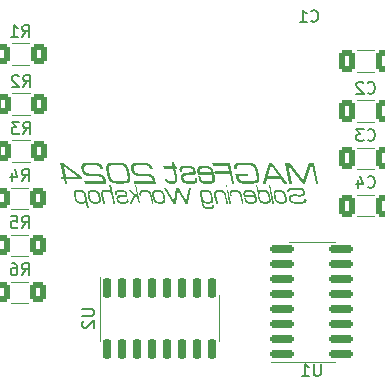
<source format=gbr>
%TF.GenerationSoftware,KiCad,Pcbnew,(7.0.0)*%
%TF.CreationDate,2023-12-18T14:13:41-05:00*%
%TF.ProjectId,MAGFest2023SolderingClass_variant1,4d414746-6573-4743-9230-3233536f6c64,rev?*%
%TF.SameCoordinates,Original*%
%TF.FileFunction,Legend,Bot*%
%TF.FilePolarity,Positive*%
%FSLAX46Y46*%
G04 Gerber Fmt 4.6, Leading zero omitted, Abs format (unit mm)*
G04 Created by KiCad (PCBNEW (7.0.0)) date 2023-12-18 14:13:41*
%MOMM*%
%LPD*%
G01*
G04 APERTURE LIST*
G04 Aperture macros list*
%AMRoundRect*
0 Rectangle with rounded corners*
0 $1 Rounding radius*
0 $2 $3 $4 $5 $6 $7 $8 $9 X,Y pos of 4 corners*
0 Add a 4 corners polygon primitive as box body*
4,1,4,$2,$3,$4,$5,$6,$7,$8,$9,$2,$3,0*
0 Add four circle primitives for the rounded corners*
1,1,$1+$1,$2,$3*
1,1,$1+$1,$4,$5*
1,1,$1+$1,$6,$7*
1,1,$1+$1,$8,$9*
0 Add four rect primitives between the rounded corners*
20,1,$1+$1,$2,$3,$4,$5,0*
20,1,$1+$1,$4,$5,$6,$7,0*
20,1,$1+$1,$6,$7,$8,$9,0*
20,1,$1+$1,$8,$9,$2,$3,0*%
G04 Aperture macros list end*
%ADD10C,0.187500*%
%ADD11C,0.500000*%
%ADD12C,0.150000*%
%ADD13C,0.120000*%
%ADD14RoundRect,0.381000X-0.016563X1.181968X-0.708143X-0.946497X0.016563X-1.181968X0.708143X0.946497X0*%
%ADD15RoundRect,0.381000X-0.419820X1.105022X-0.341715X-1.131615X0.419820X-1.105022X0.341715X1.131615X0*%
%ADD16RoundRect,0.381000X-0.708143X0.946497X-0.016563X-1.181968X0.708143X-0.946497X0.016563X1.181968X0*%
%ADD17RoundRect,0.381000X0.558543X1.041802X-1.078226X-0.484510X-0.558543X-1.041802X1.078226X0.484510X0*%
%ADD18R,1.700000X1.700000*%
%ADD19O,1.700000X1.700000*%
%ADD20RoundRect,0.381000X-1.078226X0.484510X0.558543X-1.041802X1.078226X-0.484510X-0.558543X1.041802X0*%
%ADD21RoundRect,0.381000X-0.361413X1.125479X-0.400471X-1.112180X0.361413X-1.125479X0.400471X1.112180X0*%
%ADD22RoundRect,0.250000X0.412500X0.650000X-0.412500X0.650000X-0.412500X-0.650000X0.412500X-0.650000X0*%
%ADD23RoundRect,0.250000X0.400000X0.625000X-0.400000X0.625000X-0.400000X-0.625000X0.400000X-0.625000X0*%
%ADD24RoundRect,0.150000X-0.825000X-0.150000X0.825000X-0.150000X0.825000X0.150000X-0.825000X0.150000X0*%
%ADD25RoundRect,0.150000X-0.150000X0.725000X-0.150000X-0.725000X0.150000X-0.725000X0.150000X0.725000X0*%
G04 APERTURE END LIST*
D10*
G36*
X155639232Y-73725317D02*
G01*
X155634058Y-73697048D01*
X155630536Y-73669853D01*
X155628666Y-73643731D01*
X155628447Y-73618682D01*
X155629879Y-73594707D01*
X155632963Y-73571805D01*
X155637699Y-73549976D01*
X155644086Y-73529221D01*
X155652124Y-73509538D01*
X155661814Y-73490930D01*
X155673156Y-73473394D01*
X155686149Y-73456932D01*
X155700794Y-73441544D01*
X155717090Y-73427228D01*
X155735037Y-73413986D01*
X155754636Y-73401817D01*
X155770957Y-73394084D01*
X155788410Y-73386819D01*
X155802245Y-73381679D01*
X155816716Y-73376803D01*
X155831826Y-73372191D01*
X155847573Y-73367843D01*
X155863957Y-73363759D01*
X155880979Y-73359939D01*
X155898639Y-73356383D01*
X155916936Y-73353091D01*
X155935906Y-73350079D01*
X155955584Y-73347364D01*
X155975971Y-73344944D01*
X155997066Y-73342821D01*
X156018870Y-73340994D01*
X156033799Y-73339941D01*
X156049044Y-73339020D01*
X156064603Y-73338230D01*
X156080477Y-73337571D01*
X156096665Y-73337045D01*
X156113169Y-73336650D01*
X156129987Y-73336386D01*
X156147120Y-73336255D01*
X156155805Y-73336238D01*
X156171256Y-73336238D01*
X156185939Y-73336238D01*
X156201234Y-73336238D01*
X156216164Y-73336719D01*
X156232375Y-73338162D01*
X156247612Y-73340213D01*
X156263831Y-73343000D01*
X156268645Y-73343932D01*
X156295024Y-73343932D01*
X156309409Y-73347017D01*
X156311510Y-73347962D01*
X156325432Y-73351992D01*
X156340447Y-73353795D01*
X156358427Y-73355711D01*
X156375531Y-73357251D01*
X156391758Y-73358416D01*
X156407108Y-73359205D01*
X156424372Y-73359655D01*
X156429846Y-73359685D01*
X156446796Y-73359685D01*
X156462063Y-73359685D01*
X156477450Y-73359685D01*
X156492133Y-73359685D01*
X156493593Y-73359685D01*
X156517530Y-73359518D01*
X156540614Y-73359016D01*
X156562844Y-73358179D01*
X156584222Y-73357006D01*
X156604747Y-73355499D01*
X156624419Y-73353658D01*
X156643238Y-73351481D01*
X156661205Y-73348969D01*
X156678318Y-73346123D01*
X156694578Y-73342941D01*
X156709985Y-73339425D01*
X156724540Y-73335574D01*
X156744772Y-73329170D01*
X156763085Y-73322011D01*
X156774228Y-73316821D01*
X156792332Y-73306828D01*
X156808175Y-73295535D01*
X156821758Y-73282940D01*
X156833081Y-73269045D01*
X156842143Y-73253848D01*
X156848945Y-73237351D01*
X156853486Y-73219553D01*
X156855767Y-73200454D01*
X156855787Y-73180055D01*
X156853547Y-73158354D01*
X156850798Y-73143164D01*
X156847435Y-73127966D01*
X156843757Y-73113420D01*
X156837650Y-73092825D01*
X156830834Y-73073698D01*
X156823310Y-73056040D01*
X156815078Y-73039849D01*
X156806137Y-73025128D01*
X156796488Y-73011874D01*
X156786130Y-73000089D01*
X156775064Y-72989772D01*
X156763289Y-72980923D01*
X156759207Y-72978300D01*
X156746094Y-72970762D01*
X156731438Y-72963855D01*
X156717648Y-72958436D01*
X156702724Y-72953482D01*
X156686667Y-72948991D01*
X156672331Y-72945719D01*
X156657029Y-72943002D01*
X156640761Y-72940839D01*
X156623526Y-72939231D01*
X156605326Y-72938177D01*
X156590071Y-72937734D01*
X156578223Y-72937634D01*
X155949908Y-72937634D01*
X155932719Y-72937778D01*
X155916140Y-72938212D01*
X155900170Y-72938935D01*
X155884810Y-72939947D01*
X155870060Y-72941247D01*
X155849077Y-72943741D01*
X155829466Y-72946885D01*
X155811227Y-72950679D01*
X155794360Y-72955123D01*
X155778864Y-72960219D01*
X155764740Y-72965964D01*
X155748042Y-72974637D01*
X155735434Y-72982642D01*
X155722382Y-72993736D01*
X155711597Y-73006453D01*
X155703079Y-73020792D01*
X155696828Y-73036755D01*
X155694553Y-73045345D01*
X155691760Y-73060288D01*
X155690023Y-73076035D01*
X155689341Y-73092588D01*
X155689715Y-73109945D01*
X155691145Y-73128108D01*
X155693048Y-73143217D01*
X155694919Y-73154888D01*
X155691627Y-73169686D01*
X155682096Y-73172107D01*
X155548740Y-73172107D01*
X155535030Y-73165524D01*
X155530788Y-73155254D01*
X155526348Y-73131768D01*
X155522921Y-73109026D01*
X155520506Y-73087031D01*
X155519104Y-73065781D01*
X155518714Y-73045277D01*
X155519337Y-73025518D01*
X155520973Y-73006505D01*
X155523621Y-72988238D01*
X155527281Y-72970716D01*
X155531954Y-72953940D01*
X155537639Y-72937909D01*
X155544337Y-72922624D01*
X155552048Y-72908085D01*
X155560771Y-72894291D01*
X155570506Y-72881243D01*
X155581254Y-72868941D01*
X155593015Y-72857384D01*
X155605788Y-72846572D01*
X155619573Y-72836507D01*
X155634371Y-72827186D01*
X155650182Y-72818612D01*
X155667005Y-72810783D01*
X155684841Y-72803700D01*
X155703689Y-72797362D01*
X155723549Y-72791770D01*
X155744422Y-72786924D01*
X155766308Y-72782823D01*
X155789206Y-72779468D01*
X155813117Y-72776858D01*
X155838040Y-72774994D01*
X155863976Y-72773875D01*
X155890924Y-72773503D01*
X156540488Y-72773503D01*
X156565176Y-72773864D01*
X156589233Y-72774947D01*
X156612657Y-72776752D01*
X156635450Y-72779279D01*
X156657611Y-72782528D01*
X156679141Y-72786499D01*
X156700038Y-72791192D01*
X156720304Y-72796606D01*
X156739938Y-72802743D01*
X156758939Y-72809602D01*
X156777310Y-72817183D01*
X156795048Y-72825486D01*
X156812154Y-72834511D01*
X156828629Y-72844258D01*
X156844472Y-72854727D01*
X156859683Y-72865918D01*
X156874262Y-72877831D01*
X156888209Y-72890466D01*
X156901524Y-72903823D01*
X156914208Y-72917902D01*
X156926260Y-72932703D01*
X156937679Y-72948225D01*
X156948468Y-72964470D01*
X156958624Y-72981437D01*
X156968148Y-72999126D01*
X156977041Y-73017537D01*
X156985301Y-73036670D01*
X156992930Y-73056525D01*
X156999927Y-73077102D01*
X157006293Y-73098400D01*
X157012026Y-73120421D01*
X157017128Y-73143164D01*
X157022371Y-73171492D01*
X157026012Y-73198680D01*
X157028050Y-73224729D01*
X157028485Y-73249639D01*
X157027317Y-73273410D01*
X157024546Y-73296041D01*
X157020173Y-73317534D01*
X157014197Y-73337887D01*
X157006617Y-73357101D01*
X156997435Y-73375176D01*
X156986651Y-73392112D01*
X156974263Y-73407908D01*
X156960272Y-73422566D01*
X156944679Y-73436084D01*
X156927483Y-73448463D01*
X156908684Y-73459703D01*
X156893593Y-73467467D01*
X156877354Y-73474730D01*
X156859967Y-73481492D01*
X156841433Y-73487753D01*
X156821751Y-73493513D01*
X156800921Y-73498772D01*
X156778944Y-73503531D01*
X156755818Y-73507788D01*
X156731545Y-73511545D01*
X156706124Y-73514801D01*
X156679556Y-73517556D01*
X156651839Y-73519810D01*
X156622975Y-73521563D01*
X156608113Y-73522251D01*
X156592964Y-73522815D01*
X156577527Y-73523253D01*
X156561804Y-73523566D01*
X156545794Y-73523754D01*
X156529497Y-73523817D01*
X156513920Y-73523817D01*
X156498985Y-73523817D01*
X156484056Y-73523817D01*
X156476008Y-73523817D01*
X156461038Y-73523449D01*
X156444982Y-73522344D01*
X156430355Y-73520811D01*
X156414929Y-73518738D01*
X156398705Y-73516123D01*
X156371594Y-73516123D01*
X156357009Y-73512341D01*
X156356573Y-73512093D01*
X156345215Y-73508063D01*
X156308213Y-73508063D01*
X156275606Y-73508063D01*
X156259212Y-73505065D01*
X156244010Y-73502804D01*
X156228096Y-73501121D01*
X156212054Y-73500377D01*
X156210393Y-73500369D01*
X156195668Y-73500369D01*
X156180055Y-73500369D01*
X156165229Y-73500369D01*
X156160934Y-73500369D01*
X156142688Y-73500447D01*
X156124905Y-73500678D01*
X156107585Y-73501065D01*
X156090730Y-73501606D01*
X156074338Y-73502301D01*
X156058409Y-73503151D01*
X156042945Y-73504156D01*
X156027944Y-73505315D01*
X156008664Y-73507101D01*
X155990208Y-73509162D01*
X155972663Y-73511566D01*
X155956114Y-73514383D01*
X155940560Y-73517611D01*
X155926003Y-73521252D01*
X155909207Y-73526383D01*
X155893968Y-73532157D01*
X155880285Y-73538576D01*
X155877735Y-73539937D01*
X155859581Y-73549754D01*
X155843727Y-73561073D01*
X155830172Y-73573892D01*
X155818916Y-73588211D01*
X155809959Y-73604031D01*
X155803301Y-73621351D01*
X155798942Y-73640172D01*
X155796883Y-73660493D01*
X155797122Y-73682315D01*
X155798559Y-73697697D01*
X155801017Y-73713745D01*
X155802630Y-73722020D01*
X155806128Y-73737682D01*
X155810026Y-73752794D01*
X155814325Y-73767357D01*
X155819025Y-73781371D01*
X155825463Y-73798115D01*
X155832527Y-73814000D01*
X155840218Y-73829027D01*
X155841831Y-73831929D01*
X155850461Y-73845766D01*
X155860092Y-73858655D01*
X155870725Y-73870596D01*
X155882360Y-73881589D01*
X155894997Y-73891633D01*
X155908635Y-73900730D01*
X155914371Y-73904103D01*
X155927951Y-73911213D01*
X155942587Y-73917704D01*
X155958279Y-73923577D01*
X155975027Y-73928832D01*
X155989791Y-73932739D01*
X155999001Y-73934877D01*
X156014949Y-73938044D01*
X156031881Y-73940673D01*
X156049797Y-73942766D01*
X156064838Y-73944054D01*
X156080508Y-73944999D01*
X156096809Y-73945600D01*
X156113739Y-73945858D01*
X156118070Y-73945868D01*
X156707550Y-73945868D01*
X156725267Y-73945708D01*
X156742331Y-73945227D01*
X156758743Y-73944426D01*
X156774503Y-73943304D01*
X156789610Y-73941861D01*
X156807575Y-73939607D01*
X156824522Y-73936852D01*
X156831014Y-73935610D01*
X156846401Y-73932138D01*
X156860732Y-73928362D01*
X156876535Y-73923428D01*
X156890819Y-73918058D01*
X156905563Y-73911238D01*
X156911248Y-73908133D01*
X156923874Y-73900410D01*
X156936995Y-73889797D01*
X156947900Y-73877716D01*
X156956589Y-73864166D01*
X156963064Y-73849148D01*
X156965470Y-73841088D01*
X156968819Y-73823807D01*
X156970429Y-73808403D01*
X156970966Y-73792087D01*
X156970429Y-73774858D01*
X156968819Y-73756717D01*
X156966758Y-73741547D01*
X156965470Y-73733743D01*
X156967885Y-73718878D01*
X156980491Y-73714692D01*
X157109818Y-73714692D01*
X157123716Y-73720069D01*
X157129968Y-73733743D01*
X157134437Y-73757503D01*
X157137770Y-73780512D01*
X157139967Y-73802772D01*
X157141027Y-73824281D01*
X157140952Y-73845041D01*
X157139739Y-73865051D01*
X157137391Y-73884311D01*
X157133906Y-73902821D01*
X157129285Y-73920581D01*
X157123528Y-73937591D01*
X157116634Y-73953851D01*
X157108604Y-73969361D01*
X157099438Y-73984122D01*
X157089135Y-73998132D01*
X157077696Y-74011393D01*
X157065121Y-74023904D01*
X157053587Y-74034330D01*
X157041239Y-74044083D01*
X157028078Y-74053163D01*
X157014105Y-74061571D01*
X156999319Y-74069306D01*
X156983720Y-74076368D01*
X156967308Y-74082758D01*
X156950083Y-74088476D01*
X156932045Y-74093520D01*
X156913195Y-74097892D01*
X156893531Y-74101592D01*
X156873055Y-74104619D01*
X156851766Y-74106973D01*
X156829664Y-74108654D01*
X156806749Y-74109663D01*
X156783021Y-74110000D01*
X156146280Y-74110000D01*
X156126044Y-74109842D01*
X156106279Y-74109368D01*
X156086983Y-74108579D01*
X156068158Y-74107475D01*
X156049803Y-74106055D01*
X156031918Y-74104319D01*
X156014503Y-74102268D01*
X155997559Y-74099902D01*
X155981084Y-74097219D01*
X155965080Y-74094222D01*
X155954671Y-74092048D01*
X155939365Y-74088485D01*
X155924498Y-74084530D01*
X155910068Y-74080182D01*
X155896076Y-74075441D01*
X155878101Y-74068509D01*
X155860905Y-74060878D01*
X155844487Y-74052549D01*
X155828848Y-74043522D01*
X155813987Y-74033796D01*
X155798020Y-74021471D01*
X155782726Y-74008219D01*
X155768104Y-73994039D01*
X155754155Y-73978933D01*
X155740879Y-73962899D01*
X155728275Y-73945937D01*
X155716344Y-73928048D01*
X155705086Y-73909232D01*
X155694500Y-73889488D01*
X155684586Y-73868817D01*
X155675346Y-73847219D01*
X155666778Y-73824693D01*
X155658882Y-73801240D01*
X155651659Y-73776860D01*
X155645109Y-73751552D01*
X155639232Y-73725317D01*
G37*
G36*
X154971613Y-72984776D02*
G01*
X154987379Y-72985520D01*
X155002894Y-72986760D01*
X155018158Y-72988495D01*
X155033171Y-72990727D01*
X155047932Y-72993454D01*
X155062443Y-72996678D01*
X155076702Y-73000397D01*
X155095324Y-73006127D01*
X155113499Y-73012739D01*
X155131216Y-73020077D01*
X155148647Y-73028172D01*
X155165792Y-73037022D01*
X155182650Y-73046627D01*
X155199222Y-73056988D01*
X155211464Y-73065255D01*
X155223544Y-73073947D01*
X155235463Y-73083064D01*
X155247222Y-73092606D01*
X155261689Y-73107272D01*
X155275598Y-73122785D01*
X155288949Y-73139146D01*
X155301741Y-73156353D01*
X155313976Y-73174408D01*
X155325652Y-73193310D01*
X155336771Y-73213060D01*
X155347331Y-73233656D01*
X155357333Y-73255100D01*
X155366777Y-73277391D01*
X155375662Y-73300529D01*
X155383990Y-73324515D01*
X155391760Y-73349347D01*
X155398971Y-73375027D01*
X155405624Y-73401554D01*
X155411719Y-73428928D01*
X155461178Y-73667798D01*
X155466481Y-73695004D01*
X155470894Y-73721346D01*
X155474418Y-73746824D01*
X155477052Y-73771439D01*
X155478797Y-73795190D01*
X155479653Y-73818077D01*
X155479619Y-73840101D01*
X155478695Y-73861261D01*
X155476882Y-73881557D01*
X155474180Y-73900990D01*
X155470588Y-73919559D01*
X155466107Y-73937264D01*
X155460737Y-73954106D01*
X155454477Y-73970084D01*
X155447327Y-73985198D01*
X155439288Y-73999449D01*
X155430360Y-74012836D01*
X155420542Y-74025359D01*
X155409835Y-74037019D01*
X155398238Y-74047815D01*
X155385752Y-74057747D01*
X155372377Y-74066816D01*
X155358112Y-74075021D01*
X155342957Y-74082362D01*
X155326913Y-74088839D01*
X155309980Y-74094453D01*
X155292158Y-74099204D01*
X155273445Y-74103090D01*
X155253844Y-74106113D01*
X155233353Y-74108272D01*
X155211972Y-74109568D01*
X155189703Y-74110000D01*
X154873164Y-74110000D01*
X154852337Y-74109566D01*
X154831896Y-74108265D01*
X154811842Y-74106097D01*
X154792174Y-74103061D01*
X154772893Y-74099159D01*
X154753998Y-74094389D01*
X154735490Y-74088752D01*
X154717367Y-74082247D01*
X154699632Y-74074876D01*
X154682282Y-74066637D01*
X154665319Y-74057531D01*
X154648743Y-74047557D01*
X154632553Y-74036717D01*
X154616749Y-74025009D01*
X154601332Y-74012434D01*
X154586301Y-73998991D01*
X154571748Y-73984689D01*
X154557764Y-73969533D01*
X154544350Y-73953525D01*
X154531506Y-73936663D01*
X154519232Y-73918949D01*
X154507527Y-73900382D01*
X154496391Y-73880962D01*
X154485825Y-73860689D01*
X154475829Y-73839563D01*
X154466402Y-73817584D01*
X154457545Y-73794752D01*
X154449257Y-73771067D01*
X154441539Y-73746529D01*
X154434391Y-73721138D01*
X154427812Y-73694894D01*
X154421803Y-73667798D01*
X154372344Y-73428928D01*
X154368267Y-73408555D01*
X154364693Y-73388653D01*
X154361621Y-73369220D01*
X154359052Y-73350257D01*
X154356984Y-73331765D01*
X154356877Y-73330537D01*
X154507147Y-73330537D01*
X154508878Y-73359594D01*
X154510562Y-73374930D01*
X154512792Y-73390804D01*
X154515568Y-73407216D01*
X154518890Y-73424166D01*
X154569448Y-73668164D01*
X154573226Y-73685250D01*
X154577325Y-73701792D01*
X154581744Y-73717793D01*
X154586484Y-73733251D01*
X154591544Y-73748167D01*
X154596925Y-73762540D01*
X154602627Y-73776371D01*
X154614992Y-73802406D01*
X154628639Y-73826271D01*
X154643568Y-73847967D01*
X154659780Y-73867493D01*
X154677273Y-73884849D01*
X154696050Y-73900036D01*
X154716108Y-73913054D01*
X154737449Y-73923901D01*
X154760072Y-73932580D01*
X154783977Y-73939088D01*
X154809165Y-73943428D01*
X154835634Y-73945597D01*
X154849350Y-73945868D01*
X155143174Y-73945868D01*
X155169789Y-73944784D01*
X155194219Y-73941529D01*
X155216466Y-73936105D01*
X155236528Y-73928512D01*
X155254407Y-73918749D01*
X155270102Y-73906816D01*
X155283613Y-73892714D01*
X155294941Y-73876442D01*
X155304084Y-73858001D01*
X155311044Y-73837390D01*
X155315819Y-73814610D01*
X155318411Y-73789660D01*
X155318819Y-73762540D01*
X155317043Y-73733251D01*
X155315336Y-73717793D01*
X155313083Y-73701792D01*
X155310284Y-73685250D01*
X155306939Y-73668164D01*
X155256747Y-73426364D01*
X155252969Y-73409278D01*
X155248872Y-73392736D01*
X155244454Y-73376735D01*
X155239717Y-73361277D01*
X155234660Y-73346361D01*
X155229283Y-73331988D01*
X155223586Y-73318157D01*
X155211233Y-73292122D01*
X155197600Y-73268257D01*
X155182688Y-73246561D01*
X155166496Y-73227035D01*
X155149025Y-73209679D01*
X155130275Y-73194492D01*
X155110245Y-73181474D01*
X155088936Y-73170626D01*
X155066347Y-73161948D01*
X155042479Y-73155440D01*
X155017331Y-73151100D01*
X154990905Y-73148931D01*
X154977211Y-73148660D01*
X154683387Y-73148660D01*
X154656727Y-73149736D01*
X154632251Y-73152964D01*
X154609958Y-73158345D01*
X154589850Y-73165879D01*
X154571925Y-73175565D01*
X154556184Y-73187403D01*
X154542627Y-73201393D01*
X154531254Y-73217536D01*
X154522065Y-73235831D01*
X154515060Y-73256279D01*
X154510239Y-73278879D01*
X154507601Y-73303632D01*
X154507147Y-73330537D01*
X154356877Y-73330537D01*
X154355420Y-73313743D01*
X154354357Y-73296190D01*
X154353797Y-73279108D01*
X154353739Y-73262496D01*
X154354183Y-73246354D01*
X154354758Y-73235854D01*
X154356020Y-73220480D01*
X154357880Y-73205543D01*
X154360339Y-73191045D01*
X154364549Y-73172395D01*
X154369824Y-73154523D01*
X154376164Y-73137430D01*
X154383568Y-73121115D01*
X154392038Y-73105579D01*
X154399088Y-73094438D01*
X154408655Y-73081128D01*
X154418947Y-73068678D01*
X154429962Y-73057086D01*
X154441701Y-73046352D01*
X154454165Y-73036478D01*
X154467352Y-73027462D01*
X154481264Y-73019304D01*
X154495900Y-73012006D01*
X154511260Y-73005566D01*
X154527345Y-72999984D01*
X154544153Y-72995262D01*
X154561686Y-72991398D01*
X154579942Y-72988392D01*
X154598923Y-72986246D01*
X154618628Y-72984958D01*
X154639057Y-72984528D01*
X154955596Y-72984528D01*
X154971613Y-72984776D01*
G37*
G36*
X154273059Y-74110000D02*
G01*
X154259402Y-74103283D01*
X154254375Y-74090949D01*
X153930875Y-72534633D01*
X153931866Y-72519768D01*
X153941499Y-72515582D01*
X154027595Y-72515582D01*
X154041892Y-72519768D01*
X154049749Y-72532326D01*
X154050310Y-72534633D01*
X154373809Y-74090949D01*
X154371681Y-74105814D01*
X154359155Y-74110000D01*
X154273059Y-74110000D01*
G37*
G36*
X152970098Y-72520959D02*
G01*
X152976130Y-72534633D01*
X153082375Y-73044979D01*
X153085872Y-73039817D01*
X153097379Y-73025315D01*
X153110413Y-73012288D01*
X153124972Y-73000736D01*
X153141058Y-72990658D01*
X153158671Y-72982056D01*
X153177809Y-72974927D01*
X153198474Y-72969274D01*
X153213099Y-72966325D01*
X153228401Y-72964031D01*
X153244383Y-72962392D01*
X153261042Y-72961409D01*
X153278380Y-72961081D01*
X153588324Y-72961081D01*
X153608441Y-72961536D01*
X153628218Y-72962902D01*
X153647654Y-72965177D01*
X153666749Y-72968363D01*
X153685504Y-72972458D01*
X153703918Y-72977464D01*
X153721991Y-72983381D01*
X153739724Y-72990207D01*
X153757117Y-72997944D01*
X153774168Y-73006590D01*
X153790879Y-73016147D01*
X153807250Y-73026615D01*
X153823280Y-73037992D01*
X153838969Y-73050279D01*
X153854318Y-73063477D01*
X153869326Y-73077585D01*
X153883879Y-73092509D01*
X153897862Y-73108245D01*
X153911276Y-73124794D01*
X153924120Y-73142157D01*
X153936395Y-73160332D01*
X153948100Y-73179320D01*
X153959235Y-73199121D01*
X153969801Y-73219734D01*
X153979797Y-73241161D01*
X153989224Y-73263400D01*
X153998081Y-73286453D01*
X154006369Y-73310318D01*
X154014087Y-73334996D01*
X154021235Y-73360487D01*
X154027814Y-73386791D01*
X154033823Y-73413907D01*
X154084748Y-73659371D01*
X154090175Y-73687096D01*
X154094733Y-73713940D01*
X154098421Y-73739904D01*
X154101240Y-73764987D01*
X154103190Y-73789191D01*
X154104270Y-73812515D01*
X154104480Y-73834958D01*
X154103822Y-73856521D01*
X154102294Y-73877204D01*
X154099896Y-73897007D01*
X154096629Y-73915930D01*
X154092493Y-73933973D01*
X154087487Y-73951136D01*
X154081612Y-73967418D01*
X154074868Y-73982820D01*
X154067254Y-73997342D01*
X154058771Y-74010985D01*
X154049418Y-74023746D01*
X154039196Y-74035628D01*
X154028105Y-74046630D01*
X154016144Y-74056751D01*
X154003313Y-74065993D01*
X153989614Y-74074354D01*
X153975045Y-74081835D01*
X153959606Y-74088436D01*
X153943298Y-74094157D01*
X153926121Y-74098998D01*
X153908074Y-74102958D01*
X153889158Y-74106039D01*
X153869373Y-74108239D01*
X153848718Y-74109559D01*
X153827194Y-74110000D01*
X153516883Y-74110000D01*
X153512026Y-74109974D01*
X153492540Y-74109364D01*
X153477866Y-74108374D01*
X153463139Y-74106926D01*
X153448362Y-74105021D01*
X153433533Y-74102658D01*
X153418652Y-74099839D01*
X153403720Y-74096562D01*
X153388736Y-74092828D01*
X153373701Y-74088636D01*
X153358614Y-74083988D01*
X153348623Y-74080530D01*
X153333954Y-74074743D01*
X153319665Y-74068234D01*
X153305756Y-74061004D01*
X153292226Y-74053053D01*
X153279077Y-74044380D01*
X153266307Y-74034986D01*
X153253918Y-74024871D01*
X153241908Y-74014035D01*
X153230279Y-74002477D01*
X153219029Y-73990198D01*
X153207947Y-73979620D01*
X153197414Y-73968766D01*
X153187430Y-73957638D01*
X153177996Y-73946235D01*
X153176853Y-73944785D01*
X153167837Y-73932672D01*
X153159050Y-73919643D01*
X153150492Y-73905698D01*
X153143192Y-73892745D01*
X153136984Y-73880922D01*
X153129676Y-73866411D01*
X153122298Y-73851129D01*
X153115918Y-73837416D01*
X153109486Y-73823136D01*
X153108387Y-73820694D01*
X153101793Y-73805392D01*
X153096297Y-73791795D01*
X153090802Y-73777428D01*
X153085306Y-73762293D01*
X153079811Y-73746388D01*
X153074315Y-73729713D01*
X152993075Y-73338851D01*
X153149205Y-73338851D01*
X153149947Y-73360556D01*
X153151239Y-73375677D01*
X153153169Y-73391319D01*
X153155738Y-73407482D01*
X153158945Y-73424166D01*
X153209504Y-73668164D01*
X153211410Y-73676977D01*
X153215528Y-73694173D01*
X153220056Y-73710797D01*
X153224994Y-73726848D01*
X153230340Y-73742327D01*
X153236096Y-73757234D01*
X153242261Y-73771568D01*
X153248836Y-73785329D01*
X153255820Y-73798518D01*
X153267063Y-73817229D01*
X153279227Y-73834651D01*
X153292312Y-73850785D01*
X153306318Y-73865632D01*
X153321245Y-73879190D01*
X153333733Y-73889206D01*
X153346239Y-73898417D01*
X153358763Y-73906823D01*
X153371305Y-73914424D01*
X153386379Y-73922483D01*
X153401479Y-73929382D01*
X153417055Y-73934985D01*
X153433558Y-73939428D01*
X153448020Y-73942246D01*
X153463125Y-73944258D01*
X153478874Y-73945466D01*
X153495268Y-73945868D01*
X153750257Y-73945868D01*
X153765326Y-73945641D01*
X153786731Y-73944446D01*
X153806700Y-73942228D01*
X153825234Y-73938985D01*
X153842331Y-73934719D01*
X153857992Y-73929428D01*
X153872217Y-73923114D01*
X153888949Y-73913102D01*
X153903129Y-73901269D01*
X153914755Y-73887616D01*
X153924679Y-73875354D01*
X153933019Y-73861371D01*
X153939774Y-73845669D01*
X153944946Y-73828248D01*
X153948533Y-73809107D01*
X153950536Y-73788247D01*
X153950991Y-73773385D01*
X153950742Y-73757759D01*
X153949788Y-73741368D01*
X153948131Y-73724214D01*
X153945770Y-73706295D01*
X153942704Y-73687612D01*
X153938935Y-73668164D01*
X153888377Y-73424166D01*
X153884597Y-73407216D01*
X153880448Y-73390804D01*
X153875930Y-73374930D01*
X153871043Y-73359594D01*
X153865787Y-73344796D01*
X153860161Y-73330537D01*
X153847802Y-73303632D01*
X153833966Y-73278879D01*
X153818653Y-73256279D01*
X153801863Y-73235831D01*
X153783596Y-73217536D01*
X153763853Y-73201393D01*
X153742632Y-73187403D01*
X153719935Y-73175565D01*
X153695761Y-73165879D01*
X153670109Y-73158345D01*
X153642981Y-73152964D01*
X153614376Y-73149736D01*
X153599520Y-73148929D01*
X153584294Y-73148660D01*
X153329305Y-73148660D01*
X153323224Y-73148734D01*
X153305651Y-73149850D01*
X153289083Y-73152306D01*
X153273520Y-73156101D01*
X153258961Y-73161236D01*
X153245407Y-73167711D01*
X153241047Y-73170103D01*
X153228394Y-73177969D01*
X153216386Y-73186865D01*
X153205021Y-73196791D01*
X153194301Y-73207747D01*
X153184225Y-73219734D01*
X153174913Y-73233235D01*
X153167038Y-73247907D01*
X153160599Y-73263752D01*
X153155597Y-73280768D01*
X153152030Y-73298957D01*
X153149899Y-73318318D01*
X153149205Y-73338851D01*
X152993075Y-73338851D01*
X152825920Y-72534633D01*
X152826742Y-72521610D01*
X152840575Y-72515582D01*
X152957811Y-72515582D01*
X152970098Y-72520959D01*
G37*
G36*
X152434496Y-72984991D02*
G01*
X152452555Y-72986377D01*
X152470503Y-72988689D01*
X152488339Y-72991924D01*
X152506063Y-72996085D01*
X152523675Y-73001169D01*
X152541177Y-73007179D01*
X152558566Y-73014112D01*
X152575844Y-73021971D01*
X152593010Y-73030753D01*
X152610064Y-73040461D01*
X152627007Y-73051092D01*
X152643839Y-73062648D01*
X152660558Y-73075129D01*
X152677166Y-73088534D01*
X152693663Y-73102864D01*
X152708907Y-73118719D01*
X152723499Y-73135144D01*
X152737438Y-73152139D01*
X152750724Y-73169703D01*
X152763358Y-73187836D01*
X152775339Y-73206539D01*
X152786668Y-73225812D01*
X152797344Y-73245655D01*
X152807367Y-73266067D01*
X152816738Y-73287048D01*
X152825457Y-73308599D01*
X152833522Y-73330720D01*
X152840936Y-73353410D01*
X152847696Y-73376670D01*
X152853804Y-73400499D01*
X152859259Y-73424898D01*
X152913848Y-73686482D01*
X152918910Y-73712539D01*
X152923106Y-73737768D01*
X152926435Y-73762170D01*
X152928897Y-73785744D01*
X152930493Y-73808492D01*
X152931223Y-73830412D01*
X152931086Y-73851505D01*
X152930082Y-73871771D01*
X152928212Y-73891210D01*
X152925475Y-73909821D01*
X152921872Y-73927606D01*
X152917403Y-73944563D01*
X152912066Y-73960693D01*
X152905864Y-73975996D01*
X152898794Y-73990472D01*
X152890858Y-74004120D01*
X152882056Y-74016942D01*
X152872387Y-74028936D01*
X152861852Y-74040103D01*
X152850450Y-74050442D01*
X152838181Y-74059955D01*
X152825046Y-74068640D01*
X152811044Y-74076499D01*
X152796176Y-74083530D01*
X152780441Y-74089734D01*
X152763840Y-74095110D01*
X152746372Y-74099660D01*
X152728038Y-74103382D01*
X152708837Y-74106277D01*
X152688770Y-74108345D01*
X152667836Y-74109586D01*
X152646035Y-74110000D01*
X152260254Y-74110000D01*
X152244477Y-74109672D01*
X152228930Y-74108689D01*
X152213611Y-74107050D01*
X152198521Y-74104756D01*
X152183661Y-74101806D01*
X152169029Y-74098201D01*
X152154626Y-74093941D01*
X152140453Y-74089025D01*
X152126508Y-74083454D01*
X152112792Y-74077227D01*
X152099305Y-74070345D01*
X152086048Y-74062807D01*
X152073019Y-74054614D01*
X152060219Y-74045766D01*
X152047648Y-74036262D01*
X152035306Y-74026102D01*
X152021453Y-74014298D01*
X152008287Y-74001968D01*
X151995808Y-73989111D01*
X151984015Y-73975727D01*
X151972910Y-73961817D01*
X151962491Y-73947380D01*
X151952760Y-73932416D01*
X151943715Y-73916926D01*
X151935294Y-73900788D01*
X151927435Y-73884067D01*
X151920136Y-73866762D01*
X151913398Y-73848873D01*
X151907222Y-73830401D01*
X151902957Y-73816163D01*
X151899009Y-73801597D01*
X151895375Y-73786702D01*
X151892058Y-73771479D01*
X151864580Y-73639221D01*
X151868307Y-73624946D01*
X151881861Y-73619338D01*
X151895355Y-73618339D01*
X151927961Y-73618339D01*
X151943250Y-73618686D01*
X151956904Y-73619438D01*
X151972234Y-73620814D01*
X151988228Y-73622735D01*
X152001601Y-73624567D01*
X152020285Y-73714692D01*
X152023643Y-73730160D01*
X152027212Y-73745055D01*
X152030993Y-73759377D01*
X152037061Y-73779788D01*
X152043607Y-73798910D01*
X152050628Y-73816745D01*
X152058127Y-73833291D01*
X152066102Y-73848550D01*
X152074553Y-73862520D01*
X152083481Y-73875203D01*
X152092885Y-73886597D01*
X152099420Y-73893478D01*
X152113279Y-73905757D01*
X152128294Y-73916399D01*
X152144466Y-73925403D01*
X152161793Y-73932771D01*
X152180278Y-73938501D01*
X152194900Y-73941724D01*
X152210172Y-73944026D01*
X152226095Y-73945408D01*
X152242668Y-73945868D01*
X152616360Y-73945868D01*
X152640261Y-73944745D01*
X152662138Y-73941375D01*
X152681992Y-73935758D01*
X152699822Y-73927894D01*
X152715629Y-73917783D01*
X152729412Y-73905425D01*
X152741171Y-73890821D01*
X152750907Y-73873969D01*
X152758619Y-73854871D01*
X152764308Y-73833526D01*
X152767973Y-73809934D01*
X152769615Y-73784096D01*
X152769233Y-73756010D01*
X152768283Y-73741125D01*
X152766827Y-73725678D01*
X152764865Y-73709669D01*
X152762398Y-73693098D01*
X152759424Y-73675966D01*
X152755945Y-73658272D01*
X152732864Y-73547264D01*
X151864214Y-73547264D01*
X151849837Y-73542836D01*
X151841738Y-73529554D01*
X151841133Y-73527114D01*
X151808893Y-73372508D01*
X151805726Y-73355863D01*
X151803093Y-73339450D01*
X151801420Y-73326554D01*
X151954556Y-73326554D01*
X151955067Y-73344660D01*
X151956582Y-73363520D01*
X151959102Y-73383133D01*
X152698792Y-73383133D01*
X152693773Y-73364604D01*
X152688059Y-73346661D01*
X152681649Y-73329304D01*
X152674543Y-73312533D01*
X152666742Y-73296348D01*
X152658246Y-73280750D01*
X152649054Y-73265737D01*
X152639166Y-73251310D01*
X152628583Y-73237470D01*
X152617304Y-73224215D01*
X152609399Y-73215704D01*
X152597206Y-73203723D01*
X152584807Y-73192920D01*
X152572202Y-73183295D01*
X152559390Y-73174849D01*
X152546373Y-73167581D01*
X152528696Y-73159725D01*
X152510652Y-73153963D01*
X152492243Y-73150296D01*
X152473466Y-73148725D01*
X152468715Y-73148660D01*
X152105282Y-73148660D01*
X152090582Y-73149223D01*
X152072055Y-73151728D01*
X152054753Y-73156236D01*
X152038676Y-73162747D01*
X152023824Y-73171262D01*
X152010197Y-73181781D01*
X151997795Y-73194303D01*
X151986618Y-73208829D01*
X151984015Y-73212773D01*
X151974650Y-73229380D01*
X151967071Y-73247326D01*
X151962559Y-73261665D01*
X151959051Y-73276757D01*
X151956548Y-73292603D01*
X151955050Y-73309202D01*
X151954556Y-73326554D01*
X151801420Y-73326554D01*
X151800994Y-73323268D01*
X151799431Y-73307318D01*
X151798401Y-73291600D01*
X151797906Y-73276114D01*
X151797946Y-73260860D01*
X151798520Y-73245838D01*
X151799629Y-73231047D01*
X151801939Y-73211687D01*
X151802665Y-73206912D01*
X151806100Y-73188227D01*
X151810542Y-73170275D01*
X151815991Y-73153056D01*
X151822449Y-73136570D01*
X151829913Y-73120816D01*
X151838385Y-73105795D01*
X151847865Y-73091507D01*
X151858352Y-73077951D01*
X151868668Y-73067098D01*
X151879464Y-73056885D01*
X151890741Y-73047314D01*
X151902499Y-73038384D01*
X151914738Y-73030095D01*
X151927458Y-73022447D01*
X151940658Y-73015440D01*
X151954340Y-73009075D01*
X151968491Y-73003322D01*
X151983282Y-72998336D01*
X151998716Y-72994117D01*
X152014790Y-72990665D01*
X152031505Y-72987980D01*
X152048862Y-72986063D01*
X152066859Y-72984912D01*
X152085498Y-72984528D01*
X152416325Y-72984528D01*
X152434496Y-72984991D01*
G37*
G36*
X150664005Y-73446880D02*
G01*
X150649627Y-73442292D01*
X150641874Y-73429729D01*
X150640924Y-73425997D01*
X150635670Y-73398842D01*
X150631358Y-73372514D01*
X150627988Y-73347013D01*
X150625559Y-73322339D01*
X150624072Y-73298493D01*
X150623527Y-73275473D01*
X150623924Y-73253281D01*
X150625262Y-73231916D01*
X150627541Y-73211378D01*
X150630763Y-73191667D01*
X150634926Y-73172784D01*
X150640031Y-73154728D01*
X150646077Y-73137498D01*
X150653065Y-73121096D01*
X150660995Y-73105522D01*
X150669867Y-73090774D01*
X150679471Y-73077908D01*
X150689782Y-73065873D01*
X150700800Y-73054667D01*
X150712525Y-73044292D01*
X150724957Y-73034746D01*
X150738096Y-73026031D01*
X150751942Y-73018145D01*
X150766495Y-73011090D01*
X150781755Y-73004865D01*
X150797722Y-72999469D01*
X150814396Y-72994904D01*
X150831777Y-72991169D01*
X150849864Y-72988264D01*
X150868659Y-72986189D01*
X150888161Y-72984943D01*
X150908370Y-72984528D01*
X151288289Y-72984528D01*
X151304965Y-72985290D01*
X151322018Y-72987574D01*
X151339449Y-72991381D01*
X151357258Y-72996710D01*
X151375444Y-73003562D01*
X151389332Y-73009701D01*
X151403432Y-73016696D01*
X151417745Y-73024547D01*
X151432271Y-73033255D01*
X151446682Y-73042768D01*
X151460791Y-73053034D01*
X151474597Y-73064054D01*
X151488101Y-73075828D01*
X151501302Y-73088354D01*
X151514200Y-73101635D01*
X151526796Y-73115669D01*
X151539089Y-73130456D01*
X151551079Y-73145997D01*
X151562766Y-73162291D01*
X151570390Y-73173572D01*
X151573321Y-73179801D01*
X151576252Y-73183831D01*
X151584518Y-73197615D01*
X151591709Y-73211139D01*
X151598351Y-73224495D01*
X151605584Y-73239747D01*
X151611795Y-73253314D01*
X151618384Y-73268094D01*
X151625053Y-73283957D01*
X151631504Y-73300953D01*
X151637738Y-73319082D01*
X151642271Y-73333423D01*
X151646681Y-73348401D01*
X151650969Y-73364017D01*
X151655135Y-73380271D01*
X151659178Y-73397162D01*
X151663099Y-73414690D01*
X151665645Y-73426730D01*
X151803764Y-74091315D01*
X151802502Y-74106423D01*
X151793506Y-74110000D01*
X151678467Y-74110000D01*
X151663671Y-74106423D01*
X151654822Y-74094654D01*
X151653921Y-74091315D01*
X151515435Y-73424532D01*
X151511710Y-73407538D01*
X151507679Y-73391084D01*
X151503341Y-73375172D01*
X151498697Y-73359800D01*
X151493747Y-73344969D01*
X151488490Y-73330680D01*
X151482928Y-73316931D01*
X151474009Y-73297322D01*
X151464402Y-73278931D01*
X151454105Y-73261756D01*
X151443120Y-73245799D01*
X151431445Y-73231059D01*
X151419081Y-73217536D01*
X151405958Y-73205227D01*
X151392003Y-73194129D01*
X151377218Y-73184241D01*
X151361602Y-73175565D01*
X151345156Y-73168098D01*
X151327878Y-73161843D01*
X151309770Y-73156798D01*
X151290831Y-73152964D01*
X151271061Y-73150341D01*
X151250461Y-73148929D01*
X151236266Y-73148660D01*
X150952700Y-73148660D01*
X150926307Y-73149743D01*
X150902084Y-73152993D01*
X150880031Y-73158410D01*
X150860147Y-73165993D01*
X150842433Y-73175743D01*
X150826888Y-73187660D01*
X150813513Y-73201744D01*
X150802307Y-73217994D01*
X150793271Y-73236411D01*
X150786405Y-73256995D01*
X150781708Y-73279745D01*
X150779180Y-73304662D01*
X150778823Y-73331746D01*
X150780635Y-73360996D01*
X150782354Y-73376434D01*
X150784616Y-73392414D01*
X150787420Y-73408935D01*
X150790767Y-73425997D01*
X150790300Y-73440986D01*
X150778677Y-73446880D01*
X150664005Y-73446880D01*
G37*
G36*
X150628467Y-74110000D02*
G01*
X150616070Y-74101795D01*
X150612347Y-74090949D01*
X150381904Y-72982330D01*
X150382172Y-72967465D01*
X150389964Y-72963279D01*
X150480456Y-72963279D01*
X150493807Y-72969996D01*
X150498774Y-72982330D01*
X150729218Y-74090949D01*
X150728330Y-74105814D01*
X150718959Y-74110000D01*
X150628467Y-74110000D01*
G37*
G36*
X150338673Y-72715251D02*
G01*
X150326118Y-72706257D01*
X150322187Y-72694368D01*
X150288848Y-72534633D01*
X150289115Y-72519768D01*
X150296908Y-72515582D01*
X150387400Y-72515582D01*
X150400751Y-72522298D01*
X150405718Y-72534633D01*
X150439057Y-72694368D01*
X150439073Y-72709357D01*
X150429165Y-72715251D01*
X150338673Y-72715251D01*
G37*
G36*
X149482114Y-74110000D02*
G01*
X149467817Y-74105894D01*
X149459665Y-74092464D01*
X149459399Y-74091315D01*
X149328241Y-73458970D01*
X149322659Y-73430501D01*
X149318005Y-73402888D01*
X149314279Y-73376130D01*
X149311479Y-73350229D01*
X149309608Y-73325183D01*
X149308663Y-73300993D01*
X149308646Y-73277659D01*
X149309556Y-73255180D01*
X149311394Y-73233557D01*
X149314158Y-73212791D01*
X149317851Y-73192880D01*
X149322470Y-73173824D01*
X149328017Y-73155625D01*
X149334492Y-73138281D01*
X149341893Y-73121793D01*
X149350222Y-73106161D01*
X149359363Y-73091432D01*
X149369291Y-73077654D01*
X149380005Y-73064825D01*
X149391507Y-73052947D01*
X149403796Y-73042019D01*
X149416872Y-73032041D01*
X149430735Y-73023014D01*
X149445386Y-73014937D01*
X149460823Y-73007810D01*
X149477047Y-73001633D01*
X149494059Y-72996407D01*
X149511858Y-72992131D01*
X149530444Y-72988805D01*
X149549817Y-72986429D01*
X149569977Y-72985004D01*
X149590924Y-72984528D01*
X149892808Y-72984528D01*
X149914182Y-72985012D01*
X149935163Y-72986463D01*
X149955752Y-72988882D01*
X149975950Y-72992268D01*
X149995755Y-72996621D01*
X150015168Y-73001942D01*
X150034189Y-73008231D01*
X150052818Y-73015486D01*
X150071054Y-73023709D01*
X150088899Y-73032900D01*
X150106351Y-73043058D01*
X150123411Y-73054183D01*
X150140079Y-73066276D01*
X150156356Y-73079337D01*
X150172239Y-73093364D01*
X150187731Y-73108360D01*
X150202731Y-73124232D01*
X150217138Y-73140892D01*
X150230952Y-73158338D01*
X150244174Y-73176572D01*
X150256804Y-73195593D01*
X150268841Y-73215401D01*
X150280285Y-73235996D01*
X150291137Y-73257378D01*
X150301397Y-73279548D01*
X150311064Y-73302504D01*
X150320139Y-73326248D01*
X150328621Y-73350778D01*
X150336511Y-73376096D01*
X150343808Y-73402201D01*
X150350513Y-73429093D01*
X150356625Y-73456772D01*
X150488516Y-74091315D01*
X150487008Y-74105894D01*
X150476060Y-74110000D01*
X150361021Y-74110000D01*
X150346225Y-74106353D01*
X150337376Y-74094353D01*
X150336475Y-74090949D01*
X150199088Y-73430027D01*
X150195504Y-73413983D01*
X150191526Y-73398366D01*
X150187157Y-73383174D01*
X150182396Y-73368410D01*
X150177243Y-73354071D01*
X150171697Y-73340159D01*
X150165759Y-73326674D01*
X150156118Y-73307246D01*
X150145594Y-73288777D01*
X150134187Y-73271268D01*
X150121899Y-73254718D01*
X150108728Y-73239128D01*
X150094675Y-73224497D01*
X150080064Y-73210944D01*
X150065222Y-73198724D01*
X150050149Y-73187837D01*
X150034843Y-73178284D01*
X150019305Y-73170063D01*
X150003536Y-73163175D01*
X149987535Y-73157621D01*
X149971301Y-73153399D01*
X149954837Y-73150511D01*
X149938140Y-73148956D01*
X149926880Y-73148660D01*
X149624996Y-73148660D01*
X149608110Y-73149317D01*
X149592074Y-73151287D01*
X149576889Y-73154572D01*
X149562553Y-73159170D01*
X149549068Y-73165082D01*
X149532410Y-73175008D01*
X149517263Y-73187270D01*
X149506895Y-73197999D01*
X149497376Y-73210041D01*
X149488708Y-73223398D01*
X149481093Y-73237851D01*
X149474733Y-73253322D01*
X149469630Y-73269811D01*
X149465782Y-73287317D01*
X149463190Y-73305841D01*
X149461853Y-73325382D01*
X149461773Y-73345940D01*
X149462948Y-73367517D01*
X149464429Y-73382466D01*
X149466469Y-73397867D01*
X149469066Y-73413721D01*
X149472222Y-73430027D01*
X149609608Y-74090949D01*
X149608100Y-74105814D01*
X149597152Y-74110000D01*
X149482114Y-74110000D01*
G37*
G36*
X148755464Y-72961529D02*
G01*
X148776084Y-72962873D01*
X148796222Y-72965113D01*
X148815880Y-72968248D01*
X148835057Y-72972280D01*
X148853753Y-72977207D01*
X148871968Y-72983030D01*
X148889703Y-72989749D01*
X148906956Y-72997364D01*
X148923729Y-73005875D01*
X148940020Y-73015282D01*
X148955831Y-73025584D01*
X148971161Y-73036783D01*
X148986011Y-73048877D01*
X149000379Y-73061867D01*
X149014266Y-73075753D01*
X149027673Y-73090535D01*
X149040599Y-73106213D01*
X149053044Y-73122787D01*
X149065008Y-73140256D01*
X149076491Y-73158622D01*
X149087493Y-73177883D01*
X149098015Y-73198040D01*
X149108056Y-73219093D01*
X149117615Y-73241042D01*
X149126694Y-73263887D01*
X149135293Y-73287628D01*
X149143410Y-73312264D01*
X149151046Y-73337797D01*
X149158202Y-73364225D01*
X149164876Y-73391549D01*
X149171070Y-73419769D01*
X149224926Y-73678789D01*
X149230103Y-73705318D01*
X149234414Y-73731006D01*
X149237860Y-73755851D01*
X149240439Y-73779854D01*
X149242153Y-73803015D01*
X149243001Y-73825333D01*
X149242983Y-73846809D01*
X149242099Y-73867443D01*
X149240350Y-73887235D01*
X149237734Y-73906185D01*
X149234253Y-73924293D01*
X149229906Y-73941558D01*
X149224693Y-73957981D01*
X149218615Y-73973562D01*
X149211670Y-73988300D01*
X149203860Y-74002197D01*
X149195184Y-74015251D01*
X149185642Y-74027463D01*
X149175234Y-74038833D01*
X149163961Y-74049360D01*
X149151821Y-74059046D01*
X149138816Y-74067889D01*
X149124945Y-74075890D01*
X149110208Y-74083049D01*
X149094605Y-74089365D01*
X149078137Y-74094840D01*
X149060803Y-74099472D01*
X149042602Y-74103262D01*
X149023536Y-74106210D01*
X149003605Y-74108315D01*
X148982807Y-74109578D01*
X148961144Y-74110000D01*
X148636545Y-74110000D01*
X148619117Y-74109705D01*
X148602187Y-74108820D01*
X148585755Y-74107346D01*
X148569821Y-74105283D01*
X148554385Y-74102629D01*
X148539447Y-74099386D01*
X148525007Y-74095554D01*
X148504281Y-74088700D01*
X148484675Y-74080519D01*
X148466190Y-74071011D01*
X148448826Y-74060177D01*
X148432582Y-74048016D01*
X148417459Y-74034528D01*
X148445669Y-74170083D01*
X148449009Y-74185140D01*
X148452661Y-74199719D01*
X148460908Y-74227442D01*
X148470407Y-74253254D01*
X148481161Y-74277153D01*
X148493168Y-74299141D01*
X148506428Y-74319216D01*
X148520943Y-74337380D01*
X148536711Y-74353632D01*
X148553732Y-74367971D01*
X148572007Y-74380399D01*
X148591536Y-74390915D01*
X148612319Y-74399519D01*
X148634355Y-74406211D01*
X148657645Y-74410991D01*
X148682189Y-74413859D01*
X148707986Y-74414815D01*
X149003642Y-74414815D01*
X149018696Y-74414411D01*
X149035085Y-74412963D01*
X149050604Y-74410461D01*
X149065253Y-74406907D01*
X149067023Y-74406388D01*
X149082047Y-74401330D01*
X149095797Y-74395633D01*
X149109578Y-74388557D01*
X149114650Y-74385505D01*
X149112452Y-74385505D01*
X149124651Y-74376392D01*
X149136856Y-74363068D01*
X149145681Y-74347598D01*
X149150306Y-74333676D01*
X149152768Y-74318381D01*
X149153066Y-74301711D01*
X149151199Y-74283668D01*
X149149455Y-74274131D01*
X149150963Y-74259266D01*
X149161911Y-74255080D01*
X149286841Y-74255080D01*
X149301138Y-74259266D01*
X149308995Y-74271824D01*
X149309556Y-74274131D01*
X149312370Y-74288935D01*
X149315261Y-74308144D01*
X149317167Y-74326745D01*
X149318089Y-74344740D01*
X149318026Y-74362128D01*
X149316978Y-74378909D01*
X149314946Y-74395083D01*
X149311930Y-74410651D01*
X149311021Y-74414448D01*
X149306717Y-74429240D01*
X149301496Y-74443391D01*
X149295359Y-74456901D01*
X149288307Y-74469769D01*
X149278203Y-74484953D01*
X149266669Y-74499136D01*
X149256410Y-74509760D01*
X149250938Y-74514832D01*
X149236352Y-74526290D01*
X149220897Y-74536621D01*
X149204573Y-74545825D01*
X149187379Y-74553901D01*
X149169316Y-74560851D01*
X149150384Y-74566674D01*
X149130582Y-74571370D01*
X149109910Y-74574939D01*
X149088370Y-74577380D01*
X149073526Y-74578382D01*
X149058296Y-74578883D01*
X149050536Y-74578946D01*
X148733998Y-74578946D01*
X148713703Y-74578625D01*
X148693852Y-74577663D01*
X148674445Y-74576061D01*
X148655481Y-74573817D01*
X148636961Y-74570932D01*
X148618885Y-74567405D01*
X148601252Y-74563238D01*
X148584063Y-74558429D01*
X148567318Y-74552980D01*
X148551016Y-74546889D01*
X148535158Y-74540157D01*
X148519743Y-74532784D01*
X148504772Y-74524770D01*
X148490245Y-74516114D01*
X148476162Y-74506818D01*
X148462522Y-74496880D01*
X148451165Y-74487516D01*
X148440175Y-74477560D01*
X148429552Y-74467011D01*
X148419297Y-74455870D01*
X148409408Y-74444137D01*
X148399886Y-74431810D01*
X148390732Y-74418892D01*
X148381945Y-74405381D01*
X148373524Y-74391277D01*
X148365471Y-74376581D01*
X148360306Y-74366454D01*
X148352767Y-74350856D01*
X148345537Y-74334697D01*
X148338616Y-74317977D01*
X148332005Y-74300698D01*
X148325702Y-74282858D01*
X148319708Y-74264458D01*
X148314024Y-74245497D01*
X148308649Y-74225977D01*
X148303583Y-74205896D01*
X148298826Y-74185254D01*
X148295826Y-74171182D01*
X148124001Y-73345764D01*
X148120860Y-73325936D01*
X148119979Y-73319307D01*
X148275851Y-73319307D01*
X148276237Y-73335145D01*
X148277202Y-73351604D01*
X148278744Y-73368684D01*
X148280865Y-73386386D01*
X148283564Y-73404708D01*
X148286842Y-73423652D01*
X148290697Y-73443217D01*
X148335760Y-73660104D01*
X148339617Y-73677555D01*
X148343860Y-73694462D01*
X148348490Y-73710826D01*
X148353506Y-73726645D01*
X148358908Y-73741921D01*
X148364697Y-73756653D01*
X148370872Y-73770841D01*
X148377434Y-73784485D01*
X148384382Y-73797585D01*
X148395528Y-73816216D01*
X148407544Y-73833623D01*
X148420430Y-73849807D01*
X148434184Y-73864767D01*
X148443837Y-73874061D01*
X148458750Y-73886894D01*
X148474088Y-73898464D01*
X148489851Y-73908772D01*
X148506039Y-73917819D01*
X148522652Y-73925602D01*
X148539690Y-73932124D01*
X148557153Y-73937383D01*
X148575041Y-73941380D01*
X148593355Y-73944115D01*
X148612093Y-73945588D01*
X148624821Y-73945868D01*
X148887504Y-73945868D01*
X148902255Y-73945589D01*
X148929999Y-73943357D01*
X148955398Y-73938892D01*
X148978453Y-73932194D01*
X148999164Y-73923264D01*
X149017531Y-73912101D01*
X149033554Y-73898706D01*
X149047232Y-73883078D01*
X149058567Y-73865218D01*
X149067557Y-73845125D01*
X149074203Y-73822800D01*
X149078505Y-73798242D01*
X149080463Y-73771452D01*
X149080076Y-73742429D01*
X149079004Y-73727080D01*
X149077346Y-73711173D01*
X149075101Y-73694708D01*
X149072271Y-73677685D01*
X149068855Y-73660104D01*
X149021594Y-73432592D01*
X149017991Y-73416275D01*
X149014188Y-73400435D01*
X149010185Y-73385071D01*
X149005983Y-73370184D01*
X149001581Y-73355774D01*
X148996980Y-73341840D01*
X148990534Y-73324002D01*
X148983734Y-73307012D01*
X148976578Y-73290869D01*
X148972867Y-73283115D01*
X148965254Y-73268203D01*
X148957434Y-73254058D01*
X148949408Y-73240680D01*
X148941177Y-73228069D01*
X148930597Y-73213384D01*
X148919696Y-73199898D01*
X148908472Y-73187610D01*
X148906189Y-73185296D01*
X148893692Y-73174558D01*
X148880107Y-73164877D01*
X148865433Y-73156252D01*
X148849672Y-73148683D01*
X148832821Y-73142170D01*
X148814883Y-73136713D01*
X148795856Y-73132312D01*
X148775740Y-73128968D01*
X148754537Y-73126679D01*
X148739796Y-73125740D01*
X148724572Y-73125271D01*
X148716779Y-73125212D01*
X148454095Y-73125212D01*
X148426538Y-73126455D01*
X148401293Y-73130181D01*
X148378361Y-73136392D01*
X148357742Y-73145088D01*
X148339435Y-73156267D01*
X148323441Y-73169932D01*
X148309759Y-73186080D01*
X148298391Y-73204713D01*
X148289335Y-73225831D01*
X148282591Y-73249433D01*
X148278160Y-73275519D01*
X148276042Y-73304090D01*
X148275851Y-73319307D01*
X148119979Y-73319307D01*
X148118304Y-73306707D01*
X148116334Y-73288077D01*
X148114951Y-73270046D01*
X148114153Y-73252614D01*
X148113942Y-73235781D01*
X148114317Y-73219547D01*
X148115277Y-73203912D01*
X148116824Y-73188876D01*
X148119798Y-73169759D01*
X148120704Y-73165146D01*
X148124745Y-73147183D01*
X148129542Y-73130112D01*
X148135095Y-73113935D01*
X148141404Y-73098651D01*
X148148468Y-73084260D01*
X148156287Y-73070761D01*
X148164862Y-73058156D01*
X148174193Y-73046444D01*
X148184211Y-73035487D01*
X148194847Y-73025332D01*
X148209011Y-73013765D01*
X148224142Y-73003451D01*
X148236942Y-72996100D01*
X148250360Y-72989552D01*
X148264396Y-72983804D01*
X148271646Y-72981231D01*
X148286427Y-72976509D01*
X148301642Y-72972416D01*
X148317293Y-72968952D01*
X148333378Y-72966119D01*
X148349899Y-72963915D01*
X148366855Y-72962341D01*
X148384246Y-72961396D01*
X148402072Y-72961081D01*
X148734364Y-72961081D01*
X148755464Y-72961529D01*
G37*
G36*
X145052037Y-72800980D02*
G01*
X145050938Y-72794752D01*
X145051405Y-72779500D01*
X145063028Y-72773503D01*
X145215069Y-72773503D01*
X145227708Y-72781379D01*
X145237233Y-72792733D01*
X145245844Y-72805010D01*
X145918488Y-73934877D01*
X146107899Y-72803178D01*
X146112960Y-72788833D01*
X146121295Y-72775850D01*
X146126950Y-72773503D01*
X146278991Y-72773503D01*
X146291722Y-72780922D01*
X146302191Y-72793093D01*
X146309399Y-72803178D01*
X146968122Y-73934877D01*
X147166325Y-72805010D01*
X147171033Y-72789779D01*
X147178447Y-72776580D01*
X147184643Y-72773503D01*
X147334486Y-72773503D01*
X147348733Y-72777010D01*
X147357989Y-72788630D01*
X147359765Y-72794752D01*
X147360864Y-72800980D01*
X147118698Y-74097177D01*
X147110111Y-74109198D01*
X147102944Y-74110000D01*
X146899612Y-74110000D01*
X146886024Y-74102865D01*
X146875520Y-74092003D01*
X146869570Y-74084720D01*
X146248583Y-73005411D01*
X146067965Y-74082522D01*
X146062734Y-74097012D01*
X146054006Y-74109329D01*
X146051479Y-74110000D01*
X145858038Y-74110000D01*
X145844379Y-74104477D01*
X145838987Y-74097177D01*
X145052037Y-72800980D01*
G37*
G36*
X144687035Y-72984776D02*
G01*
X144702802Y-72985520D01*
X144718317Y-72986760D01*
X144733580Y-72988495D01*
X144748593Y-72990727D01*
X144763355Y-72993454D01*
X144777865Y-72996678D01*
X144792124Y-73000397D01*
X144810746Y-73006127D01*
X144828921Y-73012739D01*
X144846638Y-73020077D01*
X144864069Y-73028172D01*
X144881214Y-73037022D01*
X144898072Y-73046627D01*
X144914645Y-73056988D01*
X144926886Y-73065255D01*
X144938966Y-73073947D01*
X144950886Y-73083064D01*
X144962644Y-73092606D01*
X144977111Y-73107272D01*
X144991020Y-73122785D01*
X145004371Y-73139146D01*
X145017164Y-73156353D01*
X145029398Y-73174408D01*
X145041075Y-73193310D01*
X145052193Y-73213060D01*
X145062753Y-73233656D01*
X145072755Y-73255100D01*
X145082199Y-73277391D01*
X145091085Y-73300529D01*
X145099412Y-73324515D01*
X145107182Y-73349347D01*
X145114393Y-73375027D01*
X145121046Y-73401554D01*
X145127142Y-73428928D01*
X145176601Y-73667798D01*
X145181903Y-73695004D01*
X145186316Y-73721346D01*
X145189840Y-73746824D01*
X145192475Y-73771439D01*
X145194219Y-73795190D01*
X145195075Y-73818077D01*
X145195041Y-73840101D01*
X145194117Y-73861261D01*
X145192305Y-73881557D01*
X145189602Y-73900990D01*
X145186011Y-73919559D01*
X145181529Y-73937264D01*
X145176159Y-73954106D01*
X145169899Y-73970084D01*
X145162749Y-73985198D01*
X145154710Y-73999449D01*
X145145782Y-74012836D01*
X145135964Y-74025359D01*
X145125257Y-74037019D01*
X145113660Y-74047815D01*
X145101174Y-74057747D01*
X145087799Y-74066816D01*
X145073534Y-74075021D01*
X145058380Y-74082362D01*
X145042336Y-74088839D01*
X145025402Y-74094453D01*
X145007580Y-74099204D01*
X144988868Y-74103090D01*
X144969266Y-74106113D01*
X144948775Y-74108272D01*
X144927395Y-74109568D01*
X144905125Y-74110000D01*
X144588586Y-74110000D01*
X144567759Y-74109566D01*
X144547319Y-74108265D01*
X144527264Y-74106097D01*
X144507597Y-74103061D01*
X144488315Y-74099159D01*
X144469420Y-74094389D01*
X144450912Y-74088752D01*
X144432790Y-74082247D01*
X144415054Y-74074876D01*
X144397705Y-74066637D01*
X144380742Y-74057531D01*
X144364165Y-74047557D01*
X144347975Y-74036717D01*
X144332171Y-74025009D01*
X144316754Y-74012434D01*
X144301723Y-73998991D01*
X144287170Y-73984689D01*
X144273186Y-73969533D01*
X144259773Y-73953525D01*
X144246928Y-73936663D01*
X144234654Y-73918949D01*
X144222949Y-73900382D01*
X144211813Y-73880962D01*
X144201247Y-73860689D01*
X144191251Y-73839563D01*
X144181824Y-73817584D01*
X144172967Y-73794752D01*
X144164680Y-73771067D01*
X144156962Y-73746529D01*
X144149813Y-73721138D01*
X144143234Y-73694894D01*
X144137225Y-73667798D01*
X144087766Y-73428928D01*
X144083690Y-73408555D01*
X144080115Y-73388653D01*
X144077043Y-73369220D01*
X144074474Y-73350257D01*
X144072407Y-73331765D01*
X144072300Y-73330537D01*
X144222570Y-73330537D01*
X144224300Y-73359594D01*
X144225984Y-73374930D01*
X144228214Y-73390804D01*
X144230990Y-73407216D01*
X144234312Y-73424166D01*
X144284870Y-73668164D01*
X144288648Y-73685250D01*
X144292747Y-73701792D01*
X144297166Y-73717793D01*
X144301906Y-73733251D01*
X144306966Y-73748167D01*
X144312347Y-73762540D01*
X144318049Y-73776371D01*
X144330414Y-73802406D01*
X144344061Y-73826271D01*
X144358990Y-73847967D01*
X144375202Y-73867493D01*
X144392696Y-73884849D01*
X144411472Y-73900036D01*
X144431530Y-73913054D01*
X144452871Y-73923901D01*
X144475494Y-73932580D01*
X144499399Y-73939088D01*
X144524587Y-73943428D01*
X144551057Y-73945597D01*
X144564772Y-73945868D01*
X144858596Y-73945868D01*
X144885211Y-73944784D01*
X144909641Y-73941529D01*
X144931888Y-73936105D01*
X144951951Y-73928512D01*
X144969830Y-73918749D01*
X144985525Y-73906816D01*
X144999036Y-73892714D01*
X145010363Y-73876442D01*
X145019506Y-73858001D01*
X145026466Y-73837390D01*
X145031241Y-73814610D01*
X145033833Y-73789660D01*
X145034241Y-73762540D01*
X145032465Y-73733251D01*
X145030758Y-73717793D01*
X145028505Y-73701792D01*
X145025706Y-73685250D01*
X145022361Y-73668164D01*
X144972169Y-73426364D01*
X144968392Y-73409278D01*
X144964294Y-73392736D01*
X144959877Y-73376735D01*
X144955139Y-73361277D01*
X144950082Y-73346361D01*
X144944705Y-73331988D01*
X144939008Y-73318157D01*
X144926655Y-73292122D01*
X144913022Y-73268257D01*
X144898110Y-73246561D01*
X144881918Y-73227035D01*
X144864447Y-73209679D01*
X144845697Y-73194492D01*
X144825667Y-73181474D01*
X144804358Y-73170626D01*
X144781769Y-73161948D01*
X144757901Y-73155440D01*
X144732754Y-73151100D01*
X144706327Y-73148931D01*
X144692633Y-73148660D01*
X144398809Y-73148660D01*
X144372149Y-73149736D01*
X144347673Y-73152964D01*
X144325380Y-73158345D01*
X144305272Y-73165879D01*
X144287347Y-73175565D01*
X144271607Y-73187403D01*
X144258050Y-73201393D01*
X144246677Y-73217536D01*
X144237487Y-73235831D01*
X144230482Y-73256279D01*
X144225661Y-73278879D01*
X144223023Y-73303632D01*
X144222570Y-73330537D01*
X144072300Y-73330537D01*
X144070842Y-73313743D01*
X144069779Y-73296190D01*
X144069219Y-73279108D01*
X144069161Y-73262496D01*
X144069605Y-73246354D01*
X144070181Y-73235854D01*
X144071442Y-73220480D01*
X144073302Y-73205543D01*
X144075761Y-73191045D01*
X144079971Y-73172395D01*
X144085246Y-73154523D01*
X144091586Y-73137430D01*
X144098991Y-73121115D01*
X144107460Y-73105579D01*
X144114511Y-73094438D01*
X144124078Y-73081128D01*
X144134369Y-73068678D01*
X144145384Y-73057086D01*
X144157123Y-73046352D01*
X144169587Y-73036478D01*
X144182775Y-73027462D01*
X144196686Y-73019304D01*
X144211322Y-73012006D01*
X144226683Y-73005566D01*
X144242767Y-72999984D01*
X144259575Y-72995262D01*
X144277108Y-72991398D01*
X144295364Y-72988392D01*
X144314345Y-72986246D01*
X144334050Y-72984958D01*
X144354479Y-72984528D01*
X144671018Y-72984528D01*
X144687035Y-72984776D01*
G37*
G36*
X143036301Y-73446880D02*
G01*
X143021923Y-73442292D01*
X143014170Y-73429729D01*
X143013220Y-73425997D01*
X143007966Y-73398842D01*
X143003654Y-73372514D01*
X143000284Y-73347013D01*
X142997855Y-73322339D01*
X142996368Y-73298493D01*
X142995823Y-73275473D01*
X142996220Y-73253281D01*
X142997558Y-73231916D01*
X142999837Y-73211378D01*
X143003059Y-73191667D01*
X143007222Y-73172784D01*
X143012327Y-73154728D01*
X143018373Y-73137498D01*
X143025361Y-73121096D01*
X143033291Y-73105522D01*
X143042162Y-73090774D01*
X143051767Y-73077908D01*
X143062078Y-73065873D01*
X143073096Y-73054667D01*
X143084821Y-73044292D01*
X143097253Y-73034746D01*
X143110392Y-73026031D01*
X143124238Y-73018145D01*
X143138791Y-73011090D01*
X143154051Y-73004865D01*
X143170018Y-72999469D01*
X143186692Y-72994904D01*
X143204073Y-72991169D01*
X143222160Y-72988264D01*
X143240955Y-72986189D01*
X143260457Y-72984943D01*
X143280666Y-72984528D01*
X143660585Y-72984528D01*
X143677261Y-72985290D01*
X143694314Y-72987574D01*
X143711745Y-72991381D01*
X143729553Y-72996710D01*
X143747740Y-73003562D01*
X143761628Y-73009701D01*
X143775728Y-73016696D01*
X143790041Y-73024547D01*
X143804566Y-73033255D01*
X143818978Y-73042768D01*
X143833087Y-73053034D01*
X143846893Y-73064054D01*
X143860397Y-73075828D01*
X143873598Y-73088354D01*
X143886496Y-73101635D01*
X143899092Y-73115669D01*
X143911385Y-73130456D01*
X143923375Y-73145997D01*
X143935062Y-73162291D01*
X143942686Y-73173572D01*
X143945617Y-73179801D01*
X143948548Y-73183831D01*
X143956814Y-73197615D01*
X143964005Y-73211139D01*
X143970647Y-73224495D01*
X143977880Y-73239747D01*
X143984091Y-73253314D01*
X143990680Y-73268094D01*
X143997349Y-73283957D01*
X144003800Y-73300953D01*
X144010034Y-73319082D01*
X144014567Y-73333423D01*
X144018977Y-73348401D01*
X144023265Y-73364017D01*
X144027430Y-73380271D01*
X144031474Y-73397162D01*
X144035395Y-73414690D01*
X144037941Y-73426730D01*
X144176060Y-74091315D01*
X144174798Y-74106423D01*
X144165802Y-74110000D01*
X144050763Y-74110000D01*
X144035967Y-74106423D01*
X144027117Y-74094654D01*
X144026217Y-74091315D01*
X143887731Y-73424532D01*
X143884006Y-73407538D01*
X143879975Y-73391084D01*
X143875637Y-73375172D01*
X143870993Y-73359800D01*
X143866043Y-73344969D01*
X143860786Y-73330680D01*
X143855224Y-73316931D01*
X143846305Y-73297322D01*
X143836698Y-73278931D01*
X143826401Y-73261756D01*
X143815416Y-73245799D01*
X143803741Y-73231059D01*
X143791377Y-73217536D01*
X143778254Y-73205227D01*
X143764299Y-73194129D01*
X143749514Y-73184241D01*
X143733898Y-73175565D01*
X143717452Y-73168098D01*
X143700174Y-73161843D01*
X143682066Y-73156798D01*
X143663127Y-73152964D01*
X143643357Y-73150341D01*
X143622757Y-73148929D01*
X143608562Y-73148660D01*
X143324996Y-73148660D01*
X143298603Y-73149743D01*
X143274380Y-73152993D01*
X143252327Y-73158410D01*
X143232443Y-73165993D01*
X143214729Y-73175743D01*
X143199184Y-73187660D01*
X143185809Y-73201744D01*
X143174603Y-73217994D01*
X143165567Y-73236411D01*
X143158701Y-73256995D01*
X143154004Y-73279745D01*
X143151476Y-73304662D01*
X143151119Y-73331746D01*
X143152930Y-73360996D01*
X143154650Y-73376434D01*
X143156912Y-73392414D01*
X143159716Y-73408935D01*
X143163063Y-73425997D01*
X143162596Y-73440986D01*
X143150973Y-73446880D01*
X143036301Y-73446880D01*
G37*
G36*
X142218209Y-74110000D02*
G01*
X142203646Y-74105878D01*
X142196594Y-74093513D01*
X142197326Y-74078859D01*
X142198059Y-74081057D01*
X142512400Y-73431859D01*
X142024769Y-73002480D01*
X142025135Y-73004312D01*
X142020739Y-72991856D01*
X142022571Y-72979399D01*
X142033562Y-72972805D01*
X142195495Y-72972805D01*
X142203555Y-72972805D01*
X142212714Y-72977201D01*
X142622309Y-73336238D01*
X142769954Y-73336238D01*
X142603624Y-72536831D01*
X142604091Y-72521579D01*
X142615714Y-72515582D01*
X142726723Y-72515582D01*
X142739963Y-72522190D01*
X142745774Y-72536465D01*
X143068174Y-74086552D01*
X143065283Y-74101035D01*
X143056817Y-74103405D01*
X142948007Y-74103405D01*
X142933169Y-74099192D01*
X142926025Y-74086552D01*
X142808788Y-73523817D01*
X142656747Y-73523817D01*
X142377944Y-74107801D01*
X142369884Y-74110000D01*
X142218209Y-74110000D01*
G37*
G36*
X140983928Y-73362983D02*
G01*
X140970109Y-73357089D01*
X140963698Y-73343385D01*
X140963412Y-73342100D01*
X140958582Y-73317363D01*
X140954533Y-73293528D01*
X140951266Y-73270595D01*
X140948780Y-73248563D01*
X140947075Y-73227432D01*
X140946152Y-73207204D01*
X140946011Y-73187876D01*
X140946650Y-73169451D01*
X140948071Y-73151927D01*
X140950274Y-73135305D01*
X140953258Y-73119584D01*
X140957023Y-73104765D01*
X140964136Y-73084226D01*
X140973007Y-73065717D01*
X140979898Y-73054504D01*
X140991492Y-73041999D01*
X141004980Y-73030723D01*
X141020360Y-73020678D01*
X141037635Y-73011863D01*
X141056802Y-73004277D01*
X141077863Y-72997922D01*
X141092956Y-72994369D01*
X141108890Y-72991362D01*
X141125665Y-72988902D01*
X141143282Y-72986989D01*
X141161741Y-72985622D01*
X141181041Y-72984802D01*
X141201182Y-72984528D01*
X141609678Y-72984528D01*
X141630039Y-72985047D01*
X141650181Y-72986602D01*
X141670105Y-72989194D01*
X141689809Y-72992823D01*
X141709294Y-72997489D01*
X141728560Y-73003192D01*
X141747608Y-73009931D01*
X141766436Y-73017707D01*
X141785046Y-73026520D01*
X141803436Y-73036370D01*
X141815575Y-73043513D01*
X141828465Y-73054131D01*
X141840757Y-73065192D01*
X141852450Y-73076696D01*
X141863546Y-73088645D01*
X141874043Y-73101037D01*
X141883942Y-73113872D01*
X141893243Y-73127151D01*
X141901945Y-73140874D01*
X141910050Y-73155041D01*
X141917556Y-73169651D01*
X141924464Y-73184705D01*
X141930774Y-73200203D01*
X141936485Y-73216144D01*
X141941598Y-73232528D01*
X141946114Y-73249357D01*
X141950031Y-73266629D01*
X141953845Y-73285762D01*
X141957183Y-73304419D01*
X141960045Y-73322599D01*
X141962430Y-73340303D01*
X141964338Y-73357530D01*
X141965770Y-73374280D01*
X141966725Y-73390554D01*
X141967204Y-73406351D01*
X141967206Y-73421672D01*
X141966732Y-73436516D01*
X141966151Y-73446147D01*
X141963821Y-73464271D01*
X141959762Y-73480723D01*
X141953975Y-73495504D01*
X141946458Y-73508613D01*
X141937214Y-73520050D01*
X141926240Y-73529816D01*
X141913537Y-73537910D01*
X141899106Y-73544333D01*
X141885043Y-73549709D01*
X141870104Y-73554387D01*
X141854289Y-73558367D01*
X141837597Y-73561650D01*
X141820028Y-73564234D01*
X141805342Y-73565800D01*
X141793959Y-73566681D01*
X141778383Y-73567626D01*
X141762612Y-73568444D01*
X141746647Y-73569137D01*
X141730487Y-73569704D01*
X141714132Y-73570145D01*
X141697583Y-73570459D01*
X141680839Y-73570648D01*
X141663900Y-73570711D01*
X141596123Y-73570711D01*
X141578194Y-73570797D01*
X141560127Y-73571055D01*
X141541924Y-73571484D01*
X141523583Y-73572085D01*
X141505104Y-73572858D01*
X141486488Y-73573802D01*
X141467735Y-73574919D01*
X141448844Y-73576207D01*
X141430039Y-73577810D01*
X141411727Y-73579870D01*
X141393907Y-73582389D01*
X141376579Y-73585366D01*
X141359743Y-73588801D01*
X141343400Y-73592693D01*
X141327549Y-73597044D01*
X141312190Y-73601852D01*
X141297416Y-73607073D01*
X141283499Y-73612843D01*
X141267312Y-73620829D01*
X141252466Y-73629673D01*
X141238962Y-73639376D01*
X141226799Y-73649938D01*
X141218035Y-73659005D01*
X141208761Y-73671336D01*
X141201777Y-73684973D01*
X141197083Y-73699915D01*
X141194679Y-73716164D01*
X141194565Y-73733718D01*
X141196122Y-73748702D01*
X141198251Y-73760488D01*
X141202697Y-73780527D01*
X141207516Y-73799291D01*
X141212709Y-73816780D01*
X141218275Y-73832994D01*
X141224215Y-73847932D01*
X141230528Y-73861596D01*
X141239527Y-73877830D01*
X141249190Y-73891798D01*
X141259517Y-73903499D01*
X141264929Y-73908499D01*
X141279545Y-73919265D01*
X141292499Y-73926563D01*
X141306575Y-73932694D01*
X141321774Y-73937657D01*
X141338094Y-73941453D01*
X141355537Y-73944080D01*
X141374101Y-73945540D01*
X141388760Y-73945868D01*
X141807881Y-73945868D01*
X141823539Y-73945611D01*
X141840406Y-73944659D01*
X141855766Y-73943006D01*
X141871474Y-73940258D01*
X141878590Y-73938541D01*
X141893459Y-73932638D01*
X141905021Y-73923086D01*
X141911562Y-73910331D01*
X141917122Y-73893699D01*
X141919068Y-73879090D01*
X141919607Y-73861665D01*
X141919086Y-73846747D01*
X141917773Y-73830246D01*
X141915669Y-73812160D01*
X141912772Y-73792490D01*
X141909083Y-73771236D01*
X141906183Y-73756187D01*
X141904601Y-73748398D01*
X141906627Y-73733819D01*
X141918890Y-73729713D01*
X142031730Y-73729713D01*
X142045731Y-73734987D01*
X142052246Y-73748398D01*
X142057195Y-73773372D01*
X142061508Y-73797371D01*
X142065186Y-73820393D01*
X142068229Y-73842439D01*
X142070636Y-73863509D01*
X142072408Y-73883604D01*
X142073544Y-73902722D01*
X142074045Y-73920864D01*
X142073910Y-73938030D01*
X142073140Y-73954220D01*
X142071735Y-73969434D01*
X142068436Y-73990426D01*
X142063707Y-74009221D01*
X142057548Y-74025820D01*
X142055177Y-74030865D01*
X142045740Y-74045368D01*
X142034191Y-74058376D01*
X142022953Y-74068076D01*
X142010249Y-74076738D01*
X141996077Y-74084362D01*
X141980439Y-74090949D01*
X141963548Y-74096437D01*
X141949289Y-74100158D01*
X141934365Y-74103283D01*
X141918777Y-74105814D01*
X141902526Y-74107748D01*
X141885610Y-74109088D01*
X141868030Y-74109832D01*
X141854409Y-74110000D01*
X141421001Y-74110000D01*
X141402865Y-74109719D01*
X141385187Y-74108879D01*
X141367966Y-74107478D01*
X141351202Y-74105517D01*
X141334896Y-74102996D01*
X141319047Y-74099914D01*
X141303655Y-74096273D01*
X141288720Y-74092071D01*
X141274243Y-74087308D01*
X141260222Y-74081986D01*
X141246659Y-74076103D01*
X141220905Y-74062656D01*
X141196980Y-74046968D01*
X141174884Y-74029039D01*
X141154616Y-74008869D01*
X141136178Y-73986458D01*
X141127644Y-73974412D01*
X141119568Y-73961806D01*
X141111949Y-73948639D01*
X141104788Y-73934912D01*
X141098083Y-73920625D01*
X141091836Y-73905778D01*
X141086046Y-73890370D01*
X141080714Y-73874402D01*
X141075838Y-73857874D01*
X141071420Y-73840785D01*
X141067459Y-73823136D01*
X141063297Y-73801915D01*
X141059740Y-73781255D01*
X141056788Y-73761155D01*
X141054442Y-73741615D01*
X141052701Y-73722635D01*
X141051565Y-73704215D01*
X141051035Y-73686356D01*
X141051110Y-73669057D01*
X141051791Y-73652319D01*
X141053076Y-73636140D01*
X141054270Y-73625666D01*
X141056600Y-73610375D01*
X141059607Y-73595690D01*
X141064667Y-73577051D01*
X141070929Y-73559489D01*
X141078394Y-73543002D01*
X141087061Y-73527592D01*
X141096930Y-73513258D01*
X141108001Y-73500000D01*
X141113987Y-73493775D01*
X141125629Y-73482709D01*
X141138345Y-73472179D01*
X141152134Y-73462187D01*
X141166996Y-73452731D01*
X141182931Y-73443811D01*
X141196452Y-73437062D01*
X141207044Y-73432226D01*
X141221904Y-73426215D01*
X141237727Y-73421006D01*
X141254511Y-73416598D01*
X141272257Y-73412991D01*
X141290964Y-73410186D01*
X141305626Y-73408609D01*
X141320829Y-73407482D01*
X141336572Y-73406806D01*
X141352857Y-73406580D01*
X141368835Y-73406580D01*
X141384393Y-73406580D01*
X141399530Y-73406580D01*
X141414246Y-73406580D01*
X141422466Y-73406580D01*
X141437991Y-73406580D01*
X141453790Y-73406580D01*
X141469864Y-73406580D01*
X141486213Y-73406580D01*
X141505697Y-73405850D01*
X141524304Y-73405172D01*
X141542035Y-73404545D01*
X141558891Y-73403970D01*
X141574871Y-73403446D01*
X141589975Y-73402974D01*
X141608751Y-73402424D01*
X141625970Y-73401966D01*
X141641632Y-73401600D01*
X141648879Y-73401451D01*
X141665010Y-73401036D01*
X141680706Y-73400349D01*
X141695423Y-73399113D01*
X141704200Y-73396322D01*
X141718557Y-73392544D01*
X141723617Y-73392292D01*
X141739940Y-73391142D01*
X141754697Y-73390167D01*
X141770608Y-73389210D01*
X141774542Y-73388995D01*
X141789402Y-73387316D01*
X141803542Y-73383091D01*
X141805683Y-73382034D01*
X141816130Y-73371386D01*
X141819239Y-73362250D01*
X141819609Y-73346644D01*
X141817732Y-73331515D01*
X141815941Y-73321950D01*
X141811844Y-73303564D01*
X141807522Y-73286324D01*
X141802974Y-73270230D01*
X141798201Y-73255283D01*
X141793203Y-73241482D01*
X141786187Y-73224864D01*
X141778771Y-73210284D01*
X141770955Y-73197742D01*
X141760620Y-73184930D01*
X141748946Y-73174481D01*
X141735447Y-73165803D01*
X141720123Y-73158896D01*
X141702975Y-73153760D01*
X141687943Y-73150927D01*
X141671743Y-73149226D01*
X141654375Y-73148660D01*
X141218767Y-73148660D01*
X141202436Y-73148956D01*
X141187237Y-73149845D01*
X141168736Y-73151951D01*
X141152249Y-73155111D01*
X141137778Y-73159324D01*
X141122522Y-73166072D01*
X141110415Y-73174465D01*
X141102996Y-73182365D01*
X141097825Y-73196809D01*
X141095268Y-73212876D01*
X141094322Y-73228018D01*
X141094204Y-73240251D01*
X141094766Y-73256222D01*
X141096179Y-73273636D01*
X141098005Y-73289249D01*
X141100422Y-73305864D01*
X141103429Y-73323481D01*
X141106260Y-73338296D01*
X141107026Y-73342100D01*
X141106559Y-73357089D01*
X141094936Y-73362983D01*
X140983928Y-73362983D01*
G37*
G36*
X139926967Y-74110000D02*
G01*
X139912966Y-74104623D01*
X139906451Y-74090949D01*
X139765767Y-73413541D01*
X139761651Y-73392844D01*
X139758095Y-73372656D01*
X139755099Y-73352976D01*
X139752664Y-73333805D01*
X139750788Y-73315143D01*
X139749474Y-73296990D01*
X139748719Y-73279345D01*
X139748525Y-73262210D01*
X139748891Y-73245583D01*
X139749817Y-73229464D01*
X139750746Y-73219002D01*
X139752554Y-73203601D01*
X139754820Y-73188588D01*
X139757543Y-73173960D01*
X139761885Y-73155058D01*
X139767040Y-73136843D01*
X139773008Y-73119315D01*
X139779788Y-73102473D01*
X139787382Y-73086319D01*
X139793610Y-73074654D01*
X139802867Y-73060901D01*
X139812867Y-73048035D01*
X139823612Y-73036057D01*
X139835101Y-73024966D01*
X139847334Y-73014762D01*
X139860312Y-73005446D01*
X139874033Y-72997016D01*
X139888499Y-72989474D01*
X139903709Y-72982820D01*
X139919663Y-72977052D01*
X139936361Y-72972172D01*
X139953803Y-72968179D01*
X139971990Y-72965074D01*
X139990921Y-72962856D01*
X140010595Y-72961525D01*
X140031014Y-72961081D01*
X140365871Y-72961081D01*
X140383720Y-72961282D01*
X140400447Y-72961883D01*
X140416052Y-72962884D01*
X140433980Y-72964700D01*
X140450155Y-72967142D01*
X140464577Y-72970210D01*
X140477246Y-72973904D01*
X140491337Y-72979618D01*
X140505582Y-72987419D01*
X140519982Y-72997307D01*
X140532100Y-73007140D01*
X140544325Y-73018423D01*
X140554183Y-73028492D01*
X140451601Y-72534267D01*
X140453729Y-72519688D01*
X140466255Y-72515582D01*
X140591552Y-72515582D01*
X140605209Y-72522298D01*
X140610236Y-72534633D01*
X140933736Y-74090949D01*
X140932745Y-74105814D01*
X140923111Y-74110000D01*
X140800013Y-74110000D01*
X140785716Y-74105814D01*
X140777860Y-74093256D01*
X140777299Y-74090949D01*
X140635882Y-73410610D01*
X140632228Y-73394165D01*
X140628228Y-73378170D01*
X140623882Y-73362624D01*
X140619189Y-73347527D01*
X140614150Y-73332879D01*
X140608765Y-73318681D01*
X140603034Y-73304933D01*
X140593787Y-73285152D01*
X140583761Y-73266383D01*
X140572956Y-73248625D01*
X140561371Y-73231877D01*
X140549007Y-73216141D01*
X140535864Y-73201416D01*
X140522100Y-73187798D01*
X140507872Y-73175519D01*
X140493180Y-73164579D01*
X140478025Y-73154979D01*
X140462406Y-73146719D01*
X140446323Y-73139798D01*
X140429776Y-73134217D01*
X140412766Y-73129975D01*
X140395292Y-73127073D01*
X140377355Y-73125510D01*
X140365139Y-73125212D01*
X140065086Y-73125212D01*
X140048214Y-73125892D01*
X140032217Y-73127930D01*
X140017096Y-73131327D01*
X140002850Y-73136083D01*
X139989481Y-73142198D01*
X139973017Y-73152465D01*
X139958111Y-73165147D01*
X139947953Y-73176244D01*
X139938671Y-73188700D01*
X139930264Y-73202515D01*
X139922908Y-73217417D01*
X139916775Y-73233273D01*
X139911865Y-73250081D01*
X139908179Y-73267843D01*
X139905717Y-73286557D01*
X139904479Y-73306225D01*
X139904464Y-73326846D01*
X139905672Y-73348420D01*
X139907158Y-73363332D01*
X139909187Y-73378668D01*
X139911760Y-73394427D01*
X139914877Y-73410610D01*
X140056294Y-74090949D01*
X140054785Y-74105814D01*
X140043837Y-74110000D01*
X139926967Y-74110000D01*
G37*
G36*
X139231139Y-72984776D02*
G01*
X139246905Y-72985520D01*
X139262420Y-72986760D01*
X139277684Y-72988495D01*
X139292696Y-72990727D01*
X139307458Y-72993454D01*
X139321968Y-72996678D01*
X139336228Y-73000397D01*
X139354849Y-73006127D01*
X139373024Y-73012739D01*
X139390741Y-73020077D01*
X139408172Y-73028172D01*
X139425317Y-73037022D01*
X139442176Y-73046627D01*
X139458748Y-73056988D01*
X139470989Y-73065255D01*
X139483070Y-73073947D01*
X139494989Y-73083064D01*
X139506747Y-73092606D01*
X139521214Y-73107272D01*
X139535123Y-73122785D01*
X139548474Y-73139146D01*
X139561267Y-73156353D01*
X139573501Y-73174408D01*
X139585178Y-73193310D01*
X139596296Y-73213060D01*
X139606856Y-73233656D01*
X139616858Y-73255100D01*
X139626302Y-73277391D01*
X139635188Y-73300529D01*
X139643516Y-73324515D01*
X139651285Y-73349347D01*
X139658496Y-73375027D01*
X139665150Y-73401554D01*
X139671245Y-73428928D01*
X139720704Y-73667798D01*
X139726007Y-73695004D01*
X139730420Y-73721346D01*
X139733944Y-73746824D01*
X139736578Y-73771439D01*
X139738323Y-73795190D01*
X139739178Y-73818077D01*
X139739144Y-73840101D01*
X139738221Y-73861261D01*
X139736408Y-73881557D01*
X139733706Y-73900990D01*
X139730114Y-73919559D01*
X139725633Y-73937264D01*
X139720262Y-73954106D01*
X139714002Y-73970084D01*
X139706853Y-73985198D01*
X139698814Y-73999449D01*
X139689885Y-74012836D01*
X139680068Y-74025359D01*
X139669360Y-74037019D01*
X139657764Y-74047815D01*
X139645278Y-74057747D01*
X139631902Y-74066816D01*
X139617637Y-74075021D01*
X139602483Y-74082362D01*
X139586439Y-74088839D01*
X139569506Y-74094453D01*
X139551683Y-74099204D01*
X139532971Y-74103090D01*
X139513369Y-74106113D01*
X139492878Y-74108272D01*
X139471498Y-74109568D01*
X139449228Y-74110000D01*
X139132689Y-74110000D01*
X139111862Y-74109566D01*
X139091422Y-74108265D01*
X139071368Y-74106097D01*
X139051700Y-74103061D01*
X139032419Y-74099159D01*
X139013524Y-74094389D01*
X138995015Y-74088752D01*
X138976893Y-74082247D01*
X138959157Y-74074876D01*
X138941808Y-74066637D01*
X138924845Y-74057531D01*
X138908268Y-74047557D01*
X138892078Y-74036717D01*
X138876274Y-74025009D01*
X138860857Y-74012434D01*
X138845826Y-73998991D01*
X138831273Y-73984689D01*
X138817290Y-73969533D01*
X138803876Y-73953525D01*
X138791032Y-73936663D01*
X138778757Y-73918949D01*
X138767052Y-73900382D01*
X138755917Y-73880962D01*
X138745351Y-73860689D01*
X138735354Y-73839563D01*
X138725928Y-73817584D01*
X138717071Y-73794752D01*
X138708783Y-73771067D01*
X138701065Y-73746529D01*
X138693917Y-73721138D01*
X138687338Y-73694894D01*
X138681329Y-73667798D01*
X138631869Y-73428928D01*
X138627793Y-73408555D01*
X138624219Y-73388653D01*
X138621147Y-73369220D01*
X138618577Y-73350257D01*
X138616510Y-73331765D01*
X138616403Y-73330537D01*
X138766673Y-73330537D01*
X138768403Y-73359594D01*
X138770087Y-73374930D01*
X138772317Y-73390804D01*
X138775093Y-73407216D01*
X138778415Y-73424166D01*
X138828973Y-73668164D01*
X138832751Y-73685250D01*
X138836850Y-73701792D01*
X138841269Y-73717793D01*
X138846009Y-73733251D01*
X138851070Y-73748167D01*
X138856451Y-73762540D01*
X138862152Y-73776371D01*
X138874517Y-73802406D01*
X138888164Y-73826271D01*
X138903093Y-73847967D01*
X138919305Y-73867493D01*
X138936799Y-73884849D01*
X138955575Y-73900036D01*
X138975634Y-73913054D01*
X138996974Y-73923901D01*
X139019597Y-73932580D01*
X139043503Y-73939088D01*
X139068690Y-73943428D01*
X139095160Y-73945597D01*
X139108876Y-73945868D01*
X139402700Y-73945868D01*
X139429314Y-73944784D01*
X139453745Y-73941529D01*
X139475991Y-73936105D01*
X139496054Y-73928512D01*
X139513933Y-73918749D01*
X139529628Y-73906816D01*
X139543139Y-73892714D01*
X139554466Y-73876442D01*
X139563610Y-73858001D01*
X139570569Y-73837390D01*
X139575345Y-73814610D01*
X139577936Y-73789660D01*
X139578344Y-73762540D01*
X139576568Y-73733251D01*
X139574861Y-73717793D01*
X139572608Y-73701792D01*
X139569809Y-73685250D01*
X139566465Y-73668164D01*
X139516273Y-73426364D01*
X139512495Y-73409278D01*
X139508397Y-73392736D01*
X139503980Y-73376735D01*
X139499242Y-73361277D01*
X139494185Y-73346361D01*
X139488808Y-73331988D01*
X139483111Y-73318157D01*
X139470758Y-73292122D01*
X139457125Y-73268257D01*
X139442213Y-73246561D01*
X139426022Y-73227035D01*
X139408551Y-73209679D01*
X139389800Y-73194492D01*
X139369770Y-73181474D01*
X139348461Y-73170626D01*
X139325872Y-73161948D01*
X139302004Y-73155440D01*
X139276857Y-73151100D01*
X139250430Y-73148931D01*
X139236737Y-73148660D01*
X138942913Y-73148660D01*
X138916252Y-73149736D01*
X138891776Y-73152964D01*
X138869484Y-73158345D01*
X138849375Y-73165879D01*
X138831451Y-73175565D01*
X138815710Y-73187403D01*
X138802153Y-73201393D01*
X138790780Y-73217536D01*
X138781591Y-73235831D01*
X138774585Y-73256279D01*
X138769764Y-73278879D01*
X138767126Y-73303632D01*
X138766673Y-73330537D01*
X138616403Y-73330537D01*
X138614945Y-73313743D01*
X138613882Y-73296190D01*
X138613322Y-73279108D01*
X138613264Y-73262496D01*
X138613709Y-73246354D01*
X138614284Y-73235854D01*
X138615545Y-73220480D01*
X138617405Y-73205543D01*
X138619864Y-73191045D01*
X138624074Y-73172395D01*
X138629350Y-73154523D01*
X138635689Y-73137430D01*
X138643094Y-73121115D01*
X138651563Y-73105579D01*
X138658614Y-73094438D01*
X138668181Y-73081128D01*
X138678472Y-73068678D01*
X138689487Y-73057086D01*
X138701227Y-73046352D01*
X138713690Y-73036478D01*
X138726878Y-73027462D01*
X138740790Y-73019304D01*
X138755426Y-73012006D01*
X138770786Y-73005566D01*
X138786870Y-72999984D01*
X138803678Y-72995262D01*
X138821211Y-72991398D01*
X138839468Y-72988392D01*
X138858448Y-72986246D01*
X138878153Y-72984958D01*
X138898583Y-72984528D01*
X139215121Y-72984528D01*
X139231139Y-72984776D01*
G37*
G36*
X138042080Y-72961505D02*
G01*
X138061486Y-72962776D01*
X138080823Y-72964894D01*
X138100092Y-72967859D01*
X138114498Y-72970639D01*
X138128866Y-72973895D01*
X138143195Y-72977628D01*
X138157485Y-72981838D01*
X138171737Y-72986524D01*
X138176479Y-72988192D01*
X138190481Y-72993461D01*
X138204188Y-72999239D01*
X138217598Y-73005525D01*
X138230712Y-73012321D01*
X138243530Y-73019625D01*
X138256051Y-73027437D01*
X138268276Y-73035759D01*
X138280205Y-73044589D01*
X138291838Y-73053928D01*
X138303175Y-73063776D01*
X138310568Y-73070624D01*
X138322695Y-73082314D01*
X138334211Y-73094164D01*
X138345115Y-73106176D01*
X138355407Y-73118349D01*
X138365088Y-73130682D01*
X138374156Y-73143177D01*
X138382613Y-73155833D01*
X138390458Y-73168649D01*
X138397691Y-73181627D01*
X138404313Y-73194766D01*
X138408387Y-73203614D01*
X138414187Y-73217298D01*
X138419910Y-73231697D01*
X138425556Y-73246811D01*
X138431125Y-73262639D01*
X138436616Y-73279182D01*
X138442030Y-73296440D01*
X138447366Y-73314413D01*
X138452626Y-73333101D01*
X138457808Y-73352504D01*
X138462912Y-73372621D01*
X138466273Y-73386430D01*
X138700746Y-74513367D01*
X138699484Y-74528475D01*
X138690488Y-74532051D01*
X138575083Y-74532051D01*
X138560537Y-74528615D01*
X138551470Y-74516273D01*
X138550903Y-74514099D01*
X138452717Y-74040757D01*
X138440889Y-74053131D01*
X138427799Y-74064288D01*
X138413446Y-74074229D01*
X138397831Y-74082952D01*
X138380954Y-74090457D01*
X138362815Y-74096746D01*
X138343413Y-74101817D01*
X138322749Y-74105672D01*
X138300823Y-74108309D01*
X138285505Y-74109391D01*
X138269625Y-74109932D01*
X138261475Y-74110000D01*
X137953363Y-74110000D01*
X137932749Y-74109557D01*
X137912490Y-74108231D01*
X137892586Y-74106020D01*
X137873037Y-74102924D01*
X137853843Y-74098944D01*
X137835004Y-74094080D01*
X137816520Y-74088331D01*
X137798391Y-74081698D01*
X137780616Y-74074180D01*
X137763197Y-74065778D01*
X137746132Y-74056492D01*
X137729423Y-74046321D01*
X137713068Y-74035265D01*
X137697068Y-74023326D01*
X137681423Y-74010502D01*
X137666133Y-73996793D01*
X137651265Y-73982208D01*
X137636979Y-73966757D01*
X137623273Y-73950438D01*
X137610148Y-73933252D01*
X137597604Y-73915198D01*
X137585642Y-73896277D01*
X137574260Y-73876490D01*
X137563460Y-73855834D01*
X137553240Y-73834312D01*
X137543601Y-73811922D01*
X137534544Y-73788665D01*
X137526067Y-73764541D01*
X137518172Y-73739549D01*
X137510858Y-73713691D01*
X137504124Y-73686965D01*
X137497972Y-73659371D01*
X137447047Y-73413907D01*
X137441736Y-73386512D01*
X137437344Y-73359920D01*
X137433871Y-73334133D01*
X137433503Y-73330537D01*
X137587622Y-73330537D01*
X137589403Y-73359594D01*
X137591104Y-73374930D01*
X137593347Y-73390804D01*
X137596130Y-73407216D01*
X137599455Y-73424166D01*
X137650013Y-73668164D01*
X137653789Y-73685250D01*
X137657880Y-73701792D01*
X137662287Y-73717793D01*
X137667009Y-73733251D01*
X137672047Y-73748167D01*
X137677400Y-73762540D01*
X137683069Y-73776371D01*
X137695354Y-73802406D01*
X137708901Y-73826271D01*
X137723710Y-73847967D01*
X137739781Y-73867493D01*
X137757115Y-73884849D01*
X137775711Y-73900036D01*
X137795569Y-73913054D01*
X137816689Y-73923901D01*
X137839072Y-73932580D01*
X137862717Y-73939088D01*
X137887624Y-73943428D01*
X137913793Y-73945597D01*
X137927351Y-73945868D01*
X138215313Y-73945868D01*
X138236216Y-73945273D01*
X138255786Y-73943486D01*
X138274023Y-73940507D01*
X138290927Y-73936337D01*
X138306498Y-73930976D01*
X138320736Y-73924423D01*
X138333641Y-73916679D01*
X138348773Y-73904500D01*
X138361536Y-73890203D01*
X138369553Y-73878091D01*
X138376297Y-73864729D01*
X138381831Y-73850060D01*
X138386155Y-73834083D01*
X138389268Y-73816799D01*
X138391169Y-73798208D01*
X138391861Y-73778310D01*
X138391341Y-73757104D01*
X138390322Y-73742240D01*
X138388765Y-73726796D01*
X138386670Y-73710770D01*
X138384037Y-73694164D01*
X138380865Y-73676976D01*
X138379078Y-73668164D01*
X138328520Y-73424166D01*
X138324795Y-73407216D01*
X138320763Y-73390804D01*
X138316425Y-73374930D01*
X138311781Y-73359594D01*
X138306831Y-73344796D01*
X138301575Y-73330537D01*
X138296012Y-73316815D01*
X138287094Y-73297242D01*
X138277486Y-73278879D01*
X138267190Y-73261727D01*
X138256204Y-73245786D01*
X138244530Y-73231056D01*
X138232166Y-73217536D01*
X138219042Y-73205227D01*
X138205088Y-73194129D01*
X138190303Y-73184241D01*
X138174687Y-73175565D01*
X138158240Y-73168098D01*
X138140963Y-73161843D01*
X138122854Y-73156798D01*
X138103916Y-73152964D01*
X138084146Y-73150341D01*
X138063545Y-73148929D01*
X138049350Y-73148660D01*
X137761388Y-73148660D01*
X137735038Y-73149736D01*
X137710852Y-73152964D01*
X137688831Y-73158345D01*
X137668972Y-73165879D01*
X137651278Y-73175565D01*
X137635748Y-73187403D01*
X137622381Y-73201393D01*
X137611178Y-73217536D01*
X137602140Y-73235831D01*
X137595265Y-73256279D01*
X137590553Y-73278879D01*
X137588006Y-73303632D01*
X137587622Y-73330537D01*
X137433503Y-73330537D01*
X137431317Y-73309150D01*
X137429681Y-73284971D01*
X137428964Y-73261597D01*
X137429166Y-73239027D01*
X137430286Y-73217261D01*
X137432325Y-73196300D01*
X137435284Y-73176143D01*
X137439160Y-73156790D01*
X137443956Y-73138241D01*
X137449671Y-73120497D01*
X137456304Y-73103557D01*
X137463856Y-73087421D01*
X137472326Y-73072090D01*
X137481902Y-73058647D01*
X137492219Y-73046072D01*
X137503277Y-73034364D01*
X137515077Y-73023523D01*
X137527617Y-73013550D01*
X137540900Y-73004444D01*
X137554923Y-72996205D01*
X137569688Y-72988833D01*
X137585194Y-72982329D01*
X137601441Y-72976692D01*
X137618430Y-72971922D01*
X137636160Y-72968019D01*
X137654631Y-72964984D01*
X137673844Y-72962816D01*
X137693798Y-72961515D01*
X137714493Y-72961081D01*
X138022606Y-72961081D01*
X138042080Y-72961505D01*
G37*
D11*
G36*
X155691063Y-72425000D02*
G01*
X155673262Y-72416045D01*
X155666638Y-72399598D01*
X155307601Y-70671336D01*
X155307580Y-70651000D01*
X155320791Y-70643004D01*
X155693505Y-70643004D01*
X155712711Y-70648156D01*
X155713533Y-70648866D01*
X156842912Y-72101133D01*
X157342633Y-70645935D01*
X157345564Y-70644469D01*
X157355822Y-70643004D01*
X157750030Y-70643004D01*
X157769200Y-70649229D01*
X157779538Y-70666273D01*
X157780805Y-70671336D01*
X158139842Y-72399598D01*
X158137003Y-72419418D01*
X158120302Y-72425000D01*
X157942493Y-72425000D01*
X157923431Y-72419418D01*
X157912955Y-72402674D01*
X157912207Y-72399598D01*
X157588341Y-70840352D01*
X157539493Y-70840352D01*
X156983107Y-72422069D01*
X156980665Y-72423534D01*
X156972849Y-72425000D01*
X156855124Y-72425000D01*
X156835919Y-72420277D01*
X156835096Y-72419626D01*
X155613882Y-70840352D01*
X155561614Y-70840352D01*
X155885480Y-72399598D01*
X155882642Y-72419418D01*
X155865941Y-72425000D01*
X155691063Y-72425000D01*
G37*
G36*
X154231956Y-70648866D02*
G01*
X155454636Y-72391294D01*
X155453170Y-72385432D01*
X155460986Y-72396667D01*
X155461474Y-72399598D01*
X155458774Y-72419418D01*
X155442424Y-72425000D01*
X155250449Y-72425000D01*
X155236771Y-72425000D01*
X155235365Y-72419025D01*
X154949541Y-72018579D01*
X153796715Y-72018579D01*
X153674594Y-72419626D01*
X153676059Y-72416695D01*
X153675571Y-72425000D01*
X153658962Y-72425000D01*
X153459172Y-72425000D01*
X153440503Y-72417831D01*
X153431816Y-72399598D01*
X153431328Y-72396667D01*
X153431816Y-72385432D01*
X153433282Y-72391294D01*
X153604099Y-71799738D01*
X153866080Y-71799738D01*
X154789318Y-71799738D01*
X154130351Y-70870150D01*
X153866080Y-71799738D01*
X153604099Y-71799738D01*
X153936422Y-70648866D01*
X153939842Y-70644469D01*
X153949123Y-70643004D01*
X154214859Y-70643004D01*
X154231956Y-70648866D01*
G37*
G36*
X151121279Y-71583827D02*
G01*
X151126164Y-71580896D01*
X152120721Y-71580896D01*
X152140449Y-71586039D01*
X152152249Y-71602962D01*
X152153449Y-71607763D01*
X152187643Y-71772871D01*
X152185201Y-71793021D01*
X152166150Y-71799738D01*
X151380176Y-71799738D01*
X151385117Y-71822786D01*
X151390229Y-71845035D01*
X151395512Y-71866486D01*
X151400968Y-71887139D01*
X151406595Y-71906992D01*
X151412394Y-71926048D01*
X151420393Y-71950212D01*
X151428697Y-71972958D01*
X151437306Y-71994283D01*
X151441726Y-72004413D01*
X151450724Y-72023571D01*
X151459891Y-72041477D01*
X151471586Y-72062099D01*
X151483543Y-72080766D01*
X151495762Y-72097477D01*
X151510771Y-72114948D01*
X151518418Y-72122627D01*
X151536885Y-72137555D01*
X151558031Y-72151014D01*
X151581856Y-72163006D01*
X151608360Y-72173529D01*
X151627518Y-72179728D01*
X151647867Y-72185275D01*
X151669406Y-72190170D01*
X151692136Y-72194411D01*
X151716056Y-72198001D01*
X151741167Y-72200937D01*
X151767469Y-72203221D01*
X151794962Y-72204853D01*
X151823645Y-72205832D01*
X151853519Y-72206158D01*
X152489039Y-72206158D01*
X152509816Y-72206048D01*
X152530078Y-72205717D01*
X152549823Y-72205166D01*
X152587764Y-72203403D01*
X152623641Y-72200758D01*
X152657454Y-72197232D01*
X152689201Y-72192824D01*
X152718884Y-72187535D01*
X152746503Y-72181364D01*
X152772057Y-72174311D01*
X152795546Y-72166377D01*
X152816971Y-72157562D01*
X152836331Y-72147864D01*
X152853626Y-72137286D01*
X152875698Y-72119765D01*
X152893125Y-72100260D01*
X152897902Y-72093318D01*
X152907878Y-72070954D01*
X152915458Y-72043979D01*
X152919181Y-72023434D01*
X152921839Y-72000839D01*
X152923433Y-71976196D01*
X152923961Y-71949503D01*
X152923425Y-71920760D01*
X152921824Y-71889968D01*
X152919158Y-71857127D01*
X152915428Y-71822237D01*
X152910633Y-71785297D01*
X152904773Y-71746308D01*
X152901444Y-71726045D01*
X152897848Y-71705269D01*
X152893986Y-71683981D01*
X152889859Y-71662181D01*
X152885465Y-71639869D01*
X152880805Y-71617044D01*
X152876292Y-71595435D01*
X152871853Y-71574328D01*
X152867488Y-71553723D01*
X152863196Y-71533620D01*
X152858978Y-71514019D01*
X152854833Y-71494919D01*
X152846763Y-71458225D01*
X152838987Y-71423539D01*
X152831506Y-71390860D01*
X152824318Y-71360188D01*
X152817424Y-71331524D01*
X152810823Y-71304867D01*
X152804517Y-71280218D01*
X152798504Y-71257576D01*
X152792786Y-71236941D01*
X152784758Y-71209753D01*
X152777392Y-71187081D01*
X152772849Y-71174476D01*
X152764343Y-71152866D01*
X152755432Y-71132123D01*
X152746116Y-71112246D01*
X152736396Y-71093235D01*
X152726271Y-71075090D01*
X152715742Y-71057812D01*
X152704808Y-71041400D01*
X152687649Y-71018406D01*
X152669580Y-70997362D01*
X152650601Y-70978267D01*
X152630711Y-70961120D01*
X152609912Y-70945923D01*
X152588202Y-70932676D01*
X152567191Y-70923192D01*
X152548922Y-70916018D01*
X152529356Y-70909209D01*
X152508492Y-70902767D01*
X152486331Y-70896692D01*
X152462872Y-70890983D01*
X152438116Y-70885640D01*
X152418697Y-70881873D01*
X152398518Y-70878294D01*
X152377550Y-70875067D01*
X152355791Y-70872192D01*
X152333243Y-70869669D01*
X152309904Y-70867498D01*
X152285776Y-70865679D01*
X152260857Y-70864212D01*
X152235149Y-70863097D01*
X152208650Y-70862334D01*
X152181362Y-70861924D01*
X152162731Y-70861845D01*
X151574105Y-70861845D01*
X151551192Y-70862067D01*
X151529104Y-70862731D01*
X151507839Y-70863837D01*
X151487399Y-70865387D01*
X151467783Y-70867379D01*
X151444423Y-70870492D01*
X151422350Y-70874296D01*
X151413882Y-70876011D01*
X151393589Y-70880653D01*
X151374536Y-70885724D01*
X151353310Y-70892376D01*
X151333870Y-70899646D01*
X151313447Y-70908909D01*
X151305438Y-70913136D01*
X151288921Y-70924442D01*
X151271839Y-70939646D01*
X151257745Y-70956636D01*
X151246640Y-70975412D01*
X151238523Y-70995975D01*
X151235585Y-71006926D01*
X151231434Y-71030081D01*
X151229471Y-71050610D01*
X151228868Y-71072260D01*
X151229624Y-71095032D01*
X151231740Y-71118924D01*
X151234411Y-71138845D01*
X151236073Y-71149075D01*
X151233373Y-71168895D01*
X151217022Y-71174476D01*
X151044587Y-71174476D01*
X151025918Y-71167445D01*
X151017232Y-71149563D01*
X151016255Y-71144190D01*
X151010429Y-71113181D01*
X151006019Y-71083167D01*
X151003025Y-71054150D01*
X151001447Y-71026129D01*
X151001285Y-70999104D01*
X151002539Y-70973075D01*
X151005208Y-70948042D01*
X151009294Y-70924005D01*
X151014795Y-70900964D01*
X151021712Y-70878919D01*
X151030045Y-70857871D01*
X151039794Y-70837818D01*
X151050958Y-70818761D01*
X151063539Y-70800701D01*
X151077535Y-70783636D01*
X151092947Y-70767568D01*
X151109761Y-70752484D01*
X151127965Y-70738373D01*
X151147558Y-70725235D01*
X151168540Y-70713071D01*
X151190911Y-70701880D01*
X151214671Y-70691661D01*
X151239821Y-70682416D01*
X151266359Y-70674145D01*
X151294287Y-70666846D01*
X151323604Y-70660520D01*
X151354310Y-70655168D01*
X151386405Y-70650789D01*
X151419889Y-70647383D01*
X151454762Y-70644950D01*
X151491025Y-70643490D01*
X151528676Y-70643004D01*
X152101181Y-70643004D01*
X152129839Y-70643167D01*
X152157987Y-70643658D01*
X152185625Y-70644476D01*
X152212755Y-70645622D01*
X152239374Y-70647094D01*
X152265484Y-70648894D01*
X152291085Y-70651021D01*
X152316176Y-70653476D01*
X152340758Y-70656257D01*
X152364830Y-70659366D01*
X152388393Y-70662802D01*
X152411446Y-70666565D01*
X152433990Y-70670656D01*
X152456024Y-70675074D01*
X152477549Y-70679819D01*
X152498564Y-70684891D01*
X152519070Y-70690291D01*
X152539067Y-70696018D01*
X152558554Y-70702072D01*
X152577531Y-70708453D01*
X152595999Y-70715162D01*
X152631407Y-70729561D01*
X152664776Y-70745268D01*
X152696108Y-70762285D01*
X152725402Y-70780611D01*
X152752658Y-70800246D01*
X152765522Y-70810554D01*
X152762591Y-70810554D01*
X152787467Y-70832647D01*
X152811539Y-70857159D01*
X152834805Y-70884090D01*
X152857266Y-70913442D01*
X152878921Y-70945212D01*
X152889447Y-70962005D01*
X152899772Y-70979402D01*
X152909895Y-70997405D01*
X152919817Y-71016012D01*
X152929537Y-71035224D01*
X152939056Y-71055041D01*
X152948374Y-71075463D01*
X152957491Y-71096490D01*
X152966406Y-71118122D01*
X152975120Y-71140358D01*
X152983633Y-71163200D01*
X152991945Y-71186646D01*
X153000055Y-71210698D01*
X153007963Y-71235354D01*
X153015671Y-71260615D01*
X153023177Y-71286481D01*
X153030482Y-71312951D01*
X153037586Y-71340027D01*
X153044488Y-71367708D01*
X153051189Y-71395993D01*
X153057688Y-71424883D01*
X153063987Y-71454378D01*
X153069280Y-71479923D01*
X153074413Y-71504899D01*
X153079385Y-71529306D01*
X153084198Y-71553144D01*
X153088850Y-71576414D01*
X153093342Y-71599115D01*
X153097673Y-71621248D01*
X153101844Y-71642812D01*
X153105855Y-71663807D01*
X153109706Y-71684234D01*
X153113396Y-71704092D01*
X153116926Y-71723381D01*
X153121921Y-71751249D01*
X153126555Y-71777838D01*
X153129444Y-71794853D01*
X153133406Y-71819386D01*
X153137052Y-71842795D01*
X153140379Y-71865079D01*
X153143388Y-71886238D01*
X153146080Y-71906272D01*
X153149175Y-71931234D01*
X153151706Y-71954197D01*
X153153671Y-71975160D01*
X153155333Y-71998551D01*
X153155282Y-72019679D01*
X153154578Y-72040197D01*
X153153221Y-72060105D01*
X153150397Y-72085701D01*
X153146413Y-72110213D01*
X153141269Y-72133641D01*
X153134964Y-72155986D01*
X153127499Y-72177246D01*
X153121139Y-72192480D01*
X153111759Y-72211852D01*
X153101447Y-72230399D01*
X153090205Y-72248122D01*
X153078031Y-72265020D01*
X153064925Y-72281095D01*
X153050889Y-72296345D01*
X153035922Y-72310770D01*
X153020023Y-72324371D01*
X153000781Y-72337225D01*
X152979937Y-72349162D01*
X152957489Y-72360184D01*
X152933439Y-72370289D01*
X152914349Y-72377267D01*
X152894358Y-72383730D01*
X152873465Y-72389678D01*
X152851671Y-72395110D01*
X152828975Y-72400028D01*
X152821209Y-72401552D01*
X152797268Y-72405742D01*
X152772340Y-72409521D01*
X152746424Y-72412887D01*
X152719520Y-72415840D01*
X152691629Y-72418382D01*
X152662751Y-72420512D01*
X152642950Y-72421702D01*
X152622710Y-72422710D01*
X152602032Y-72423534D01*
X152580914Y-72424175D01*
X152559358Y-72424633D01*
X152537363Y-72424908D01*
X152514929Y-72425000D01*
X151898948Y-72425000D01*
X151871518Y-72424811D01*
X151844732Y-72424244D01*
X151818590Y-72423299D01*
X151793092Y-72421977D01*
X151768238Y-72420277D01*
X151744028Y-72418199D01*
X151720462Y-72415743D01*
X151697540Y-72412909D01*
X151675261Y-72409698D01*
X151653627Y-72406109D01*
X151639562Y-72403506D01*
X151618976Y-72399166D01*
X151598982Y-72394387D01*
X151579580Y-72389171D01*
X151560771Y-72383516D01*
X151536614Y-72375296D01*
X151513510Y-72366297D01*
X151491460Y-72356520D01*
X151470462Y-72345964D01*
X151450518Y-72334630D01*
X151431544Y-72322358D01*
X151413210Y-72309358D01*
X151395518Y-72295629D01*
X151378467Y-72281171D01*
X151362057Y-72265984D01*
X151346288Y-72250068D01*
X151331160Y-72233423D01*
X151316673Y-72216050D01*
X151302828Y-72197947D01*
X151289623Y-72179116D01*
X151277060Y-72159555D01*
X151265138Y-72139266D01*
X151253857Y-72118248D01*
X151243217Y-72096501D01*
X151233219Y-72074024D01*
X151223861Y-72050819D01*
X151216543Y-72031483D01*
X151208939Y-72009499D01*
X151202650Y-71990005D01*
X151196178Y-71968817D01*
X151189522Y-71945934D01*
X151182683Y-71921357D01*
X151177434Y-71901813D01*
X151172082Y-71881315D01*
X151166635Y-71859907D01*
X151161102Y-71837632D01*
X151155484Y-71814489D01*
X151149779Y-71790479D01*
X151143989Y-71765602D01*
X151138113Y-71739858D01*
X151132151Y-71713247D01*
X151126103Y-71685768D01*
X151119969Y-71657422D01*
X151115832Y-71638043D01*
X151111657Y-71618278D01*
X151109555Y-71608251D01*
X151110532Y-71597505D01*
X151121279Y-71583827D01*
G37*
G36*
X149221070Y-70893108D02*
G01*
X149202782Y-70885664D01*
X149194203Y-70866730D01*
X149159521Y-70700645D01*
X149160864Y-70680861D01*
X149175641Y-70674267D01*
X150638167Y-70674267D01*
X150657336Y-70680385D01*
X150667675Y-70697134D01*
X150668941Y-70702110D01*
X151021628Y-72400087D01*
X151018790Y-72419526D01*
X151002089Y-72425000D01*
X150830142Y-72425000D01*
X150811079Y-72419311D01*
X150800603Y-72402245D01*
X150799855Y-72399110D01*
X150636213Y-71612159D01*
X149411579Y-71612159D01*
X149393292Y-71604715D01*
X149384712Y-71585781D01*
X149350030Y-71419696D01*
X149351373Y-71399912D01*
X149366150Y-71393318D01*
X150590784Y-71393318D01*
X150486736Y-70893108D01*
X149221070Y-70893108D01*
G37*
G36*
X148730922Y-70924988D02*
G01*
X148755001Y-70926837D01*
X148778931Y-70929918D01*
X148802712Y-70934233D01*
X148826345Y-70939780D01*
X148849828Y-70946559D01*
X148873163Y-70954572D01*
X148896349Y-70963817D01*
X148919386Y-70974294D01*
X148942274Y-70986005D01*
X148965014Y-70998948D01*
X148987604Y-71013123D01*
X149010046Y-71028531D01*
X149032339Y-71045172D01*
X149054483Y-71063046D01*
X149076478Y-71082152D01*
X149096804Y-71103293D01*
X149116259Y-71125192D01*
X149134844Y-71147852D01*
X149152560Y-71171270D01*
X149169405Y-71195449D01*
X149185380Y-71220386D01*
X149200485Y-71246083D01*
X149214719Y-71272540D01*
X149228084Y-71299756D01*
X149240579Y-71327731D01*
X149252203Y-71356466D01*
X149262957Y-71385960D01*
X149272842Y-71416214D01*
X149281856Y-71447227D01*
X149290000Y-71478999D01*
X149297273Y-71511531D01*
X149370058Y-71860310D01*
X149376807Y-71895052D01*
X149382402Y-71928690D01*
X149386840Y-71961226D01*
X149390124Y-71992659D01*
X149392252Y-72022989D01*
X149393225Y-72052216D01*
X149393042Y-72080340D01*
X149391704Y-72107362D01*
X149389210Y-72133280D01*
X149385562Y-72158095D01*
X149380757Y-72181808D01*
X149374798Y-72204418D01*
X149367683Y-72225924D01*
X149359412Y-72246328D01*
X149349987Y-72265629D01*
X149339405Y-72283827D01*
X149327669Y-72300922D01*
X149314777Y-72316914D01*
X149300730Y-72331804D01*
X149285527Y-72345590D01*
X149269169Y-72358273D01*
X149251655Y-72369854D01*
X149232987Y-72380332D01*
X149213162Y-72389706D01*
X149192183Y-72397978D01*
X149170048Y-72405147D01*
X149146757Y-72411213D01*
X149122312Y-72416176D01*
X149096710Y-72420036D01*
X149069954Y-72422794D01*
X149042042Y-72424448D01*
X149012975Y-72425000D01*
X148498599Y-72425000D01*
X148477564Y-72424563D01*
X148456834Y-72423252D01*
X148436409Y-72421067D01*
X148416290Y-72418008D01*
X148396475Y-72414075D01*
X148376966Y-72409269D01*
X148357763Y-72403588D01*
X148338865Y-72397034D01*
X148320272Y-72389605D01*
X148301984Y-72381303D01*
X148284001Y-72372127D01*
X148266324Y-72362076D01*
X148248953Y-72351152D01*
X148231886Y-72339354D01*
X148215125Y-72326682D01*
X148198669Y-72313136D01*
X148180198Y-72297398D01*
X148162643Y-72280957D01*
X148146004Y-72263814D01*
X148130281Y-72245969D01*
X148115474Y-72227422D01*
X148101583Y-72208173D01*
X148088607Y-72188221D01*
X148076548Y-72167568D01*
X148065320Y-72146051D01*
X148054841Y-72123756D01*
X148045109Y-72100683D01*
X148036126Y-72076831D01*
X148027890Y-72052201D01*
X148022204Y-72033217D01*
X148016939Y-72013796D01*
X148012095Y-71993936D01*
X148007671Y-71973639D01*
X147971035Y-71797295D01*
X147976004Y-71778262D01*
X147994076Y-71770784D01*
X148012068Y-71769452D01*
X148055543Y-71769452D01*
X148075928Y-71769915D01*
X148094133Y-71770917D01*
X148114573Y-71772753D01*
X148135899Y-71775314D01*
X148153728Y-71777756D01*
X148178641Y-71897923D01*
X148183118Y-71918547D01*
X148187877Y-71938407D01*
X148192918Y-71957503D01*
X148201009Y-71984717D01*
X148209736Y-72010214D01*
X148219099Y-72033993D01*
X148229096Y-72056055D01*
X148239730Y-72076400D01*
X148250998Y-72095027D01*
X148262902Y-72111937D01*
X148275442Y-72127130D01*
X148284154Y-72136304D01*
X148302633Y-72152676D01*
X148322653Y-72166865D01*
X148344215Y-72178871D01*
X148367319Y-72188695D01*
X148391964Y-72196335D01*
X148411460Y-72200632D01*
X148431824Y-72203702D01*
X148453054Y-72205544D01*
X148475152Y-72206158D01*
X148973407Y-72206158D01*
X149005275Y-72204660D01*
X149034445Y-72200166D01*
X149060917Y-72192677D01*
X149084691Y-72182192D01*
X149105766Y-72168711D01*
X149124143Y-72152234D01*
X149139823Y-72132761D01*
X149152804Y-72110293D01*
X149163087Y-72084828D01*
X149170672Y-72056368D01*
X149175558Y-72024913D01*
X149177747Y-71990461D01*
X149177238Y-71953014D01*
X149175971Y-71933166D01*
X149174030Y-71912570D01*
X149171414Y-71891225D01*
X149168124Y-71869131D01*
X149164160Y-71846288D01*
X149159521Y-71822697D01*
X149128746Y-71674685D01*
X147970546Y-71674685D01*
X147951377Y-71668782D01*
X147940579Y-71651072D01*
X147939772Y-71647819D01*
X147896785Y-71441678D01*
X147892562Y-71419484D01*
X147889051Y-71397600D01*
X147886821Y-71380406D01*
X148091002Y-71380406D01*
X148091683Y-71404547D01*
X148093704Y-71429693D01*
X148097064Y-71455844D01*
X149083317Y-71455844D01*
X149076625Y-71431139D01*
X149069006Y-71407215D01*
X149060459Y-71384072D01*
X149050985Y-71361711D01*
X149040584Y-71340131D01*
X149029255Y-71319333D01*
X149016999Y-71299316D01*
X149003816Y-71280081D01*
X148989705Y-71261626D01*
X148974667Y-71243954D01*
X148964126Y-71232606D01*
X148947869Y-71216630D01*
X148931337Y-71202226D01*
X148914530Y-71189394D01*
X148897448Y-71178132D01*
X148880091Y-71168442D01*
X148856522Y-71157966D01*
X148832464Y-71150284D01*
X148807918Y-71145395D01*
X148782883Y-71143300D01*
X148776548Y-71143213D01*
X148291970Y-71143213D01*
X148272371Y-71143964D01*
X148247668Y-71147304D01*
X148224598Y-71153314D01*
X148203162Y-71161996D01*
X148183360Y-71173350D01*
X148165190Y-71187375D01*
X148148654Y-71204071D01*
X148133752Y-71223439D01*
X148130281Y-71228698D01*
X148117794Y-71250840D01*
X148107689Y-71274768D01*
X148101672Y-71293887D01*
X148096995Y-71314009D01*
X148093658Y-71335137D01*
X148091660Y-71357269D01*
X148091002Y-71380406D01*
X147886821Y-71380406D01*
X147886253Y-71376024D01*
X147884168Y-71354758D01*
X147882796Y-71333801D01*
X147882136Y-71313153D01*
X147882189Y-71292814D01*
X147882955Y-71272784D01*
X147884433Y-71253063D01*
X147887513Y-71227250D01*
X147888481Y-71220882D01*
X147893060Y-71195969D01*
X147898983Y-71172034D01*
X147906249Y-71149075D01*
X147914859Y-71127093D01*
X147924812Y-71106088D01*
X147936108Y-71086060D01*
X147948748Y-71067009D01*
X147962731Y-71048935D01*
X147976484Y-71034464D01*
X147990880Y-71020847D01*
X148005916Y-71008086D01*
X148021593Y-70996179D01*
X148037912Y-70985127D01*
X148054871Y-70974930D01*
X148072472Y-70965587D01*
X148090714Y-70957100D01*
X148109582Y-70949429D01*
X148129304Y-70942781D01*
X148149882Y-70937156D01*
X148171314Y-70932554D01*
X148193601Y-70928974D01*
X148216743Y-70926417D01*
X148240740Y-70924883D01*
X148265592Y-70924371D01*
X148706694Y-70924371D01*
X148730922Y-70924988D01*
G37*
G36*
X146437678Y-71428977D02*
G01*
X146419253Y-71421119D01*
X146410705Y-71402847D01*
X146410323Y-71401133D01*
X146403883Y-71368151D01*
X146398485Y-71336371D01*
X146394129Y-71305793D01*
X146390814Y-71276417D01*
X146388542Y-71248243D01*
X146387311Y-71221272D01*
X146387122Y-71195502D01*
X146387975Y-71170935D01*
X146389870Y-71147569D01*
X146392806Y-71125406D01*
X146396785Y-71104445D01*
X146401805Y-71084686D01*
X146411289Y-71057302D01*
X146423117Y-71032623D01*
X146432305Y-71017672D01*
X146447764Y-71000998D01*
X146465747Y-70985965D01*
X146486255Y-70972571D01*
X146509287Y-70960817D01*
X146534844Y-70950703D01*
X146562925Y-70942230D01*
X146583049Y-70937492D01*
X146604294Y-70933483D01*
X146626661Y-70930203D01*
X146650150Y-70927652D01*
X146674762Y-70925829D01*
X146700495Y-70924736D01*
X146727350Y-70924371D01*
X147272012Y-70924371D01*
X147299160Y-70925063D01*
X147326016Y-70927136D01*
X147352580Y-70930592D01*
X147378853Y-70935431D01*
X147404833Y-70941652D01*
X147430522Y-70949256D01*
X147455918Y-70958242D01*
X147481023Y-70968610D01*
X147505835Y-70980361D01*
X147530356Y-70993494D01*
X147546541Y-71003018D01*
X147563727Y-71017174D01*
X147580116Y-71031922D01*
X147595708Y-71047262D01*
X147610502Y-71063193D01*
X147624498Y-71079716D01*
X147637697Y-71096830D01*
X147650098Y-71114535D01*
X147661701Y-71132833D01*
X147672507Y-71151721D01*
X147682515Y-71171202D01*
X147691726Y-71191274D01*
X147700139Y-71211937D01*
X147707754Y-71233192D01*
X147714572Y-71255038D01*
X147720592Y-71277476D01*
X147725815Y-71300505D01*
X147730901Y-71326016D01*
X147735352Y-71350892D01*
X147739167Y-71375132D01*
X147742347Y-71398737D01*
X147744892Y-71421706D01*
X147746801Y-71444040D01*
X147748074Y-71465739D01*
X147748713Y-71486802D01*
X147748716Y-71507229D01*
X147748083Y-71527022D01*
X147747308Y-71539863D01*
X147744202Y-71564028D01*
X147738790Y-71585964D01*
X147731074Y-71605672D01*
X147721052Y-71623150D01*
X147708726Y-71638400D01*
X147694094Y-71651421D01*
X147677157Y-71662214D01*
X147657915Y-71670778D01*
X147639166Y-71677945D01*
X147619247Y-71684182D01*
X147598159Y-71689489D01*
X147575903Y-71693866D01*
X147552478Y-71697313D01*
X147532897Y-71699400D01*
X147517720Y-71700575D01*
X147496952Y-71701835D01*
X147475924Y-71702926D01*
X147454637Y-71703850D01*
X147433090Y-71704605D01*
X147411284Y-71705193D01*
X147389218Y-71705613D01*
X147366892Y-71705865D01*
X147344308Y-71705949D01*
X147253938Y-71705949D01*
X147230033Y-71706063D01*
X147205944Y-71706407D01*
X147181672Y-71706979D01*
X147157218Y-71707780D01*
X147132580Y-71708811D01*
X147107758Y-71710070D01*
X147082754Y-71711559D01*
X147057567Y-71713276D01*
X147032494Y-71715413D01*
X147008077Y-71718161D01*
X146984317Y-71721519D01*
X146961213Y-71725488D01*
X146938765Y-71730068D01*
X146916974Y-71735258D01*
X146895840Y-71741058D01*
X146875361Y-71747470D01*
X146855662Y-71754431D01*
X146837107Y-71762124D01*
X146815523Y-71772772D01*
X146795729Y-71784564D01*
X146777723Y-71797501D01*
X146761506Y-71811584D01*
X146749821Y-71823674D01*
X146737456Y-71840115D01*
X146728144Y-71858297D01*
X146721885Y-71878220D01*
X146718680Y-71899885D01*
X146718527Y-71923291D01*
X146720603Y-71943269D01*
X146723442Y-71958984D01*
X146729370Y-71985703D01*
X146735796Y-72010722D01*
X146742719Y-72034040D01*
X146750141Y-72055659D01*
X146758061Y-72075577D01*
X146766479Y-72093795D01*
X146778477Y-72115441D01*
X146791361Y-72134064D01*
X146805130Y-72149665D01*
X146812347Y-72156332D01*
X146831834Y-72170686D01*
X146849106Y-72180418D01*
X146867875Y-72188592D01*
X146888139Y-72195210D01*
X146909900Y-72200270D01*
X146933156Y-72203774D01*
X146957909Y-72205720D01*
X146977455Y-72206158D01*
X147536283Y-72206158D01*
X147557160Y-72205814D01*
X147579649Y-72204546D01*
X147600129Y-72202342D01*
X147621073Y-72198678D01*
X147630560Y-72196388D01*
X147650386Y-72188517D01*
X147665803Y-72175782D01*
X147674524Y-72158775D01*
X147681937Y-72136598D01*
X147684532Y-72117120D01*
X147685250Y-72093886D01*
X147684556Y-72073997D01*
X147682805Y-72051995D01*
X147679999Y-72027881D01*
X147676136Y-72001654D01*
X147671218Y-71973315D01*
X147667352Y-71953249D01*
X147665243Y-71942864D01*
X147667943Y-71923425D01*
X147684294Y-71917951D01*
X147834747Y-71917951D01*
X147853416Y-71924982D01*
X147862102Y-71942864D01*
X147868701Y-71976163D01*
X147874452Y-72008161D01*
X147879356Y-72038857D01*
X147883413Y-72068252D01*
X147886622Y-72096346D01*
X147888984Y-72123138D01*
X147890500Y-72148629D01*
X147891167Y-72172819D01*
X147890988Y-72195707D01*
X147889961Y-72217294D01*
X147888088Y-72237579D01*
X147883688Y-72265568D01*
X147877383Y-72290628D01*
X147869171Y-72312760D01*
X147866010Y-72319487D01*
X147853428Y-72338824D01*
X147838029Y-72356169D01*
X147823046Y-72369101D01*
X147806106Y-72380650D01*
X147787211Y-72390816D01*
X147766359Y-72399598D01*
X147743838Y-72406916D01*
X147724826Y-72411877D01*
X147704927Y-72416045D01*
X147684144Y-72419418D01*
X147662475Y-72421998D01*
X147639921Y-72423784D01*
X147616481Y-72424776D01*
X147598320Y-72425000D01*
X147020442Y-72425000D01*
X146996261Y-72424626D01*
X146972690Y-72423505D01*
X146949729Y-72421638D01*
X146927377Y-72419023D01*
X146905636Y-72415662D01*
X146884503Y-72411553D01*
X146863981Y-72406697D01*
X146844068Y-72401094D01*
X146824764Y-72394744D01*
X146806071Y-72387648D01*
X146787987Y-72379804D01*
X146753648Y-72361875D01*
X146721747Y-72340958D01*
X146692286Y-72317052D01*
X146665262Y-72290159D01*
X146640678Y-72260277D01*
X146629300Y-72244216D01*
X146618532Y-72227408D01*
X146608373Y-72209852D01*
X146598825Y-72191550D01*
X146589885Y-72172500D01*
X146581556Y-72152704D01*
X146573836Y-72132160D01*
X146566726Y-72110869D01*
X146560225Y-72088832D01*
X146554334Y-72066047D01*
X146549053Y-72042515D01*
X146543503Y-72014221D01*
X146538760Y-71986673D01*
X146534825Y-71959873D01*
X146531696Y-71933820D01*
X146529375Y-71908513D01*
X146527861Y-71883954D01*
X146527154Y-71860142D01*
X146527254Y-71837076D01*
X146528162Y-71814758D01*
X146529876Y-71793187D01*
X146531467Y-71779221D01*
X146534574Y-71758834D01*
X146538583Y-71739253D01*
X146545330Y-71714402D01*
X146553680Y-71690985D01*
X146563633Y-71669003D01*
X146575189Y-71648456D01*
X146588347Y-71629344D01*
X146603109Y-71611667D01*
X146611091Y-71603367D01*
X146626613Y-71588612D01*
X146643567Y-71574573D01*
X146661952Y-71561249D01*
X146681768Y-71548641D01*
X146703016Y-71536748D01*
X146721044Y-71527750D01*
X146735166Y-71521301D01*
X146754980Y-71513287D01*
X146776077Y-71506341D01*
X146798455Y-71500464D01*
X146822116Y-71495655D01*
X146847060Y-71491915D01*
X146866609Y-71489812D01*
X146886879Y-71488309D01*
X146907870Y-71487408D01*
X146929583Y-71487107D01*
X146950888Y-71487107D01*
X146971631Y-71487107D01*
X146991814Y-71487107D01*
X147011435Y-71487107D01*
X147022396Y-71487107D01*
X147043095Y-71487107D01*
X147064161Y-71487107D01*
X147085593Y-71487107D01*
X147107392Y-71487107D01*
X147133370Y-71486134D01*
X147158179Y-71485229D01*
X147181821Y-71484394D01*
X147204295Y-71483627D01*
X147225602Y-71482928D01*
X147245740Y-71482298D01*
X147270775Y-71481566D01*
X147293734Y-71480955D01*
X147314617Y-71480467D01*
X147324280Y-71480268D01*
X147345787Y-71479715D01*
X147366716Y-71478799D01*
X147386339Y-71477150D01*
X147398041Y-71473429D01*
X147417184Y-71468392D01*
X147423931Y-71468056D01*
X147445694Y-71466523D01*
X147465370Y-71465222D01*
X147486585Y-71463947D01*
X147491830Y-71463660D01*
X147511644Y-71461421D01*
X147530497Y-71455788D01*
X147533352Y-71454378D01*
X147547281Y-71440182D01*
X147551426Y-71428000D01*
X147551919Y-71407192D01*
X147549416Y-71387021D01*
X147547029Y-71374267D01*
X147541567Y-71349752D01*
X147535804Y-71326765D01*
X147529740Y-71305307D01*
X147523376Y-71285378D01*
X147516711Y-71266976D01*
X147507357Y-71244819D01*
X147497469Y-71225379D01*
X147487047Y-71208656D01*
X147473268Y-71191573D01*
X147457702Y-71177641D01*
X147439704Y-71166071D01*
X147419272Y-71156862D01*
X147396408Y-71150014D01*
X147376365Y-71146236D01*
X147354764Y-71143969D01*
X147331607Y-71143213D01*
X146750798Y-71143213D01*
X146729022Y-71143608D01*
X146708757Y-71144793D01*
X146684089Y-71147602D01*
X146662107Y-71151815D01*
X146642812Y-71157433D01*
X146622471Y-71166429D01*
X146606328Y-71177621D01*
X146596436Y-71188154D01*
X146589541Y-71207412D01*
X146586132Y-71228835D01*
X146584870Y-71249025D01*
X146584712Y-71265334D01*
X146585462Y-71286629D01*
X146587346Y-71309848D01*
X146589781Y-71330666D01*
X146593003Y-71352819D01*
X146597013Y-71376308D01*
X146600787Y-71396062D01*
X146601809Y-71401133D01*
X146601187Y-71421119D01*
X146585689Y-71428977D01*
X146437678Y-71428977D01*
G37*
G36*
X145113882Y-71996109D02*
G01*
X145124629Y-71993667D01*
X145291691Y-71993667D01*
X145310359Y-72000698D01*
X145319046Y-72018579D01*
X145325259Y-72043553D01*
X145333151Y-72066695D01*
X145342722Y-72088005D01*
X145353973Y-72107484D01*
X145366902Y-72125130D01*
X145381511Y-72140945D01*
X145397799Y-72154928D01*
X145415766Y-72167079D01*
X145435520Y-72178337D01*
X145455704Y-72187687D01*
X145476316Y-72195129D01*
X145497359Y-72200662D01*
X145518830Y-72204288D01*
X145540731Y-72206005D01*
X145549611Y-72206158D01*
X145845634Y-72206158D01*
X145870501Y-72204944D01*
X145893078Y-72201304D01*
X145913365Y-72195236D01*
X145931363Y-72186741D01*
X145950640Y-72172709D01*
X145966339Y-72154884D01*
X145976323Y-72137894D01*
X145980456Y-72128489D01*
X145987027Y-72107766D01*
X145991599Y-72084433D01*
X145994171Y-72058490D01*
X145994788Y-72037320D01*
X145994280Y-72014681D01*
X145992647Y-71990574D01*
X145989889Y-71964999D01*
X145986007Y-71937955D01*
X145980999Y-71909443D01*
X145977036Y-71889619D01*
X145828537Y-71174476D01*
X145066987Y-71174476D01*
X145047072Y-71168866D01*
X145035198Y-71152036D01*
X145033282Y-71145167D01*
X144986387Y-70919487D01*
X144989196Y-70899703D01*
X145008369Y-70893108D01*
X145769918Y-70893108D01*
X145716185Y-70634211D01*
X145720574Y-70614900D01*
X145733282Y-70611741D01*
X145889109Y-70611741D01*
X145908648Y-70617358D01*
X145918418Y-70634211D01*
X145972151Y-70893108D01*
X146079618Y-70893108D01*
X146097905Y-70900553D01*
X146106485Y-70919487D01*
X146153380Y-71145167D01*
X146153607Y-71165203D01*
X146138236Y-71174476D01*
X146030770Y-71174476D01*
X146034983Y-71194901D01*
X146039170Y-71214225D01*
X146043825Y-71234905D01*
X146048948Y-71256941D01*
X146051286Y-71266800D01*
X146056375Y-71287580D01*
X146062117Y-71310351D01*
X146067400Y-71330850D01*
X146073136Y-71352731D01*
X146079326Y-71375997D01*
X146084604Y-71395605D01*
X146085969Y-71400645D01*
X146091489Y-71422322D01*
X146096814Y-71443387D01*
X146101945Y-71463843D01*
X146106882Y-71483688D01*
X146111624Y-71502922D01*
X146118371Y-71530628D01*
X146124681Y-71556960D01*
X146130553Y-71581919D01*
X146135987Y-71605504D01*
X146140983Y-71627715D01*
X146145541Y-71648551D01*
X146149661Y-71668015D01*
X146150937Y-71674197D01*
X146155255Y-71695313D01*
X146159356Y-71716102D01*
X146163239Y-71736563D01*
X146166904Y-71756698D01*
X146170353Y-71776505D01*
X146173583Y-71795984D01*
X146179391Y-71833962D01*
X146184330Y-71870631D01*
X146188398Y-71905991D01*
X146191596Y-71940042D01*
X146193924Y-71972784D01*
X146195382Y-72004217D01*
X146195969Y-72034341D01*
X146195687Y-72063156D01*
X146194534Y-72090662D01*
X146192512Y-72116859D01*
X146189619Y-72141746D01*
X146185856Y-72165325D01*
X146181223Y-72187595D01*
X146176598Y-72209075D01*
X146171148Y-72229550D01*
X146164874Y-72249020D01*
X146157776Y-72267486D01*
X146147029Y-72290544D01*
X146134817Y-72311816D01*
X146121139Y-72331302D01*
X146105996Y-72349002D01*
X146089388Y-72364916D01*
X146071115Y-72378998D01*
X146050981Y-72391202D01*
X146028984Y-72401529D01*
X146005124Y-72409979D01*
X145986007Y-72415083D01*
X145965843Y-72419132D01*
X145944631Y-72422124D01*
X145922372Y-72424061D01*
X145899065Y-72424941D01*
X145891063Y-72425000D01*
X145587225Y-72425000D01*
X145563285Y-72424487D01*
X145539702Y-72422948D01*
X145516478Y-72420384D01*
X145493611Y-72416794D01*
X145471102Y-72412179D01*
X145448951Y-72406538D01*
X145440190Y-72403995D01*
X145418435Y-72396846D01*
X145397133Y-72388529D01*
X145376284Y-72379043D01*
X145355888Y-72368389D01*
X145335946Y-72356565D01*
X145316457Y-72343573D01*
X145308788Y-72338049D01*
X145288355Y-72322639D01*
X145269068Y-72306694D01*
X145250925Y-72290216D01*
X145233927Y-72273203D01*
X145218074Y-72255655D01*
X145203366Y-72237574D01*
X145189803Y-72218958D01*
X145177385Y-72199808D01*
X145165944Y-72179986D01*
X145155312Y-72159355D01*
X145145489Y-72137915D01*
X145136474Y-72115666D01*
X145128269Y-72092608D01*
X145120873Y-72068741D01*
X145114287Y-72044065D01*
X145109877Y-72025027D01*
X145108509Y-72018579D01*
X145108997Y-72010275D01*
X145113882Y-71996109D01*
G37*
G36*
X142297762Y-71247749D02*
G01*
X142292868Y-71223182D01*
X142288565Y-71199183D01*
X142284853Y-71175753D01*
X142281734Y-71152891D01*
X142279205Y-71130598D01*
X142277268Y-71108874D01*
X142275923Y-71087718D01*
X142275169Y-71067131D01*
X142275007Y-71047113D01*
X142275873Y-71018152D01*
X142278070Y-70990470D01*
X142281598Y-70964067D01*
X142286456Y-70938944D01*
X142290435Y-70922906D01*
X142297381Y-70899816D01*
X142305582Y-70877809D01*
X142315035Y-70856883D01*
X142325743Y-70837039D01*
X142337704Y-70818278D01*
X142350919Y-70800598D01*
X142365388Y-70784000D01*
X142381110Y-70768483D01*
X142398086Y-70754049D01*
X142416315Y-70740697D01*
X142429165Y-70732397D01*
X142448200Y-70720963D01*
X142469404Y-70710354D01*
X142492775Y-70700569D01*
X142511725Y-70693771D01*
X142531895Y-70687437D01*
X142553285Y-70681566D01*
X142575893Y-70676160D01*
X142599721Y-70671217D01*
X142624769Y-70666737D01*
X142642144Y-70664009D01*
X142669094Y-70660255D01*
X142697185Y-70656870D01*
X142726418Y-70653855D01*
X142746541Y-70652050D01*
X142767172Y-70650409D01*
X142788311Y-70648932D01*
X142809957Y-70647619D01*
X142832110Y-70646470D01*
X142854772Y-70645486D01*
X142877940Y-70644665D01*
X142901617Y-70644009D01*
X142925800Y-70643517D01*
X142950492Y-70643188D01*
X142975691Y-70643024D01*
X142988481Y-70643004D01*
X143188271Y-70643004D01*
X143211524Y-70643069D01*
X143234386Y-70643265D01*
X143256857Y-70643592D01*
X143278939Y-70644049D01*
X143300630Y-70644638D01*
X143321931Y-70645356D01*
X143342842Y-70646206D01*
X143363363Y-70647186D01*
X143383493Y-70648297D01*
X143403234Y-70649539D01*
X143441544Y-70652415D01*
X143478293Y-70655813D01*
X143513481Y-70659734D01*
X143547108Y-70664178D01*
X143579174Y-70669145D01*
X143609680Y-70674635D01*
X143638625Y-70680648D01*
X143666008Y-70687183D01*
X143691831Y-70694241D01*
X143716094Y-70701822D01*
X143738795Y-70709926D01*
X143757734Y-70716642D01*
X143776206Y-70723785D01*
X143811747Y-70739350D01*
X143845418Y-70756620D01*
X143877219Y-70775597D01*
X143907151Y-70796279D01*
X143935212Y-70818668D01*
X143961403Y-70842762D01*
X143985724Y-70868562D01*
X144008176Y-70896068D01*
X144028757Y-70925280D01*
X144047468Y-70956197D01*
X144064309Y-70988821D01*
X144079281Y-71023151D01*
X144092382Y-71059186D01*
X144098231Y-71077843D01*
X144103613Y-71096927D01*
X144108528Y-71116437D01*
X144112975Y-71136374D01*
X144110582Y-71156194D01*
X144095878Y-71161775D01*
X143909276Y-71161775D01*
X143889975Y-71156914D01*
X143878634Y-71140914D01*
X143877525Y-71136374D01*
X143871296Y-71113728D01*
X143863847Y-71091953D01*
X143855176Y-71071047D01*
X143845285Y-71051011D01*
X143834172Y-71031846D01*
X143821837Y-71013551D01*
X143808282Y-70996125D01*
X143793505Y-70979570D01*
X143777431Y-70964114D01*
X143759983Y-70949986D01*
X143741161Y-70937187D01*
X143720965Y-70925715D01*
X143699395Y-70915571D01*
X143676452Y-70906755D01*
X143652134Y-70899268D01*
X143632995Y-70894524D01*
X143626443Y-70893108D01*
X143603522Y-70888002D01*
X143582428Y-70884062D01*
X143559521Y-70880408D01*
X143539889Y-70877691D01*
X143519098Y-70875157D01*
X143497147Y-70872806D01*
X143474036Y-70870638D01*
X143449550Y-70868577D01*
X143423477Y-70866791D01*
X143402881Y-70865632D01*
X143381391Y-70864627D01*
X143359009Y-70863777D01*
X143335733Y-70863082D01*
X143311564Y-70862541D01*
X143286503Y-70862154D01*
X143260548Y-70861923D01*
X143233701Y-70861845D01*
X143034398Y-70861845D01*
X142995804Y-70862013D01*
X142958912Y-70862517D01*
X142923722Y-70863357D01*
X142890234Y-70864532D01*
X142858448Y-70866043D01*
X142828364Y-70867890D01*
X142799982Y-70870073D01*
X142773303Y-70872592D01*
X142748325Y-70875447D01*
X142725050Y-70878637D01*
X142703476Y-70882163D01*
X142683605Y-70886025D01*
X142656989Y-70892448D01*
X142634203Y-70899627D01*
X142621139Y-70904832D01*
X142601966Y-70915022D01*
X142584503Y-70926783D01*
X142568749Y-70940117D01*
X142554705Y-70955024D01*
X142542371Y-70971503D01*
X142531747Y-70989554D01*
X142522832Y-71009177D01*
X142515627Y-71030373D01*
X142510093Y-71052889D01*
X142506193Y-71076718D01*
X142503926Y-71101860D01*
X142503298Y-71121578D01*
X142503588Y-71142034D01*
X142504797Y-71163229D01*
X142506925Y-71185162D01*
X142509972Y-71207833D01*
X142513938Y-71231244D01*
X142517092Y-71247260D01*
X142522740Y-71271557D01*
X142529426Y-71294865D01*
X142537150Y-71317185D01*
X142545913Y-71338516D01*
X142555713Y-71358858D01*
X142566551Y-71378213D01*
X142578428Y-71396579D01*
X142591342Y-71413956D01*
X142605294Y-71430345D01*
X142620285Y-71445746D01*
X142636313Y-71460158D01*
X142653380Y-71473582D01*
X142671484Y-71486017D01*
X142690627Y-71497464D01*
X142710807Y-71507923D01*
X142732026Y-71517393D01*
X142759194Y-71528742D01*
X142778489Y-71535687D01*
X142798731Y-71542137D01*
X142819919Y-71548090D01*
X142842053Y-71553548D01*
X142865134Y-71558509D01*
X142889162Y-71562974D01*
X142914135Y-71566943D01*
X142940056Y-71570416D01*
X142966922Y-71573392D01*
X142994736Y-71575873D01*
X143023495Y-71577857D01*
X143053201Y-71579346D01*
X143083854Y-71580338D01*
X143115453Y-71580834D01*
X143131607Y-71580896D01*
X143151824Y-71580896D01*
X143172221Y-71580896D01*
X143192104Y-71580896D01*
X143205368Y-71580896D01*
X143227075Y-71580896D01*
X143248023Y-71580896D01*
X143270793Y-71580896D01*
X143291762Y-71580896D01*
X143306485Y-71580896D01*
X143327517Y-71580896D01*
X143347380Y-71580896D01*
X143369079Y-71580896D01*
X143389188Y-71580896D01*
X143405159Y-71580896D01*
X143425340Y-71580896D01*
X143446656Y-71580896D01*
X143466504Y-71580896D01*
X143478920Y-71580896D01*
X143499840Y-71580980D01*
X143520468Y-71581230D01*
X143540804Y-71581648D01*
X143560849Y-71582232D01*
X143580601Y-71582983D01*
X143619229Y-71584987D01*
X143656690Y-71587658D01*
X143692983Y-71590997D01*
X143728108Y-71595005D01*
X143762066Y-71599680D01*
X143794855Y-71605022D01*
X143826477Y-71611033D01*
X143856931Y-71617712D01*
X143886217Y-71625058D01*
X143914336Y-71633072D01*
X143941286Y-71641754D01*
X143967069Y-71651104D01*
X143991684Y-71661122D01*
X144003554Y-71666381D01*
X144035162Y-71682999D01*
X144065263Y-71701102D01*
X144093857Y-71720689D01*
X144120943Y-71741761D01*
X144146522Y-71764317D01*
X144170593Y-71788358D01*
X144193157Y-71813883D01*
X144214213Y-71840893D01*
X144233762Y-71869387D01*
X144251804Y-71899366D01*
X144268338Y-71930829D01*
X144283365Y-71963777D01*
X144296884Y-71998210D01*
X144308896Y-72034127D01*
X144319400Y-72071529D01*
X144324087Y-72090786D01*
X144328397Y-72110415D01*
X144388481Y-72400087D01*
X144386798Y-72420231D01*
X144374803Y-72425000D01*
X142575222Y-72425000D01*
X142556049Y-72419016D01*
X142546401Y-72401064D01*
X142510742Y-72230094D01*
X142514365Y-72210739D01*
X142529793Y-72206158D01*
X144126652Y-72206158D01*
X144107113Y-72112857D01*
X144101549Y-72088761D01*
X144095115Y-72065810D01*
X144087810Y-72044004D01*
X144079636Y-72023342D01*
X144070591Y-72003826D01*
X144060676Y-71985454D01*
X144049891Y-71968227D01*
X144038236Y-71952145D01*
X144025750Y-71936987D01*
X144012469Y-71922531D01*
X143998394Y-71908777D01*
X143983526Y-71895725D01*
X143967864Y-71883376D01*
X143951408Y-71871728D01*
X143934158Y-71860783D01*
X143916115Y-71850540D01*
X143916604Y-71853471D01*
X143892255Y-71843868D01*
X143865553Y-71835210D01*
X143846445Y-71829963D01*
X143826291Y-71825135D01*
X143805091Y-71820727D01*
X143782846Y-71816739D01*
X143759555Y-71813171D01*
X143735219Y-71810023D01*
X143709837Y-71807294D01*
X143683409Y-71804985D01*
X143655935Y-71803096D01*
X143627416Y-71801627D01*
X143597851Y-71800577D01*
X143567241Y-71799948D01*
X143535585Y-71799738D01*
X143515095Y-71799738D01*
X143494853Y-71799738D01*
X143483805Y-71799738D01*
X143463856Y-71799738D01*
X143442475Y-71799738D01*
X143422008Y-71799738D01*
X143414929Y-71799738D01*
X143376827Y-71799738D01*
X143363149Y-71799738D01*
X143343610Y-71799738D01*
X143326024Y-71799738D01*
X143308439Y-71799738D01*
X143275710Y-71799738D01*
X143144308Y-71799738D01*
X143122805Y-71799650D01*
X143101649Y-71799387D01*
X143080841Y-71798948D01*
X143060380Y-71798333D01*
X143040266Y-71797543D01*
X143020499Y-71796578D01*
X142991501Y-71794800D01*
X142963284Y-71792628D01*
X142935848Y-71790061D01*
X142909193Y-71787098D01*
X142883320Y-71783741D01*
X142858229Y-71779988D01*
X142841935Y-71777267D01*
X142818047Y-71772810D01*
X142794743Y-71767862D01*
X142772022Y-71762425D01*
X142749886Y-71756499D01*
X142728333Y-71750084D01*
X142707365Y-71743178D01*
X142686980Y-71735784D01*
X142667179Y-71727900D01*
X142647962Y-71719526D01*
X142629329Y-71710664D01*
X142617232Y-71704483D01*
X142620163Y-71704483D01*
X142596499Y-71691938D01*
X142573686Y-71678483D01*
X142551723Y-71664117D01*
X142530609Y-71648842D01*
X142510346Y-71632656D01*
X142490933Y-71615560D01*
X142472370Y-71597553D01*
X142454657Y-71578637D01*
X142437795Y-71558810D01*
X142421782Y-71538074D01*
X142411579Y-71523743D01*
X142396883Y-71501563D01*
X142383020Y-71478618D01*
X142369990Y-71454908D01*
X142357792Y-71430435D01*
X142346428Y-71405197D01*
X142335896Y-71379196D01*
X142326198Y-71352429D01*
X142317332Y-71324899D01*
X142311884Y-71306121D01*
X142306807Y-71287003D01*
X142302099Y-71267546D01*
X142297762Y-71247749D01*
G37*
G36*
X141129056Y-70643056D02*
G01*
X141150904Y-70643212D01*
X141172379Y-70643472D01*
X141193479Y-70643836D01*
X141214205Y-70644304D01*
X141234558Y-70644876D01*
X141254536Y-70645552D01*
X141274140Y-70646331D01*
X141312227Y-70648203D01*
X141348817Y-70650491D01*
X141383912Y-70653195D01*
X141417511Y-70656315D01*
X141449613Y-70659851D01*
X141480220Y-70663802D01*
X141509331Y-70668170D01*
X141536945Y-70672954D01*
X141563064Y-70678154D01*
X141587687Y-70683769D01*
X141610814Y-70689801D01*
X141632444Y-70696249D01*
X141629514Y-70696249D01*
X141649083Y-70702281D01*
X141668222Y-70708837D01*
X141686933Y-70715916D01*
X141705214Y-70723520D01*
X141723065Y-70731647D01*
X141746200Y-70743298D01*
X141768571Y-70755881D01*
X141790179Y-70769394D01*
X141811023Y-70783839D01*
X141816115Y-70787595D01*
X141836090Y-70803036D01*
X141855469Y-70819316D01*
X141874252Y-70836436D01*
X141892441Y-70854396D01*
X141910034Y-70873195D01*
X141927032Y-70892834D01*
X141939389Y-70908114D01*
X141951412Y-70923866D01*
X141959241Y-70934630D01*
X141972866Y-70956383D01*
X141982853Y-70973679D01*
X141992643Y-70991817D01*
X142002236Y-71010796D01*
X142011631Y-71030617D01*
X142020829Y-71051279D01*
X142029829Y-71072783D01*
X142038632Y-71095129D01*
X142047237Y-71118316D01*
X142055645Y-71142344D01*
X142058404Y-71150540D01*
X142066583Y-71175573D01*
X142074633Y-71201396D01*
X142082554Y-71228009D01*
X142090346Y-71255412D01*
X142098010Y-71283605D01*
X142103047Y-71302839D01*
X142108028Y-71322424D01*
X142112951Y-71342361D01*
X142117817Y-71362648D01*
X142122625Y-71383287D01*
X142127376Y-71404276D01*
X142132070Y-71425617D01*
X142136707Y-71447309D01*
X142139004Y-71458286D01*
X142144469Y-71485000D01*
X142149751Y-71511165D01*
X142154849Y-71536780D01*
X142159765Y-71561845D01*
X142164497Y-71586361D01*
X142169046Y-71610327D01*
X142173412Y-71633744D01*
X142177594Y-71656612D01*
X142181594Y-71678929D01*
X142185410Y-71700697D01*
X142189043Y-71721916D01*
X142192493Y-71742585D01*
X142195760Y-71762704D01*
X142198844Y-71782274D01*
X142203125Y-71810599D01*
X142204461Y-71819766D01*
X142208085Y-71846497D01*
X142211262Y-71872104D01*
X142213992Y-71896586D01*
X142216276Y-71919943D01*
X142218114Y-71942176D01*
X142219505Y-71963283D01*
X142220450Y-71983266D01*
X142221014Y-72008159D01*
X142220785Y-72031053D01*
X142220093Y-72046912D01*
X142217658Y-72073670D01*
X142214017Y-72099355D01*
X142209170Y-72123968D01*
X142203118Y-72147509D01*
X142195859Y-72169978D01*
X142187395Y-72191374D01*
X142177724Y-72211697D01*
X142166848Y-72230949D01*
X142154765Y-72249127D01*
X142141477Y-72266234D01*
X142126983Y-72282268D01*
X142111283Y-72297230D01*
X142094376Y-72311119D01*
X142076264Y-72323936D01*
X142056946Y-72335681D01*
X142036422Y-72346353D01*
X142017178Y-72355877D01*
X141995840Y-72364786D01*
X141972406Y-72373081D01*
X141946877Y-72380761D01*
X141919252Y-72387827D01*
X141889533Y-72394278D01*
X141857718Y-72400115D01*
X141823809Y-72405338D01*
X141787804Y-72409946D01*
X141749704Y-72413940D01*
X141729868Y-72415706D01*
X141709509Y-72417319D01*
X141688626Y-72418778D01*
X141667219Y-72420084D01*
X141645288Y-72421236D01*
X141622833Y-72422235D01*
X141599855Y-72423079D01*
X141576353Y-72423771D01*
X141552327Y-72424308D01*
X141527777Y-72424692D01*
X141502703Y-72424923D01*
X141477106Y-72425000D01*
X141285620Y-72425000D01*
X141263229Y-72424946D01*
X141241244Y-72424786D01*
X141219663Y-72424519D01*
X141198486Y-72424145D01*
X141177714Y-72423664D01*
X141157346Y-72423076D01*
X141137383Y-72422382D01*
X141117825Y-72421580D01*
X141089245Y-72420178D01*
X141061576Y-72418535D01*
X141034817Y-72416651D01*
X141008969Y-72414528D01*
X140984030Y-72412163D01*
X140975920Y-72411322D01*
X140952043Y-72408567D01*
X140928956Y-72405615D01*
X140906660Y-72402465D01*
X140885153Y-72399117D01*
X140864436Y-72395573D01*
X140844509Y-72391830D01*
X140819169Y-72386533D01*
X140795233Y-72380885D01*
X140772702Y-72374886D01*
X140761963Y-72371755D01*
X140758544Y-72368824D01*
X140739262Y-72363320D01*
X140720436Y-72357249D01*
X140696042Y-72348273D01*
X140672457Y-72338289D01*
X140649682Y-72327299D01*
X140627715Y-72315300D01*
X140606558Y-72302294D01*
X140586209Y-72288281D01*
X140576338Y-72280896D01*
X140557104Y-72265387D01*
X140538481Y-72249145D01*
X140520468Y-72232170D01*
X140503066Y-72214462D01*
X140486274Y-72196022D01*
X140470093Y-72176849D01*
X140454522Y-72156943D01*
X140439562Y-72136304D01*
X140425694Y-72114559D01*
X140415523Y-72097279D01*
X140405550Y-72079165D01*
X140395774Y-72060219D01*
X140386195Y-72040439D01*
X140376814Y-72019827D01*
X140367631Y-71998382D01*
X140358645Y-71976104D01*
X140349857Y-71952993D01*
X140341266Y-71929049D01*
X140338446Y-71920882D01*
X140330005Y-71895762D01*
X140321719Y-71869860D01*
X140313587Y-71843177D01*
X140305610Y-71815713D01*
X140297788Y-71787467D01*
X140292659Y-71768202D01*
X140287598Y-71748590D01*
X140282607Y-71728631D01*
X140277684Y-71708325D01*
X140272829Y-71687671D01*
X140268044Y-71666670D01*
X140263327Y-71645321D01*
X140258679Y-71623626D01*
X140256380Y-71612648D01*
X140250864Y-71585934D01*
X140245550Y-71559769D01*
X140240438Y-71534154D01*
X140235528Y-71509089D01*
X140230821Y-71484573D01*
X140226315Y-71460607D01*
X140222013Y-71437190D01*
X140217912Y-71414323D01*
X140214014Y-71392005D01*
X140210318Y-71370237D01*
X140206824Y-71349018D01*
X140203532Y-71328349D01*
X140200443Y-71308230D01*
X140197556Y-71288660D01*
X140193605Y-71260335D01*
X140192389Y-71251168D01*
X140188922Y-71224379D01*
X140185851Y-71198784D01*
X140183175Y-71174382D01*
X140180894Y-71151174D01*
X140179216Y-71131587D01*
X140401478Y-71131587D01*
X140402140Y-71154227D01*
X140403477Y-71178252D01*
X140405490Y-71203663D01*
X140408179Y-71230459D01*
X140411543Y-71258641D01*
X140415583Y-71288207D01*
X140420298Y-71319159D01*
X140425688Y-71351497D01*
X140431754Y-71385220D01*
X140438496Y-71420328D01*
X140445913Y-71456821D01*
X140478641Y-71614113D01*
X140486386Y-71650607D01*
X140494235Y-71685715D01*
X140502186Y-71719437D01*
X140510240Y-71751775D01*
X140518397Y-71782727D01*
X140526658Y-71812293D01*
X140535021Y-71840475D01*
X140543488Y-71867271D01*
X140552057Y-71892682D01*
X140560730Y-71916707D01*
X140569505Y-71939347D01*
X140578384Y-71960602D01*
X140587366Y-71980472D01*
X140596450Y-71998956D01*
X140610270Y-72024085D01*
X140614929Y-72031769D01*
X140628212Y-72052471D01*
X140642784Y-72071714D01*
X140658643Y-72089497D01*
X140675791Y-72105820D01*
X140694227Y-72120683D01*
X140713950Y-72134087D01*
X140734962Y-72146031D01*
X140757261Y-72156516D01*
X140780849Y-72165540D01*
X140805724Y-72173105D01*
X140823024Y-72177337D01*
X140845886Y-72182488D01*
X140872157Y-72187132D01*
X140891564Y-72189946D01*
X140912487Y-72192536D01*
X140934925Y-72194900D01*
X140958878Y-72197039D01*
X140984346Y-72198953D01*
X141011329Y-72200641D01*
X141039827Y-72202105D01*
X141069841Y-72203343D01*
X141101369Y-72204357D01*
X141134412Y-72205145D01*
X141168971Y-72205708D01*
X141205044Y-72206045D01*
X141242633Y-72206158D01*
X141431677Y-72206158D01*
X141468874Y-72206045D01*
X141504507Y-72205708D01*
X141538575Y-72205145D01*
X141571078Y-72204357D01*
X141602017Y-72203343D01*
X141631391Y-72202105D01*
X141659200Y-72200641D01*
X141685445Y-72198953D01*
X141710125Y-72197039D01*
X141733240Y-72194900D01*
X141754791Y-72192536D01*
X141774777Y-72189946D01*
X141801822Y-72185640D01*
X141825347Y-72180827D01*
X141839074Y-72177337D01*
X141862039Y-72170746D01*
X141883123Y-72162694D01*
X141902328Y-72153183D01*
X141919651Y-72142212D01*
X141935094Y-72129781D01*
X141952760Y-72110937D01*
X141967082Y-72089497D01*
X141975630Y-72071714D01*
X141982298Y-72052471D01*
X141987085Y-72031769D01*
X141991068Y-72011883D01*
X141993859Y-71989780D01*
X141995457Y-71965458D01*
X141995877Y-71944404D01*
X141995533Y-71921929D01*
X141994427Y-71898036D01*
X141992557Y-71872722D01*
X141991970Y-71866172D01*
X141989958Y-71845945D01*
X141987585Y-71825013D01*
X141984852Y-71803378D01*
X141981758Y-71781038D01*
X141978303Y-71757994D01*
X141974487Y-71734246D01*
X141970311Y-71709794D01*
X141965775Y-71684638D01*
X141960878Y-71658778D01*
X141955620Y-71632214D01*
X141951914Y-71614113D01*
X141919186Y-71456821D01*
X141911385Y-71420328D01*
X141903493Y-71385220D01*
X141895509Y-71351497D01*
X141887434Y-71319159D01*
X141879267Y-71288207D01*
X141871009Y-71258641D01*
X141862659Y-71230459D01*
X141854217Y-71203663D01*
X141845684Y-71178252D01*
X141837059Y-71154227D01*
X141828342Y-71131587D01*
X141819534Y-71110332D01*
X141810635Y-71090462D01*
X141801644Y-71071978D01*
X141787985Y-71046849D01*
X141783387Y-71039166D01*
X141769347Y-71017441D01*
X141754158Y-70997331D01*
X141737817Y-70978836D01*
X141720326Y-70961954D01*
X141701684Y-70946687D01*
X141681892Y-70933034D01*
X141660949Y-70920996D01*
X141638856Y-70910572D01*
X141615612Y-70901762D01*
X141591217Y-70894566D01*
X141574315Y-70890666D01*
X141550518Y-70885515D01*
X141523459Y-70880871D01*
X141503606Y-70878057D01*
X141482304Y-70875468D01*
X141459551Y-70873103D01*
X141435348Y-70870964D01*
X141409695Y-70869050D01*
X141382592Y-70867362D01*
X141354038Y-70865898D01*
X141324034Y-70864660D01*
X141292581Y-70863647D01*
X141259676Y-70862859D01*
X141225322Y-70862296D01*
X141189518Y-70861958D01*
X141152263Y-70861845D01*
X140963219Y-70861845D01*
X140925676Y-70861958D01*
X140889740Y-70862296D01*
X140855411Y-70862859D01*
X140822688Y-70863647D01*
X140791572Y-70864660D01*
X140762062Y-70865898D01*
X140734159Y-70867362D01*
X140707863Y-70869050D01*
X140683174Y-70870964D01*
X140660091Y-70873103D01*
X140638615Y-70875468D01*
X140618745Y-70878057D01*
X140591953Y-70882363D01*
X140568776Y-70887176D01*
X140555333Y-70890666D01*
X140531713Y-70896287D01*
X140510128Y-70903626D01*
X140490577Y-70912682D01*
X140473062Y-70923456D01*
X140457581Y-70935946D01*
X140444136Y-70950154D01*
X140432726Y-70966080D01*
X140423351Y-70983722D01*
X140416011Y-71003083D01*
X140410705Y-71024160D01*
X140408299Y-71039166D01*
X140404480Y-71063255D01*
X140402180Y-71090462D01*
X140401491Y-71110332D01*
X140401478Y-71131587D01*
X140179216Y-71131587D01*
X140179008Y-71129159D01*
X140177517Y-71108338D01*
X140176420Y-71088710D01*
X140175573Y-71064397D01*
X140175428Y-71042205D01*
X140175780Y-71026953D01*
X140178137Y-70999841D01*
X140181665Y-70973823D01*
X140186365Y-70948901D01*
X140192236Y-70925074D01*
X140199279Y-70902342D01*
X140207494Y-70880705D01*
X140216880Y-70860164D01*
X140227437Y-70840718D01*
X140239167Y-70822368D01*
X140252068Y-70805112D01*
X140266140Y-70788952D01*
X140281385Y-70773887D01*
X140297800Y-70759918D01*
X140315388Y-70747044D01*
X140334147Y-70735265D01*
X140354077Y-70724581D01*
X140375504Y-70714702D01*
X140398751Y-70705461D01*
X140423818Y-70696857D01*
X140450706Y-70688891D01*
X140479414Y-70681562D01*
X140509942Y-70674870D01*
X140542291Y-70668815D01*
X140576460Y-70663398D01*
X140612450Y-70658618D01*
X140650260Y-70654475D01*
X140669848Y-70652643D01*
X140689890Y-70650970D01*
X140710388Y-70649457D01*
X140731341Y-70648102D01*
X140752749Y-70646907D01*
X140774612Y-70645872D01*
X140796930Y-70644995D01*
X140819703Y-70644278D01*
X140842932Y-70643721D01*
X140866615Y-70643322D01*
X140890754Y-70643083D01*
X140915347Y-70643004D01*
X141106834Y-70643004D01*
X141129056Y-70643056D01*
G37*
G36*
X138102647Y-71247749D02*
G01*
X138097752Y-71223182D01*
X138093450Y-71199183D01*
X138089738Y-71175753D01*
X138086618Y-71152891D01*
X138084090Y-71130598D01*
X138082153Y-71108874D01*
X138080808Y-71087718D01*
X138080054Y-71067131D01*
X138079892Y-71047113D01*
X138080758Y-71018152D01*
X138082955Y-70990470D01*
X138086482Y-70964067D01*
X138091341Y-70938944D01*
X138095320Y-70922906D01*
X138102266Y-70899816D01*
X138110466Y-70877809D01*
X138119920Y-70856883D01*
X138130628Y-70837039D01*
X138142589Y-70818278D01*
X138155804Y-70800598D01*
X138170273Y-70784000D01*
X138185995Y-70768483D01*
X138202971Y-70754049D01*
X138221200Y-70740697D01*
X138234049Y-70732397D01*
X138253085Y-70720963D01*
X138274288Y-70710354D01*
X138297659Y-70700569D01*
X138316610Y-70693771D01*
X138336780Y-70687437D01*
X138358170Y-70681566D01*
X138380778Y-70676160D01*
X138404606Y-70671217D01*
X138429654Y-70666737D01*
X138447029Y-70664009D01*
X138473978Y-70660255D01*
X138502070Y-70656870D01*
X138531303Y-70653855D01*
X138551426Y-70652050D01*
X138572057Y-70650409D01*
X138593196Y-70648932D01*
X138614842Y-70647619D01*
X138636995Y-70646470D01*
X138659656Y-70645486D01*
X138682825Y-70644665D01*
X138706501Y-70644009D01*
X138730685Y-70643517D01*
X138755377Y-70643188D01*
X138780576Y-70643024D01*
X138793366Y-70643004D01*
X138993156Y-70643004D01*
X139016408Y-70643069D01*
X139039270Y-70643265D01*
X139061742Y-70643592D01*
X139083824Y-70644049D01*
X139105515Y-70644638D01*
X139126816Y-70645356D01*
X139147727Y-70646206D01*
X139168248Y-70647186D01*
X139188378Y-70648297D01*
X139208119Y-70649539D01*
X139246428Y-70652415D01*
X139283177Y-70655813D01*
X139318366Y-70659734D01*
X139351993Y-70664178D01*
X139384059Y-70669145D01*
X139414565Y-70674635D01*
X139443510Y-70680648D01*
X139470893Y-70687183D01*
X139496716Y-70694241D01*
X139520978Y-70701822D01*
X139543680Y-70709926D01*
X139562619Y-70716642D01*
X139581091Y-70723785D01*
X139616632Y-70739350D01*
X139650303Y-70756620D01*
X139682104Y-70775597D01*
X139712035Y-70796279D01*
X139740097Y-70818668D01*
X139766288Y-70842762D01*
X139790609Y-70868562D01*
X139813060Y-70896068D01*
X139833642Y-70925280D01*
X139852353Y-70956197D01*
X139869194Y-70988821D01*
X139884166Y-71023151D01*
X139897267Y-71059186D01*
X139903116Y-71077843D01*
X139908498Y-71096927D01*
X139913413Y-71116437D01*
X139917860Y-71136374D01*
X139915467Y-71156194D01*
X139900763Y-71161775D01*
X139714161Y-71161775D01*
X139694860Y-71156914D01*
X139683519Y-71140914D01*
X139682410Y-71136374D01*
X139676181Y-71113728D01*
X139668732Y-71091953D01*
X139660061Y-71071047D01*
X139650169Y-71051011D01*
X139639056Y-71031846D01*
X139626722Y-71013551D01*
X139613167Y-70996125D01*
X139598390Y-70979570D01*
X139582316Y-70964114D01*
X139564868Y-70949986D01*
X139546046Y-70937187D01*
X139525850Y-70925715D01*
X139504280Y-70915571D01*
X139481337Y-70906755D01*
X139457019Y-70899268D01*
X139437880Y-70894524D01*
X139431328Y-70893108D01*
X139408407Y-70888002D01*
X139387313Y-70884062D01*
X139364405Y-70880408D01*
X139344774Y-70877691D01*
X139323983Y-70875157D01*
X139302032Y-70872806D01*
X139278920Y-70870638D01*
X139254435Y-70868577D01*
X139228362Y-70866791D01*
X139207766Y-70865632D01*
X139186276Y-70864627D01*
X139163893Y-70863777D01*
X139140618Y-70863082D01*
X139116449Y-70862541D01*
X139091388Y-70862154D01*
X139065433Y-70861923D01*
X139038585Y-70861845D01*
X138839283Y-70861845D01*
X138800689Y-70862013D01*
X138763797Y-70862517D01*
X138728607Y-70863357D01*
X138695119Y-70864532D01*
X138663333Y-70866043D01*
X138633249Y-70867890D01*
X138604867Y-70870073D01*
X138578188Y-70872592D01*
X138553210Y-70875447D01*
X138529934Y-70878637D01*
X138508361Y-70882163D01*
X138488489Y-70886025D01*
X138461874Y-70892448D01*
X138439088Y-70899627D01*
X138426024Y-70904832D01*
X138406851Y-70915022D01*
X138389388Y-70926783D01*
X138373634Y-70940117D01*
X138359590Y-70955024D01*
X138347256Y-70971503D01*
X138336631Y-70989554D01*
X138327717Y-71009177D01*
X138320511Y-71030373D01*
X138314978Y-71052889D01*
X138311078Y-71076718D01*
X138308811Y-71101860D01*
X138308182Y-71121578D01*
X138308473Y-71142034D01*
X138309682Y-71163229D01*
X138311810Y-71185162D01*
X138314857Y-71207833D01*
X138318823Y-71231244D01*
X138321977Y-71247260D01*
X138327625Y-71271557D01*
X138334311Y-71294865D01*
X138342035Y-71317185D01*
X138350798Y-71338516D01*
X138360598Y-71358858D01*
X138371436Y-71378213D01*
X138383312Y-71396579D01*
X138396227Y-71413956D01*
X138410179Y-71430345D01*
X138425169Y-71445746D01*
X138441198Y-71460158D01*
X138458264Y-71473582D01*
X138476369Y-71486017D01*
X138495511Y-71497464D01*
X138515692Y-71507923D01*
X138536911Y-71517393D01*
X138564079Y-71528742D01*
X138583374Y-71535687D01*
X138603616Y-71542137D01*
X138624804Y-71548090D01*
X138646938Y-71553548D01*
X138670019Y-71558509D01*
X138694047Y-71562974D01*
X138719020Y-71566943D01*
X138744941Y-71570416D01*
X138771807Y-71573392D01*
X138799620Y-71575873D01*
X138828380Y-71577857D01*
X138858086Y-71579346D01*
X138888739Y-71580338D01*
X138920338Y-71580834D01*
X138936492Y-71580896D01*
X138956709Y-71580896D01*
X138977106Y-71580896D01*
X138996989Y-71580896D01*
X139010253Y-71580896D01*
X139031960Y-71580896D01*
X139052907Y-71580896D01*
X139075678Y-71580896D01*
X139096647Y-71580896D01*
X139111370Y-71580896D01*
X139132401Y-71580896D01*
X139152265Y-71580896D01*
X139173964Y-71580896D01*
X139194073Y-71580896D01*
X139210044Y-71580896D01*
X139230224Y-71580896D01*
X139251541Y-71580896D01*
X139271389Y-71580896D01*
X139283805Y-71580896D01*
X139304725Y-71580980D01*
X139325353Y-71581230D01*
X139345689Y-71581648D01*
X139365733Y-71582232D01*
X139385486Y-71582983D01*
X139424114Y-71584987D01*
X139461575Y-71587658D01*
X139497868Y-71590997D01*
X139532993Y-71595005D01*
X139566950Y-71599680D01*
X139599740Y-71605022D01*
X139631362Y-71611033D01*
X139661816Y-71617712D01*
X139691102Y-71625058D01*
X139719221Y-71633072D01*
X139746171Y-71641754D01*
X139771954Y-71651104D01*
X139796569Y-71661122D01*
X139808439Y-71666381D01*
X139840047Y-71682999D01*
X139870148Y-71701102D01*
X139898742Y-71720689D01*
X139925828Y-71741761D01*
X139951407Y-71764317D01*
X139975478Y-71788358D01*
X139998042Y-71813883D01*
X140019098Y-71840893D01*
X140038647Y-71869387D01*
X140056689Y-71899366D01*
X140073223Y-71930829D01*
X140088250Y-71963777D01*
X140101769Y-71998210D01*
X140113781Y-72034127D01*
X140124285Y-72071529D01*
X140128972Y-72090786D01*
X140133282Y-72110415D01*
X140193366Y-72400087D01*
X140191683Y-72420231D01*
X140179688Y-72425000D01*
X138380107Y-72425000D01*
X138360934Y-72419016D01*
X138351286Y-72401064D01*
X138315627Y-72230094D01*
X138319250Y-72210739D01*
X138334678Y-72206158D01*
X139931537Y-72206158D01*
X139911998Y-72112857D01*
X139906434Y-72088761D01*
X139899999Y-72065810D01*
X139892695Y-72044004D01*
X139884521Y-72023342D01*
X139875476Y-72003826D01*
X139865561Y-71985454D01*
X139854776Y-71968227D01*
X139843121Y-71952145D01*
X139830634Y-71936987D01*
X139817354Y-71922531D01*
X139803279Y-71908777D01*
X139788411Y-71895725D01*
X139772749Y-71883376D01*
X139756293Y-71871728D01*
X139739043Y-71860783D01*
X139721000Y-71850540D01*
X139721488Y-71853471D01*
X139697139Y-71843868D01*
X139670438Y-71835210D01*
X139651330Y-71829963D01*
X139631176Y-71825135D01*
X139609976Y-71820727D01*
X139587731Y-71816739D01*
X139564440Y-71813171D01*
X139540104Y-71810023D01*
X139514722Y-71807294D01*
X139488294Y-71804985D01*
X139460820Y-71803096D01*
X139432301Y-71801627D01*
X139402736Y-71800577D01*
X139372126Y-71799948D01*
X139340470Y-71799738D01*
X139319980Y-71799738D01*
X139299738Y-71799738D01*
X139288690Y-71799738D01*
X139268740Y-71799738D01*
X139247360Y-71799738D01*
X139226893Y-71799738D01*
X139219814Y-71799738D01*
X139181712Y-71799738D01*
X139168034Y-71799738D01*
X139148495Y-71799738D01*
X139130909Y-71799738D01*
X139113324Y-71799738D01*
X139080595Y-71799738D01*
X138949193Y-71799738D01*
X138927690Y-71799650D01*
X138906534Y-71799387D01*
X138885726Y-71798948D01*
X138865265Y-71798333D01*
X138845151Y-71797543D01*
X138825384Y-71796578D01*
X138796386Y-71794800D01*
X138768168Y-71792628D01*
X138740733Y-71790061D01*
X138714078Y-71787098D01*
X138688205Y-71783741D01*
X138663114Y-71779988D01*
X138646820Y-71777267D01*
X138622932Y-71772810D01*
X138599628Y-71767862D01*
X138576907Y-71762425D01*
X138554771Y-71756499D01*
X138533218Y-71750084D01*
X138512250Y-71743178D01*
X138491865Y-71735784D01*
X138472064Y-71727900D01*
X138452847Y-71719526D01*
X138434214Y-71710664D01*
X138422116Y-71704483D01*
X138425047Y-71704483D01*
X138401384Y-71691938D01*
X138378571Y-71678483D01*
X138356607Y-71664117D01*
X138335494Y-71648842D01*
X138315231Y-71632656D01*
X138295818Y-71615560D01*
X138277255Y-71597553D01*
X138259542Y-71578637D01*
X138242680Y-71558810D01*
X138226667Y-71538074D01*
X138216464Y-71523743D01*
X138201768Y-71501563D01*
X138187905Y-71478618D01*
X138174874Y-71454908D01*
X138162677Y-71430435D01*
X138151313Y-71405197D01*
X138140781Y-71379196D01*
X138131082Y-71352429D01*
X138122217Y-71324899D01*
X138116769Y-71306121D01*
X138111691Y-71287003D01*
X138106984Y-71267546D01*
X138102647Y-71247749D01*
G37*
G36*
X138135864Y-71841259D02*
G01*
X138133910Y-71846632D01*
X138171523Y-72027372D01*
X138166715Y-72046683D01*
X138153938Y-72049842D01*
X136800832Y-72049842D01*
X136873617Y-72399598D01*
X136870778Y-72419418D01*
X136854077Y-72425000D01*
X136682130Y-72425000D01*
X136663068Y-72419418D01*
X136652592Y-72402674D01*
X136651844Y-72399598D01*
X136579060Y-72049842D01*
X136379758Y-72049842D01*
X136359974Y-72044469D01*
X136350449Y-72028349D01*
X136314789Y-71855425D01*
X136318327Y-71835676D01*
X136334329Y-71831001D01*
X136533631Y-71831001D01*
X136349818Y-70945865D01*
X136571244Y-70945865D01*
X136755403Y-71831001D01*
X137788062Y-71831001D01*
X136571244Y-70945865D01*
X136349818Y-70945865D01*
X136292807Y-70671336D01*
X136294074Y-70651000D01*
X136311858Y-70643004D01*
X136503833Y-70643004D01*
X138135864Y-71841259D01*
G37*
D12*
%TO.C,C2*%
X162324166Y-64717142D02*
X162371785Y-64764761D01*
X162371785Y-64764761D02*
X162514642Y-64812380D01*
X162514642Y-64812380D02*
X162609880Y-64812380D01*
X162609880Y-64812380D02*
X162752737Y-64764761D01*
X162752737Y-64764761D02*
X162847975Y-64669523D01*
X162847975Y-64669523D02*
X162895594Y-64574285D01*
X162895594Y-64574285D02*
X162943213Y-64383809D01*
X162943213Y-64383809D02*
X162943213Y-64240952D01*
X162943213Y-64240952D02*
X162895594Y-64050476D01*
X162895594Y-64050476D02*
X162847975Y-63955238D01*
X162847975Y-63955238D02*
X162752737Y-63860000D01*
X162752737Y-63860000D02*
X162609880Y-63812380D01*
X162609880Y-63812380D02*
X162514642Y-63812380D01*
X162514642Y-63812380D02*
X162371785Y-63860000D01*
X162371785Y-63860000D02*
X162324166Y-63907619D01*
X161943213Y-63907619D02*
X161895594Y-63860000D01*
X161895594Y-63860000D02*
X161800356Y-63812380D01*
X161800356Y-63812380D02*
X161562261Y-63812380D01*
X161562261Y-63812380D02*
X161467023Y-63860000D01*
X161467023Y-63860000D02*
X161419404Y-63907619D01*
X161419404Y-63907619D02*
X161371785Y-64002857D01*
X161371785Y-64002857D02*
X161371785Y-64098095D01*
X161371785Y-64098095D02*
X161419404Y-64240952D01*
X161419404Y-64240952D02*
X161990832Y-64812380D01*
X161990832Y-64812380D02*
X161371785Y-64812380D01*
%TO.C,R4*%
X133041666Y-72212380D02*
X133374999Y-71736190D01*
X133613094Y-72212380D02*
X133613094Y-71212380D01*
X133613094Y-71212380D02*
X133232142Y-71212380D01*
X133232142Y-71212380D02*
X133136904Y-71260000D01*
X133136904Y-71260000D02*
X133089285Y-71307619D01*
X133089285Y-71307619D02*
X133041666Y-71402857D01*
X133041666Y-71402857D02*
X133041666Y-71545714D01*
X133041666Y-71545714D02*
X133089285Y-71640952D01*
X133089285Y-71640952D02*
X133136904Y-71688571D01*
X133136904Y-71688571D02*
X133232142Y-71736190D01*
X133232142Y-71736190D02*
X133613094Y-71736190D01*
X132184523Y-71545714D02*
X132184523Y-72212380D01*
X132422618Y-71164761D02*
X132660713Y-71879047D01*
X132660713Y-71879047D02*
X132041666Y-71879047D01*
%TO.C,C4*%
X162324166Y-72707142D02*
X162371785Y-72754761D01*
X162371785Y-72754761D02*
X162514642Y-72802380D01*
X162514642Y-72802380D02*
X162609880Y-72802380D01*
X162609880Y-72802380D02*
X162752737Y-72754761D01*
X162752737Y-72754761D02*
X162847975Y-72659523D01*
X162847975Y-72659523D02*
X162895594Y-72564285D01*
X162895594Y-72564285D02*
X162943213Y-72373809D01*
X162943213Y-72373809D02*
X162943213Y-72230952D01*
X162943213Y-72230952D02*
X162895594Y-72040476D01*
X162895594Y-72040476D02*
X162847975Y-71945238D01*
X162847975Y-71945238D02*
X162752737Y-71850000D01*
X162752737Y-71850000D02*
X162609880Y-71802380D01*
X162609880Y-71802380D02*
X162514642Y-71802380D01*
X162514642Y-71802380D02*
X162371785Y-71850000D01*
X162371785Y-71850000D02*
X162324166Y-71897619D01*
X161467023Y-72135714D02*
X161467023Y-72802380D01*
X161705118Y-71754761D02*
X161943213Y-72469047D01*
X161943213Y-72469047D02*
X161324166Y-72469047D01*
%TO.C,R3*%
X133141666Y-68232380D02*
X133474999Y-67756190D01*
X133713094Y-68232380D02*
X133713094Y-67232380D01*
X133713094Y-67232380D02*
X133332142Y-67232380D01*
X133332142Y-67232380D02*
X133236904Y-67280000D01*
X133236904Y-67280000D02*
X133189285Y-67327619D01*
X133189285Y-67327619D02*
X133141666Y-67422857D01*
X133141666Y-67422857D02*
X133141666Y-67565714D01*
X133141666Y-67565714D02*
X133189285Y-67660952D01*
X133189285Y-67660952D02*
X133236904Y-67708571D01*
X133236904Y-67708571D02*
X133332142Y-67756190D01*
X133332142Y-67756190D02*
X133713094Y-67756190D01*
X132808332Y-67232380D02*
X132189285Y-67232380D01*
X132189285Y-67232380D02*
X132522618Y-67613333D01*
X132522618Y-67613333D02*
X132379761Y-67613333D01*
X132379761Y-67613333D02*
X132284523Y-67660952D01*
X132284523Y-67660952D02*
X132236904Y-67708571D01*
X132236904Y-67708571D02*
X132189285Y-67803809D01*
X132189285Y-67803809D02*
X132189285Y-68041904D01*
X132189285Y-68041904D02*
X132236904Y-68137142D01*
X132236904Y-68137142D02*
X132284523Y-68184761D01*
X132284523Y-68184761D02*
X132379761Y-68232380D01*
X132379761Y-68232380D02*
X132665475Y-68232380D01*
X132665475Y-68232380D02*
X132760713Y-68184761D01*
X132760713Y-68184761D02*
X132808332Y-68137142D01*
%TO.C,U1*%
X158331904Y-87707380D02*
X158331904Y-88516904D01*
X158331904Y-88516904D02*
X158284285Y-88612142D01*
X158284285Y-88612142D02*
X158236666Y-88659761D01*
X158236666Y-88659761D02*
X158141428Y-88707380D01*
X158141428Y-88707380D02*
X157950952Y-88707380D01*
X157950952Y-88707380D02*
X157855714Y-88659761D01*
X157855714Y-88659761D02*
X157808095Y-88612142D01*
X157808095Y-88612142D02*
X157760476Y-88516904D01*
X157760476Y-88516904D02*
X157760476Y-87707380D01*
X156760476Y-88707380D02*
X157331904Y-88707380D01*
X157046190Y-88707380D02*
X157046190Y-87707380D01*
X157046190Y-87707380D02*
X157141428Y-87850238D01*
X157141428Y-87850238D02*
X157236666Y-87945476D01*
X157236666Y-87945476D02*
X157331904Y-87993095D01*
%TO.C,C1*%
X157531666Y-58637142D02*
X157579285Y-58684761D01*
X157579285Y-58684761D02*
X157722142Y-58732380D01*
X157722142Y-58732380D02*
X157817380Y-58732380D01*
X157817380Y-58732380D02*
X157960237Y-58684761D01*
X157960237Y-58684761D02*
X158055475Y-58589523D01*
X158055475Y-58589523D02*
X158103094Y-58494285D01*
X158103094Y-58494285D02*
X158150713Y-58303809D01*
X158150713Y-58303809D02*
X158150713Y-58160952D01*
X158150713Y-58160952D02*
X158103094Y-57970476D01*
X158103094Y-57970476D02*
X158055475Y-57875238D01*
X158055475Y-57875238D02*
X157960237Y-57780000D01*
X157960237Y-57780000D02*
X157817380Y-57732380D01*
X157817380Y-57732380D02*
X157722142Y-57732380D01*
X157722142Y-57732380D02*
X157579285Y-57780000D01*
X157579285Y-57780000D02*
X157531666Y-57827619D01*
X156579285Y-58732380D02*
X157150713Y-58732380D01*
X156864999Y-58732380D02*
X156864999Y-57732380D01*
X156864999Y-57732380D02*
X156960237Y-57875238D01*
X156960237Y-57875238D02*
X157055475Y-57970476D01*
X157055475Y-57970476D02*
X157150713Y-58018095D01*
%TO.C,R5*%
X133041666Y-76192380D02*
X133374999Y-75716190D01*
X133613094Y-76192380D02*
X133613094Y-75192380D01*
X133613094Y-75192380D02*
X133232142Y-75192380D01*
X133232142Y-75192380D02*
X133136904Y-75240000D01*
X133136904Y-75240000D02*
X133089285Y-75287619D01*
X133089285Y-75287619D02*
X133041666Y-75382857D01*
X133041666Y-75382857D02*
X133041666Y-75525714D01*
X133041666Y-75525714D02*
X133089285Y-75620952D01*
X133089285Y-75620952D02*
X133136904Y-75668571D01*
X133136904Y-75668571D02*
X133232142Y-75716190D01*
X133232142Y-75716190D02*
X133613094Y-75716190D01*
X132136904Y-75192380D02*
X132613094Y-75192380D01*
X132613094Y-75192380D02*
X132660713Y-75668571D01*
X132660713Y-75668571D02*
X132613094Y-75620952D01*
X132613094Y-75620952D02*
X132517856Y-75573333D01*
X132517856Y-75573333D02*
X132279761Y-75573333D01*
X132279761Y-75573333D02*
X132184523Y-75620952D01*
X132184523Y-75620952D02*
X132136904Y-75668571D01*
X132136904Y-75668571D02*
X132089285Y-75763809D01*
X132089285Y-75763809D02*
X132089285Y-76001904D01*
X132089285Y-76001904D02*
X132136904Y-76097142D01*
X132136904Y-76097142D02*
X132184523Y-76144761D01*
X132184523Y-76144761D02*
X132279761Y-76192380D01*
X132279761Y-76192380D02*
X132517856Y-76192380D01*
X132517856Y-76192380D02*
X132613094Y-76144761D01*
X132613094Y-76144761D02*
X132660713Y-76097142D01*
%TO.C,R1*%
X133081666Y-60002380D02*
X133414999Y-59526190D01*
X133653094Y-60002380D02*
X133653094Y-59002380D01*
X133653094Y-59002380D02*
X133272142Y-59002380D01*
X133272142Y-59002380D02*
X133176904Y-59050000D01*
X133176904Y-59050000D02*
X133129285Y-59097619D01*
X133129285Y-59097619D02*
X133081666Y-59192857D01*
X133081666Y-59192857D02*
X133081666Y-59335714D01*
X133081666Y-59335714D02*
X133129285Y-59430952D01*
X133129285Y-59430952D02*
X133176904Y-59478571D01*
X133176904Y-59478571D02*
X133272142Y-59526190D01*
X133272142Y-59526190D02*
X133653094Y-59526190D01*
X132129285Y-60002380D02*
X132700713Y-60002380D01*
X132414999Y-60002380D02*
X132414999Y-59002380D01*
X132414999Y-59002380D02*
X132510237Y-59145238D01*
X132510237Y-59145238D02*
X132605475Y-59240476D01*
X132605475Y-59240476D02*
X132700713Y-59288095D01*
%TO.C,R2*%
X133141666Y-64252380D02*
X133474999Y-63776190D01*
X133713094Y-64252380D02*
X133713094Y-63252380D01*
X133713094Y-63252380D02*
X133332142Y-63252380D01*
X133332142Y-63252380D02*
X133236904Y-63300000D01*
X133236904Y-63300000D02*
X133189285Y-63347619D01*
X133189285Y-63347619D02*
X133141666Y-63442857D01*
X133141666Y-63442857D02*
X133141666Y-63585714D01*
X133141666Y-63585714D02*
X133189285Y-63680952D01*
X133189285Y-63680952D02*
X133236904Y-63728571D01*
X133236904Y-63728571D02*
X133332142Y-63776190D01*
X133332142Y-63776190D02*
X133713094Y-63776190D01*
X132760713Y-63347619D02*
X132713094Y-63300000D01*
X132713094Y-63300000D02*
X132617856Y-63252380D01*
X132617856Y-63252380D02*
X132379761Y-63252380D01*
X132379761Y-63252380D02*
X132284523Y-63300000D01*
X132284523Y-63300000D02*
X132236904Y-63347619D01*
X132236904Y-63347619D02*
X132189285Y-63442857D01*
X132189285Y-63442857D02*
X132189285Y-63538095D01*
X132189285Y-63538095D02*
X132236904Y-63680952D01*
X132236904Y-63680952D02*
X132808332Y-64252380D01*
X132808332Y-64252380D02*
X132189285Y-64252380D01*
%TO.C,R6*%
X133041666Y-80172380D02*
X133374999Y-79696190D01*
X133613094Y-80172380D02*
X133613094Y-79172380D01*
X133613094Y-79172380D02*
X133232142Y-79172380D01*
X133232142Y-79172380D02*
X133136904Y-79220000D01*
X133136904Y-79220000D02*
X133089285Y-79267619D01*
X133089285Y-79267619D02*
X133041666Y-79362857D01*
X133041666Y-79362857D02*
X133041666Y-79505714D01*
X133041666Y-79505714D02*
X133089285Y-79600952D01*
X133089285Y-79600952D02*
X133136904Y-79648571D01*
X133136904Y-79648571D02*
X133232142Y-79696190D01*
X133232142Y-79696190D02*
X133613094Y-79696190D01*
X132184523Y-79172380D02*
X132374999Y-79172380D01*
X132374999Y-79172380D02*
X132470237Y-79220000D01*
X132470237Y-79220000D02*
X132517856Y-79267619D01*
X132517856Y-79267619D02*
X132613094Y-79410476D01*
X132613094Y-79410476D02*
X132660713Y-79600952D01*
X132660713Y-79600952D02*
X132660713Y-79981904D01*
X132660713Y-79981904D02*
X132613094Y-80077142D01*
X132613094Y-80077142D02*
X132565475Y-80124761D01*
X132565475Y-80124761D02*
X132470237Y-80172380D01*
X132470237Y-80172380D02*
X132279761Y-80172380D01*
X132279761Y-80172380D02*
X132184523Y-80124761D01*
X132184523Y-80124761D02*
X132136904Y-80077142D01*
X132136904Y-80077142D02*
X132089285Y-79981904D01*
X132089285Y-79981904D02*
X132089285Y-79743809D01*
X132089285Y-79743809D02*
X132136904Y-79648571D01*
X132136904Y-79648571D02*
X132184523Y-79600952D01*
X132184523Y-79600952D02*
X132279761Y-79553333D01*
X132279761Y-79553333D02*
X132470237Y-79553333D01*
X132470237Y-79553333D02*
X132565475Y-79600952D01*
X132565475Y-79600952D02*
X132613094Y-79648571D01*
X132613094Y-79648571D02*
X132660713Y-79743809D01*
%TO.C,U2*%
X138147380Y-83058095D02*
X138956904Y-83058095D01*
X138956904Y-83058095D02*
X139052142Y-83105714D01*
X139052142Y-83105714D02*
X139099761Y-83153333D01*
X139099761Y-83153333D02*
X139147380Y-83248571D01*
X139147380Y-83248571D02*
X139147380Y-83439047D01*
X139147380Y-83439047D02*
X139099761Y-83534285D01*
X139099761Y-83534285D02*
X139052142Y-83581904D01*
X139052142Y-83581904D02*
X138956904Y-83629523D01*
X138956904Y-83629523D02*
X138147380Y-83629523D01*
X138242619Y-84058095D02*
X138195000Y-84105714D01*
X138195000Y-84105714D02*
X138147380Y-84200952D01*
X138147380Y-84200952D02*
X138147380Y-84439047D01*
X138147380Y-84439047D02*
X138195000Y-84534285D01*
X138195000Y-84534285D02*
X138242619Y-84581904D01*
X138242619Y-84581904D02*
X138337857Y-84629523D01*
X138337857Y-84629523D02*
X138433095Y-84629523D01*
X138433095Y-84629523D02*
X138575952Y-84581904D01*
X138575952Y-84581904D02*
X139147380Y-84010476D01*
X139147380Y-84010476D02*
X139147380Y-84629523D01*
%TO.C,C3*%
X162324166Y-68712142D02*
X162371785Y-68759761D01*
X162371785Y-68759761D02*
X162514642Y-68807380D01*
X162514642Y-68807380D02*
X162609880Y-68807380D01*
X162609880Y-68807380D02*
X162752737Y-68759761D01*
X162752737Y-68759761D02*
X162847975Y-68664523D01*
X162847975Y-68664523D02*
X162895594Y-68569285D01*
X162895594Y-68569285D02*
X162943213Y-68378809D01*
X162943213Y-68378809D02*
X162943213Y-68235952D01*
X162943213Y-68235952D02*
X162895594Y-68045476D01*
X162895594Y-68045476D02*
X162847975Y-67950238D01*
X162847975Y-67950238D02*
X162752737Y-67855000D01*
X162752737Y-67855000D02*
X162609880Y-67807380D01*
X162609880Y-67807380D02*
X162514642Y-67807380D01*
X162514642Y-67807380D02*
X162371785Y-67855000D01*
X162371785Y-67855000D02*
X162324166Y-67902619D01*
X161990832Y-67807380D02*
X161371785Y-67807380D01*
X161371785Y-67807380D02*
X161705118Y-68188333D01*
X161705118Y-68188333D02*
X161562261Y-68188333D01*
X161562261Y-68188333D02*
X161467023Y-68235952D01*
X161467023Y-68235952D02*
X161419404Y-68283571D01*
X161419404Y-68283571D02*
X161371785Y-68378809D01*
X161371785Y-68378809D02*
X161371785Y-68616904D01*
X161371785Y-68616904D02*
X161419404Y-68712142D01*
X161419404Y-68712142D02*
X161467023Y-68759761D01*
X161467023Y-68759761D02*
X161562261Y-68807380D01*
X161562261Y-68807380D02*
X161847975Y-68807380D01*
X161847975Y-68807380D02*
X161943213Y-68759761D01*
X161943213Y-68759761D02*
X161990832Y-68712142D01*
D13*
%TO.C,C2*%
X162868752Y-67205000D02*
X161446248Y-67205000D01*
X162868752Y-65385000D02*
X161446248Y-65385000D01*
%TO.C,R4*%
X133602064Y-74575000D02*
X132147936Y-74575000D01*
X133602064Y-72755000D02*
X132147936Y-72755000D01*
%TO.C,C4*%
X162868752Y-75195000D02*
X161446248Y-75195000D01*
X162868752Y-73375000D02*
X161446248Y-73375000D01*
%TO.C,R3*%
X133702064Y-70595000D02*
X132247936Y-70595000D01*
X133702064Y-68775000D02*
X132247936Y-68775000D01*
%TO.C,U1*%
X157570000Y-77380000D02*
X155620000Y-77380000D01*
X157570000Y-77380000D02*
X159520000Y-77380000D01*
X157570000Y-87500000D02*
X154120000Y-87500000D01*
X157570000Y-87500000D02*
X159520000Y-87500000D01*
%TO.C,C1*%
X162868752Y-62935000D02*
X161446248Y-62935000D01*
X162868752Y-61115000D02*
X161446248Y-61115000D01*
%TO.C,R5*%
X133602064Y-78555000D02*
X132147936Y-78555000D01*
X133602064Y-76735000D02*
X132147936Y-76735000D01*
%TO.C,R1*%
X133642064Y-62365000D02*
X132187936Y-62365000D01*
X133642064Y-60545000D02*
X132187936Y-60545000D01*
%TO.C,R2*%
X133702064Y-66615000D02*
X132247936Y-66615000D01*
X133702064Y-64795000D02*
X132247936Y-64795000D01*
%TO.C,R6*%
X133602064Y-82535000D02*
X132147936Y-82535000D01*
X133602064Y-80715000D02*
X132147936Y-80715000D01*
%TO.C,U2*%
X149740000Y-83820000D02*
X149740000Y-81870000D01*
X149740000Y-83820000D02*
X149740000Y-85770000D01*
X139620000Y-83820000D02*
X139620000Y-80370000D01*
X139620000Y-83820000D02*
X139620000Y-85770000D01*
%TO.C,C3*%
X162868752Y-71200000D02*
X161446248Y-71200000D01*
X162868752Y-69380000D02*
X161446248Y-69380000D01*
%TD*%
%LPC*%
D14*
%TO.C,D4*%
X159227779Y-95668735D03*
X167262221Y-70941265D03*
%TD*%
D15*
%TO.C,D3*%
X154651307Y-66862919D03*
X155558693Y-92847081D03*
%TD*%
D16*
%TO.C,D1*%
X134832221Y-95668735D03*
X126797779Y-70941265D03*
%TD*%
D17*
%TO.C,D6*%
X138920022Y-55396515D03*
X125389978Y-68013485D03*
%TD*%
D18*
%TO.C,J1*%
X149575759Y-91861764D03*
D19*
X149575759Y-94401764D03*
X147035759Y-91861764D03*
X147035759Y-94401764D03*
X144495759Y-91861764D03*
X144495759Y-94401764D03*
%TD*%
D20*
%TO.C,D5*%
X155257590Y-55396515D03*
X168787634Y-68013485D03*
%TD*%
D21*
%TO.C,D2*%
X139331881Y-66856980D03*
X138878119Y-92853020D03*
%TD*%
D22*
%TO.C,C2*%
X163720000Y-66295000D03*
X160595000Y-66295000D03*
%TD*%
D23*
%TO.C,R4*%
X134425000Y-73665000D03*
X131325000Y-73665000D03*
%TD*%
D22*
%TO.C,C4*%
X163720000Y-74285000D03*
X160595000Y-74285000D03*
%TD*%
D23*
%TO.C,R3*%
X134525000Y-69685000D03*
X131425000Y-69685000D03*
%TD*%
D24*
%TO.C,U1*%
X155095000Y-86885000D03*
X155095000Y-85615000D03*
X155095000Y-84345000D03*
X155095000Y-83075000D03*
X155095000Y-81805000D03*
X155095000Y-80535000D03*
X155095000Y-79265000D03*
X155095000Y-77995000D03*
X160045000Y-77995000D03*
X160045000Y-79265000D03*
X160045000Y-80535000D03*
X160045000Y-81805000D03*
X160045000Y-83075000D03*
X160045000Y-84345000D03*
X160045000Y-85615000D03*
X160045000Y-86885000D03*
%TD*%
D22*
%TO.C,C1*%
X163720000Y-62025000D03*
X160595000Y-62025000D03*
%TD*%
D23*
%TO.C,R5*%
X134425000Y-77645000D03*
X131325000Y-77645000D03*
%TD*%
%TO.C,R1*%
X134465000Y-61455000D03*
X131365000Y-61455000D03*
%TD*%
%TO.C,R2*%
X134525000Y-65705000D03*
X131425000Y-65705000D03*
%TD*%
%TO.C,R6*%
X134425000Y-81625000D03*
X131325000Y-81625000D03*
%TD*%
D25*
%TO.C,U2*%
X140235000Y-81245000D03*
X141505000Y-81245000D03*
X142775000Y-81245000D03*
X144045000Y-81245000D03*
X145315000Y-81245000D03*
X146585000Y-81245000D03*
X147855000Y-81245000D03*
X149125000Y-81245000D03*
X149125000Y-86395000D03*
X147855000Y-86395000D03*
X146585000Y-86395000D03*
X145315000Y-86395000D03*
X144045000Y-86395000D03*
X142775000Y-86395000D03*
X141505000Y-86395000D03*
X140235000Y-86395000D03*
%TD*%
D22*
%TO.C,C3*%
X163720000Y-70290000D03*
X160595000Y-70290000D03*
%TD*%
M02*

</source>
